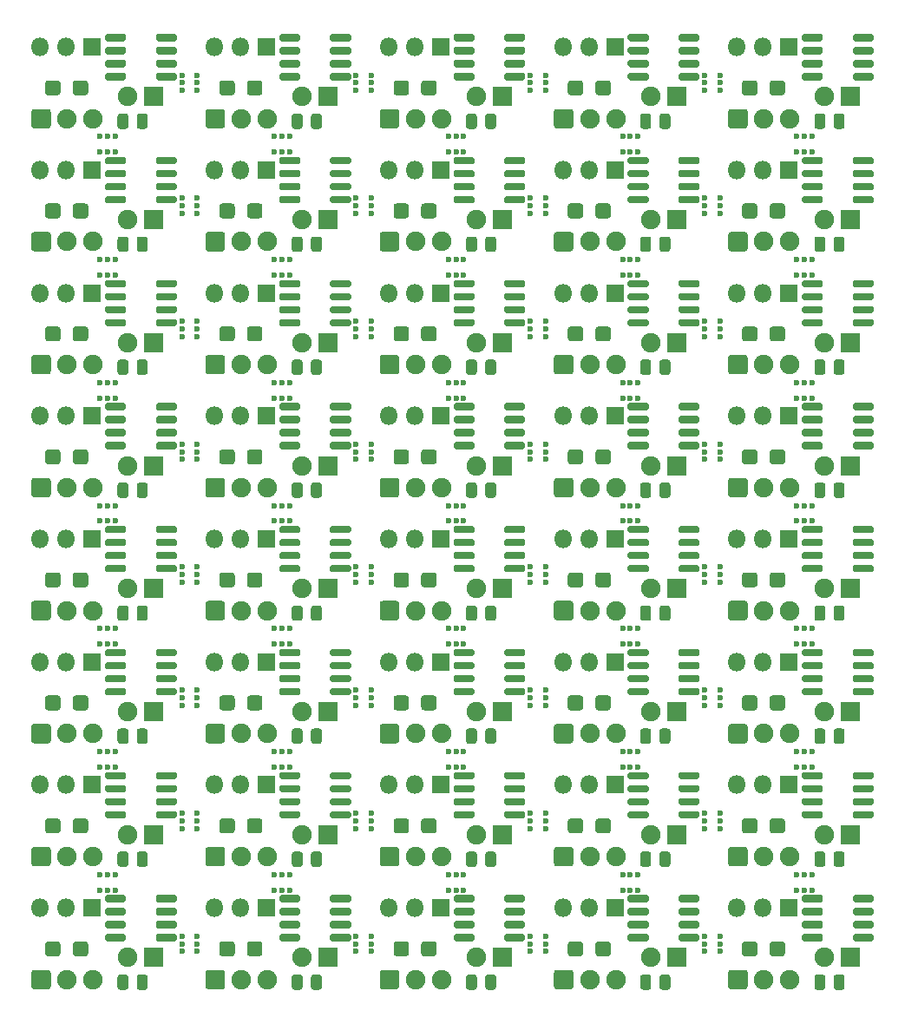
<source format=gbr>
%TF.GenerationSoftware,KiCad,Pcbnew,(5.1.6)-1*%
%TF.CreationDate,2021-08-14T15:10:31+02:00*%
%TF.ProjectId,proxima_panel,70726f78-696d-4615-9f70-616e656c2e6b,rev?*%
%TF.SameCoordinates,Original*%
%TF.FileFunction,Soldermask,Top*%
%TF.FilePolarity,Negative*%
%FSLAX46Y46*%
G04 Gerber Fmt 4.6, Leading zero omitted, Abs format (unit mm)*
G04 Created by KiCad (PCBNEW (5.1.6)-1) date 2021-08-14 15:10:31*
%MOMM*%
%LPD*%
G01*
G04 APERTURE LIST*
%ADD10C,0.600000*%
%ADD11C,1.900000*%
%ADD12R,1.800000X1.800000*%
%ADD13O,1.800000X1.800000*%
%ADD14R,1.900000X1.900000*%
G04 APERTURE END LIST*
D10*
%TO.C,mouse-bite-2mm-slot*%
X208000000Y-179250000D03*
X208000000Y-180750000D03*
X208750000Y-179250000D03*
X207250000Y-179250000D03*
X207250000Y-180750000D03*
X208750000Y-180750000D03*
%TD*%
%TO.C,mouse-bite-2mm-slot*%
X191000000Y-179250000D03*
X191000000Y-180750000D03*
X191750000Y-179250000D03*
X190250000Y-179250000D03*
X190250000Y-180750000D03*
X191750000Y-180750000D03*
%TD*%
%TO.C,mouse-bite-2mm-slot*%
X174000000Y-179250000D03*
X174000000Y-180750000D03*
X174750000Y-179250000D03*
X173250000Y-179250000D03*
X173250000Y-180750000D03*
X174750000Y-180750000D03*
%TD*%
%TO.C,mouse-bite-2mm-slot*%
X157000000Y-179250000D03*
X157000000Y-180750000D03*
X157750000Y-179250000D03*
X156250000Y-179250000D03*
X156250000Y-180750000D03*
X157750000Y-180750000D03*
%TD*%
%TO.C,mouse-bite-2mm-slot*%
X140000000Y-179250000D03*
X140000000Y-180750000D03*
X140750000Y-179250000D03*
X139250000Y-179250000D03*
X139250000Y-180750000D03*
X140750000Y-180750000D03*
%TD*%
%TO.C,mouse-bite-2mm-slot*%
X208000000Y-167250000D03*
X208000000Y-168750000D03*
X208750000Y-167250000D03*
X207250000Y-167250000D03*
X207250000Y-168750000D03*
X208750000Y-168750000D03*
%TD*%
%TO.C,mouse-bite-2mm-slot*%
X191000000Y-167250000D03*
X191000000Y-168750000D03*
X191750000Y-167250000D03*
X190250000Y-167250000D03*
X190250000Y-168750000D03*
X191750000Y-168750000D03*
%TD*%
%TO.C,mouse-bite-2mm-slot*%
X174000000Y-167250000D03*
X174000000Y-168750000D03*
X174750000Y-167250000D03*
X173250000Y-167250000D03*
X173250000Y-168750000D03*
X174750000Y-168750000D03*
%TD*%
%TO.C,mouse-bite-2mm-slot*%
X157000000Y-167250000D03*
X157000000Y-168750000D03*
X157750000Y-167250000D03*
X156250000Y-167250000D03*
X156250000Y-168750000D03*
X157750000Y-168750000D03*
%TD*%
%TO.C,mouse-bite-2mm-slot*%
X140000000Y-167250000D03*
X140000000Y-168750000D03*
X140750000Y-167250000D03*
X139250000Y-167250000D03*
X139250000Y-168750000D03*
X140750000Y-168750000D03*
%TD*%
%TO.C,mouse-bite-2mm-slot*%
X208000000Y-155250000D03*
X208000000Y-156750000D03*
X208750000Y-155250000D03*
X207250000Y-155250000D03*
X207250000Y-156750000D03*
X208750000Y-156750000D03*
%TD*%
%TO.C,mouse-bite-2mm-slot*%
X191000000Y-155250000D03*
X191000000Y-156750000D03*
X191750000Y-155250000D03*
X190250000Y-155250000D03*
X190250000Y-156750000D03*
X191750000Y-156750000D03*
%TD*%
%TO.C,mouse-bite-2mm-slot*%
X174000000Y-155250000D03*
X174000000Y-156750000D03*
X174750000Y-155250000D03*
X173250000Y-155250000D03*
X173250000Y-156750000D03*
X174750000Y-156750000D03*
%TD*%
%TO.C,mouse-bite-2mm-slot*%
X157000000Y-155250000D03*
X157000000Y-156750000D03*
X157750000Y-155250000D03*
X156250000Y-155250000D03*
X156250000Y-156750000D03*
X157750000Y-156750000D03*
%TD*%
%TO.C,mouse-bite-2mm-slot*%
X140000000Y-155250000D03*
X140000000Y-156750000D03*
X140750000Y-155250000D03*
X139250000Y-155250000D03*
X139250000Y-156750000D03*
X140750000Y-156750000D03*
%TD*%
%TO.C,mouse-bite-2mm-slot*%
X208000000Y-143250000D03*
X208000000Y-144750000D03*
X208750000Y-143250000D03*
X207250000Y-143250000D03*
X207250000Y-144750000D03*
X208750000Y-144750000D03*
%TD*%
%TO.C,mouse-bite-2mm-slot*%
X191000000Y-143250000D03*
X191000000Y-144750000D03*
X191750000Y-143250000D03*
X190250000Y-143250000D03*
X190250000Y-144750000D03*
X191750000Y-144750000D03*
%TD*%
%TO.C,mouse-bite-2mm-slot*%
X174000000Y-143250000D03*
X174000000Y-144750000D03*
X174750000Y-143250000D03*
X173250000Y-143250000D03*
X173250000Y-144750000D03*
X174750000Y-144750000D03*
%TD*%
%TO.C,mouse-bite-2mm-slot*%
X157000000Y-143250000D03*
X157000000Y-144750000D03*
X157750000Y-143250000D03*
X156250000Y-143250000D03*
X156250000Y-144750000D03*
X157750000Y-144750000D03*
%TD*%
%TO.C,mouse-bite-2mm-slot*%
X140000000Y-143250000D03*
X140000000Y-144750000D03*
X140750000Y-143250000D03*
X139250000Y-143250000D03*
X139250000Y-144750000D03*
X140750000Y-144750000D03*
%TD*%
%TO.C,mouse-bite-2mm-slot*%
X208000000Y-131250000D03*
X208000000Y-132750000D03*
X208750000Y-131250000D03*
X207250000Y-131250000D03*
X207250000Y-132750000D03*
X208750000Y-132750000D03*
%TD*%
%TO.C,mouse-bite-2mm-slot*%
X191000000Y-131250000D03*
X191000000Y-132750000D03*
X191750000Y-131250000D03*
X190250000Y-131250000D03*
X190250000Y-132750000D03*
X191750000Y-132750000D03*
%TD*%
%TO.C,mouse-bite-2mm-slot*%
X174000000Y-131250000D03*
X174000000Y-132750000D03*
X174750000Y-131250000D03*
X173250000Y-131250000D03*
X173250000Y-132750000D03*
X174750000Y-132750000D03*
%TD*%
%TO.C,mouse-bite-2mm-slot*%
X157000000Y-131250000D03*
X157000000Y-132750000D03*
X157750000Y-131250000D03*
X156250000Y-131250000D03*
X156250000Y-132750000D03*
X157750000Y-132750000D03*
%TD*%
%TO.C,mouse-bite-2mm-slot*%
X140000000Y-131250000D03*
X140000000Y-132750000D03*
X140750000Y-131250000D03*
X139250000Y-131250000D03*
X139250000Y-132750000D03*
X140750000Y-132750000D03*
%TD*%
%TO.C,mouse-bite-2mm-slot*%
X208000000Y-119250000D03*
X208000000Y-120750000D03*
X208750000Y-119250000D03*
X207250000Y-119250000D03*
X207250000Y-120750000D03*
X208750000Y-120750000D03*
%TD*%
%TO.C,mouse-bite-2mm-slot*%
X191000000Y-119250000D03*
X191000000Y-120750000D03*
X191750000Y-119250000D03*
X190250000Y-119250000D03*
X190250000Y-120750000D03*
X191750000Y-120750000D03*
%TD*%
%TO.C,mouse-bite-2mm-slot*%
X174000000Y-119250000D03*
X174000000Y-120750000D03*
X174750000Y-119250000D03*
X173250000Y-119250000D03*
X173250000Y-120750000D03*
X174750000Y-120750000D03*
%TD*%
%TO.C,mouse-bite-2mm-slot*%
X157000000Y-119250000D03*
X157000000Y-120750000D03*
X157750000Y-119250000D03*
X156250000Y-119250000D03*
X156250000Y-120750000D03*
X157750000Y-120750000D03*
%TD*%
%TO.C,mouse-bite-2mm-slot*%
X140000000Y-119250000D03*
X140000000Y-120750000D03*
X140750000Y-119250000D03*
X139250000Y-119250000D03*
X139250000Y-120750000D03*
X140750000Y-120750000D03*
%TD*%
%TO.C,mouse-bite-2mm-slot*%
X208000000Y-107250000D03*
X208000000Y-108750000D03*
X208750000Y-107250000D03*
X207250000Y-107250000D03*
X207250000Y-108750000D03*
X208750000Y-108750000D03*
%TD*%
%TO.C,mouse-bite-2mm-slot*%
X191000000Y-107250000D03*
X191000000Y-108750000D03*
X191750000Y-107250000D03*
X190250000Y-107250000D03*
X190250000Y-108750000D03*
X191750000Y-108750000D03*
%TD*%
%TO.C,mouse-bite-2mm-slot*%
X174000000Y-107250000D03*
X174000000Y-108750000D03*
X174750000Y-107250000D03*
X173250000Y-107250000D03*
X173250000Y-108750000D03*
X174750000Y-108750000D03*
%TD*%
%TO.C,mouse-bite-2mm-slot*%
X157000000Y-107250000D03*
X157000000Y-108750000D03*
X157750000Y-107250000D03*
X156250000Y-107250000D03*
X156250000Y-108750000D03*
X157750000Y-108750000D03*
%TD*%
%TO.C,mouse-bite-2mm-slot*%
X140000000Y-107250000D03*
X140000000Y-108750000D03*
X140750000Y-107250000D03*
X139250000Y-107250000D03*
X139250000Y-108750000D03*
X140750000Y-108750000D03*
%TD*%
%TO.C,mouse-bite-2mm-slot*%
X199750000Y-186000000D03*
X198250000Y-186000000D03*
X199750000Y-186750000D03*
X199750000Y-185250000D03*
X198250000Y-185250000D03*
X198250000Y-186750000D03*
%TD*%
%TO.C,mouse-bite-2mm-slot*%
X182750000Y-186000000D03*
X181250000Y-186000000D03*
X182750000Y-186750000D03*
X182750000Y-185250000D03*
X181250000Y-185250000D03*
X181250000Y-186750000D03*
%TD*%
%TO.C,mouse-bite-2mm-slot*%
X165750000Y-186000000D03*
X164250000Y-186000000D03*
X165750000Y-186750000D03*
X165750000Y-185250000D03*
X164250000Y-185250000D03*
X164250000Y-186750000D03*
%TD*%
%TO.C,mouse-bite-2mm-slot*%
X148750000Y-186000000D03*
X147250000Y-186000000D03*
X148750000Y-186750000D03*
X148750000Y-185250000D03*
X147250000Y-185250000D03*
X147250000Y-186750000D03*
%TD*%
%TO.C,mouse-bite-2mm-slot*%
X199750000Y-174000000D03*
X198250000Y-174000000D03*
X199750000Y-174750000D03*
X199750000Y-173250000D03*
X198250000Y-173250000D03*
X198250000Y-174750000D03*
%TD*%
%TO.C,mouse-bite-2mm-slot*%
X182750000Y-174000000D03*
X181250000Y-174000000D03*
X182750000Y-174750000D03*
X182750000Y-173250000D03*
X181250000Y-173250000D03*
X181250000Y-174750000D03*
%TD*%
%TO.C,mouse-bite-2mm-slot*%
X165750000Y-174000000D03*
X164250000Y-174000000D03*
X165750000Y-174750000D03*
X165750000Y-173250000D03*
X164250000Y-173250000D03*
X164250000Y-174750000D03*
%TD*%
%TO.C,mouse-bite-2mm-slot*%
X148750000Y-174000000D03*
X147250000Y-174000000D03*
X148750000Y-174750000D03*
X148750000Y-173250000D03*
X147250000Y-173250000D03*
X147250000Y-174750000D03*
%TD*%
%TO.C,mouse-bite-2mm-slot*%
X199750000Y-162000000D03*
X198250000Y-162000000D03*
X199750000Y-162750000D03*
X199750000Y-161250000D03*
X198250000Y-161250000D03*
X198250000Y-162750000D03*
%TD*%
%TO.C,mouse-bite-2mm-slot*%
X182750000Y-162000000D03*
X181250000Y-162000000D03*
X182750000Y-162750000D03*
X182750000Y-161250000D03*
X181250000Y-161250000D03*
X181250000Y-162750000D03*
%TD*%
%TO.C,mouse-bite-2mm-slot*%
X165750000Y-162000000D03*
X164250000Y-162000000D03*
X165750000Y-162750000D03*
X165750000Y-161250000D03*
X164250000Y-161250000D03*
X164250000Y-162750000D03*
%TD*%
%TO.C,mouse-bite-2mm-slot*%
X148750000Y-162000000D03*
X147250000Y-162000000D03*
X148750000Y-162750000D03*
X148750000Y-161250000D03*
X147250000Y-161250000D03*
X147250000Y-162750000D03*
%TD*%
%TO.C,mouse-bite-2mm-slot*%
X199750000Y-150000000D03*
X198250000Y-150000000D03*
X199750000Y-150750000D03*
X199750000Y-149250000D03*
X198250000Y-149250000D03*
X198250000Y-150750000D03*
%TD*%
%TO.C,mouse-bite-2mm-slot*%
X182750000Y-150000000D03*
X181250000Y-150000000D03*
X182750000Y-150750000D03*
X182750000Y-149250000D03*
X181250000Y-149250000D03*
X181250000Y-150750000D03*
%TD*%
%TO.C,mouse-bite-2mm-slot*%
X165750000Y-150000000D03*
X164250000Y-150000000D03*
X165750000Y-150750000D03*
X165750000Y-149250000D03*
X164250000Y-149250000D03*
X164250000Y-150750000D03*
%TD*%
%TO.C,mouse-bite-2mm-slot*%
X148750000Y-150000000D03*
X147250000Y-150000000D03*
X148750000Y-150750000D03*
X148750000Y-149250000D03*
X147250000Y-149250000D03*
X147250000Y-150750000D03*
%TD*%
%TO.C,mouse-bite-2mm-slot*%
X199750000Y-138000000D03*
X198250000Y-138000000D03*
X199750000Y-138750000D03*
X199750000Y-137250000D03*
X198250000Y-137250000D03*
X198250000Y-138750000D03*
%TD*%
%TO.C,mouse-bite-2mm-slot*%
X182750000Y-138000000D03*
X181250000Y-138000000D03*
X182750000Y-138750000D03*
X182750000Y-137250000D03*
X181250000Y-137250000D03*
X181250000Y-138750000D03*
%TD*%
%TO.C,mouse-bite-2mm-slot*%
X165750000Y-138000000D03*
X164250000Y-138000000D03*
X165750000Y-138750000D03*
X165750000Y-137250000D03*
X164250000Y-137250000D03*
X164250000Y-138750000D03*
%TD*%
%TO.C,mouse-bite-2mm-slot*%
X148750000Y-138000000D03*
X147250000Y-138000000D03*
X148750000Y-138750000D03*
X148750000Y-137250000D03*
X147250000Y-137250000D03*
X147250000Y-138750000D03*
%TD*%
%TO.C,mouse-bite-2mm-slot*%
X199750000Y-126000000D03*
X198250000Y-126000000D03*
X199750000Y-126750000D03*
X199750000Y-125250000D03*
X198250000Y-125250000D03*
X198250000Y-126750000D03*
%TD*%
%TO.C,mouse-bite-2mm-slot*%
X182750000Y-126000000D03*
X181250000Y-126000000D03*
X182750000Y-126750000D03*
X182750000Y-125250000D03*
X181250000Y-125250000D03*
X181250000Y-126750000D03*
%TD*%
%TO.C,mouse-bite-2mm-slot*%
X165750000Y-126000000D03*
X164250000Y-126000000D03*
X165750000Y-126750000D03*
X165750000Y-125250000D03*
X164250000Y-125250000D03*
X164250000Y-126750000D03*
%TD*%
%TO.C,mouse-bite-2mm-slot*%
X148750000Y-126000000D03*
X147250000Y-126000000D03*
X148750000Y-126750000D03*
X148750000Y-125250000D03*
X147250000Y-125250000D03*
X147250000Y-126750000D03*
%TD*%
%TO.C,mouse-bite-2mm-slot*%
X199750000Y-114000000D03*
X198250000Y-114000000D03*
X199750000Y-114750000D03*
X199750000Y-113250000D03*
X198250000Y-113250000D03*
X198250000Y-114750000D03*
%TD*%
%TO.C,mouse-bite-2mm-slot*%
X182750000Y-114000000D03*
X181250000Y-114000000D03*
X182750000Y-114750000D03*
X182750000Y-113250000D03*
X181250000Y-113250000D03*
X181250000Y-114750000D03*
%TD*%
%TO.C,mouse-bite-2mm-slot*%
X165750000Y-114000000D03*
X164250000Y-114000000D03*
X165750000Y-114750000D03*
X165750000Y-113250000D03*
X164250000Y-113250000D03*
X164250000Y-114750000D03*
%TD*%
%TO.C,mouse-bite-2mm-slot*%
X148750000Y-114000000D03*
X147250000Y-114000000D03*
X148750000Y-114750000D03*
X148750000Y-113250000D03*
X147250000Y-113250000D03*
X147250000Y-114750000D03*
%TD*%
%TO.C,mouse-bite-2mm-slot*%
X199750000Y-102000000D03*
X198250000Y-102000000D03*
X199750000Y-102750000D03*
X199750000Y-101250000D03*
X198250000Y-101250000D03*
X198250000Y-102750000D03*
%TD*%
%TO.C,mouse-bite-2mm-slot*%
X182750000Y-102000000D03*
X181250000Y-102000000D03*
X182750000Y-102750000D03*
X182750000Y-101250000D03*
X181250000Y-101250000D03*
X181250000Y-102750000D03*
%TD*%
%TO.C,mouse-bite-2mm-slot*%
X165750000Y-102000000D03*
X164250000Y-102000000D03*
X165750000Y-102750000D03*
X165750000Y-101250000D03*
X164250000Y-101250000D03*
X164250000Y-102750000D03*
%TD*%
%TO.C,mouse-bite-2mm-slot*%
X148750000Y-102000000D03*
X147250000Y-102000000D03*
X148750000Y-102750000D03*
X148750000Y-101250000D03*
X147250000Y-101250000D03*
X147250000Y-102750000D03*
%TD*%
%TO.C,U1*%
G36*
G01*
X200550000Y-190187800D02*
X200550000Y-188812200D01*
G75*
G02*
X200812200Y-188550000I262200J0D01*
G01*
X202187800Y-188550000D01*
G75*
G02*
X202450000Y-188812200I0J-262200D01*
G01*
X202450000Y-190187800D01*
G75*
G02*
X202187800Y-190450000I-262200J0D01*
G01*
X200812200Y-190450000D01*
G75*
G02*
X200550000Y-190187800I0J262200D01*
G01*
G37*
D11*
X204040000Y-189500000D03*
X206580000Y-189500000D03*
%TD*%
%TO.C,U1*%
G36*
G01*
X183550000Y-190187800D02*
X183550000Y-188812200D01*
G75*
G02*
X183812200Y-188550000I262200J0D01*
G01*
X185187800Y-188550000D01*
G75*
G02*
X185450000Y-188812200I0J-262200D01*
G01*
X185450000Y-190187800D01*
G75*
G02*
X185187800Y-190450000I-262200J0D01*
G01*
X183812200Y-190450000D01*
G75*
G02*
X183550000Y-190187800I0J262200D01*
G01*
G37*
X187040000Y-189500000D03*
X189580000Y-189500000D03*
%TD*%
%TO.C,U1*%
G36*
G01*
X166550000Y-190187800D02*
X166550000Y-188812200D01*
G75*
G02*
X166812200Y-188550000I262200J0D01*
G01*
X168187800Y-188550000D01*
G75*
G02*
X168450000Y-188812200I0J-262200D01*
G01*
X168450000Y-190187800D01*
G75*
G02*
X168187800Y-190450000I-262200J0D01*
G01*
X166812200Y-190450000D01*
G75*
G02*
X166550000Y-190187800I0J262200D01*
G01*
G37*
X170040000Y-189500000D03*
X172580000Y-189500000D03*
%TD*%
%TO.C,U1*%
G36*
G01*
X149550000Y-190187800D02*
X149550000Y-188812200D01*
G75*
G02*
X149812200Y-188550000I262200J0D01*
G01*
X151187800Y-188550000D01*
G75*
G02*
X151450000Y-188812200I0J-262200D01*
G01*
X151450000Y-190187800D01*
G75*
G02*
X151187800Y-190450000I-262200J0D01*
G01*
X149812200Y-190450000D01*
G75*
G02*
X149550000Y-190187800I0J262200D01*
G01*
G37*
X153040000Y-189500000D03*
X155580000Y-189500000D03*
%TD*%
%TO.C,U1*%
G36*
G01*
X132550000Y-190187800D02*
X132550000Y-188812200D01*
G75*
G02*
X132812200Y-188550000I262200J0D01*
G01*
X134187800Y-188550000D01*
G75*
G02*
X134450000Y-188812200I0J-262200D01*
G01*
X134450000Y-190187800D01*
G75*
G02*
X134187800Y-190450000I-262200J0D01*
G01*
X132812200Y-190450000D01*
G75*
G02*
X132550000Y-190187800I0J262200D01*
G01*
G37*
X136040000Y-189500000D03*
X138580000Y-189500000D03*
%TD*%
%TO.C,U1*%
G36*
G01*
X200550000Y-178187800D02*
X200550000Y-176812200D01*
G75*
G02*
X200812200Y-176550000I262200J0D01*
G01*
X202187800Y-176550000D01*
G75*
G02*
X202450000Y-176812200I0J-262200D01*
G01*
X202450000Y-178187800D01*
G75*
G02*
X202187800Y-178450000I-262200J0D01*
G01*
X200812200Y-178450000D01*
G75*
G02*
X200550000Y-178187800I0J262200D01*
G01*
G37*
X204040000Y-177500000D03*
X206580000Y-177500000D03*
%TD*%
%TO.C,U1*%
G36*
G01*
X183550000Y-178187800D02*
X183550000Y-176812200D01*
G75*
G02*
X183812200Y-176550000I262200J0D01*
G01*
X185187800Y-176550000D01*
G75*
G02*
X185450000Y-176812200I0J-262200D01*
G01*
X185450000Y-178187800D01*
G75*
G02*
X185187800Y-178450000I-262200J0D01*
G01*
X183812200Y-178450000D01*
G75*
G02*
X183550000Y-178187800I0J262200D01*
G01*
G37*
X187040000Y-177500000D03*
X189580000Y-177500000D03*
%TD*%
%TO.C,U1*%
G36*
G01*
X166550000Y-178187800D02*
X166550000Y-176812200D01*
G75*
G02*
X166812200Y-176550000I262200J0D01*
G01*
X168187800Y-176550000D01*
G75*
G02*
X168450000Y-176812200I0J-262200D01*
G01*
X168450000Y-178187800D01*
G75*
G02*
X168187800Y-178450000I-262200J0D01*
G01*
X166812200Y-178450000D01*
G75*
G02*
X166550000Y-178187800I0J262200D01*
G01*
G37*
X170040000Y-177500000D03*
X172580000Y-177500000D03*
%TD*%
%TO.C,U1*%
G36*
G01*
X149550000Y-178187800D02*
X149550000Y-176812200D01*
G75*
G02*
X149812200Y-176550000I262200J0D01*
G01*
X151187800Y-176550000D01*
G75*
G02*
X151450000Y-176812200I0J-262200D01*
G01*
X151450000Y-178187800D01*
G75*
G02*
X151187800Y-178450000I-262200J0D01*
G01*
X149812200Y-178450000D01*
G75*
G02*
X149550000Y-178187800I0J262200D01*
G01*
G37*
X153040000Y-177500000D03*
X155580000Y-177500000D03*
%TD*%
%TO.C,U1*%
G36*
G01*
X132550000Y-178187800D02*
X132550000Y-176812200D01*
G75*
G02*
X132812200Y-176550000I262200J0D01*
G01*
X134187800Y-176550000D01*
G75*
G02*
X134450000Y-176812200I0J-262200D01*
G01*
X134450000Y-178187800D01*
G75*
G02*
X134187800Y-178450000I-262200J0D01*
G01*
X132812200Y-178450000D01*
G75*
G02*
X132550000Y-178187800I0J262200D01*
G01*
G37*
X136040000Y-177500000D03*
X138580000Y-177500000D03*
%TD*%
%TO.C,U1*%
G36*
G01*
X200550000Y-166187800D02*
X200550000Y-164812200D01*
G75*
G02*
X200812200Y-164550000I262200J0D01*
G01*
X202187800Y-164550000D01*
G75*
G02*
X202450000Y-164812200I0J-262200D01*
G01*
X202450000Y-166187800D01*
G75*
G02*
X202187800Y-166450000I-262200J0D01*
G01*
X200812200Y-166450000D01*
G75*
G02*
X200550000Y-166187800I0J262200D01*
G01*
G37*
X204040000Y-165500000D03*
X206580000Y-165500000D03*
%TD*%
%TO.C,U1*%
G36*
G01*
X183550000Y-166187800D02*
X183550000Y-164812200D01*
G75*
G02*
X183812200Y-164550000I262200J0D01*
G01*
X185187800Y-164550000D01*
G75*
G02*
X185450000Y-164812200I0J-262200D01*
G01*
X185450000Y-166187800D01*
G75*
G02*
X185187800Y-166450000I-262200J0D01*
G01*
X183812200Y-166450000D01*
G75*
G02*
X183550000Y-166187800I0J262200D01*
G01*
G37*
X187040000Y-165500000D03*
X189580000Y-165500000D03*
%TD*%
%TO.C,U1*%
G36*
G01*
X166550000Y-166187800D02*
X166550000Y-164812200D01*
G75*
G02*
X166812200Y-164550000I262200J0D01*
G01*
X168187800Y-164550000D01*
G75*
G02*
X168450000Y-164812200I0J-262200D01*
G01*
X168450000Y-166187800D01*
G75*
G02*
X168187800Y-166450000I-262200J0D01*
G01*
X166812200Y-166450000D01*
G75*
G02*
X166550000Y-166187800I0J262200D01*
G01*
G37*
X170040000Y-165500000D03*
X172580000Y-165500000D03*
%TD*%
%TO.C,U1*%
G36*
G01*
X149550000Y-166187800D02*
X149550000Y-164812200D01*
G75*
G02*
X149812200Y-164550000I262200J0D01*
G01*
X151187800Y-164550000D01*
G75*
G02*
X151450000Y-164812200I0J-262200D01*
G01*
X151450000Y-166187800D01*
G75*
G02*
X151187800Y-166450000I-262200J0D01*
G01*
X149812200Y-166450000D01*
G75*
G02*
X149550000Y-166187800I0J262200D01*
G01*
G37*
X153040000Y-165500000D03*
X155580000Y-165500000D03*
%TD*%
%TO.C,U1*%
G36*
G01*
X132550000Y-166187800D02*
X132550000Y-164812200D01*
G75*
G02*
X132812200Y-164550000I262200J0D01*
G01*
X134187800Y-164550000D01*
G75*
G02*
X134450000Y-164812200I0J-262200D01*
G01*
X134450000Y-166187800D01*
G75*
G02*
X134187800Y-166450000I-262200J0D01*
G01*
X132812200Y-166450000D01*
G75*
G02*
X132550000Y-166187800I0J262200D01*
G01*
G37*
X136040000Y-165500000D03*
X138580000Y-165500000D03*
%TD*%
%TO.C,U1*%
G36*
G01*
X200550000Y-154187800D02*
X200550000Y-152812200D01*
G75*
G02*
X200812200Y-152550000I262200J0D01*
G01*
X202187800Y-152550000D01*
G75*
G02*
X202450000Y-152812200I0J-262200D01*
G01*
X202450000Y-154187800D01*
G75*
G02*
X202187800Y-154450000I-262200J0D01*
G01*
X200812200Y-154450000D01*
G75*
G02*
X200550000Y-154187800I0J262200D01*
G01*
G37*
X204040000Y-153500000D03*
X206580000Y-153500000D03*
%TD*%
%TO.C,U1*%
G36*
G01*
X183550000Y-154187800D02*
X183550000Y-152812200D01*
G75*
G02*
X183812200Y-152550000I262200J0D01*
G01*
X185187800Y-152550000D01*
G75*
G02*
X185450000Y-152812200I0J-262200D01*
G01*
X185450000Y-154187800D01*
G75*
G02*
X185187800Y-154450000I-262200J0D01*
G01*
X183812200Y-154450000D01*
G75*
G02*
X183550000Y-154187800I0J262200D01*
G01*
G37*
X187040000Y-153500000D03*
X189580000Y-153500000D03*
%TD*%
%TO.C,U1*%
G36*
G01*
X166550000Y-154187800D02*
X166550000Y-152812200D01*
G75*
G02*
X166812200Y-152550000I262200J0D01*
G01*
X168187800Y-152550000D01*
G75*
G02*
X168450000Y-152812200I0J-262200D01*
G01*
X168450000Y-154187800D01*
G75*
G02*
X168187800Y-154450000I-262200J0D01*
G01*
X166812200Y-154450000D01*
G75*
G02*
X166550000Y-154187800I0J262200D01*
G01*
G37*
X170040000Y-153500000D03*
X172580000Y-153500000D03*
%TD*%
%TO.C,U1*%
G36*
G01*
X149550000Y-154187800D02*
X149550000Y-152812200D01*
G75*
G02*
X149812200Y-152550000I262200J0D01*
G01*
X151187800Y-152550000D01*
G75*
G02*
X151450000Y-152812200I0J-262200D01*
G01*
X151450000Y-154187800D01*
G75*
G02*
X151187800Y-154450000I-262200J0D01*
G01*
X149812200Y-154450000D01*
G75*
G02*
X149550000Y-154187800I0J262200D01*
G01*
G37*
X153040000Y-153500000D03*
X155580000Y-153500000D03*
%TD*%
%TO.C,U1*%
G36*
G01*
X132550000Y-154187800D02*
X132550000Y-152812200D01*
G75*
G02*
X132812200Y-152550000I262200J0D01*
G01*
X134187800Y-152550000D01*
G75*
G02*
X134450000Y-152812200I0J-262200D01*
G01*
X134450000Y-154187800D01*
G75*
G02*
X134187800Y-154450000I-262200J0D01*
G01*
X132812200Y-154450000D01*
G75*
G02*
X132550000Y-154187800I0J262200D01*
G01*
G37*
X136040000Y-153500000D03*
X138580000Y-153500000D03*
%TD*%
%TO.C,U1*%
G36*
G01*
X200550000Y-142187800D02*
X200550000Y-140812200D01*
G75*
G02*
X200812200Y-140550000I262200J0D01*
G01*
X202187800Y-140550000D01*
G75*
G02*
X202450000Y-140812200I0J-262200D01*
G01*
X202450000Y-142187800D01*
G75*
G02*
X202187800Y-142450000I-262200J0D01*
G01*
X200812200Y-142450000D01*
G75*
G02*
X200550000Y-142187800I0J262200D01*
G01*
G37*
X204040000Y-141500000D03*
X206580000Y-141500000D03*
%TD*%
%TO.C,U1*%
G36*
G01*
X183550000Y-142187800D02*
X183550000Y-140812200D01*
G75*
G02*
X183812200Y-140550000I262200J0D01*
G01*
X185187800Y-140550000D01*
G75*
G02*
X185450000Y-140812200I0J-262200D01*
G01*
X185450000Y-142187800D01*
G75*
G02*
X185187800Y-142450000I-262200J0D01*
G01*
X183812200Y-142450000D01*
G75*
G02*
X183550000Y-142187800I0J262200D01*
G01*
G37*
X187040000Y-141500000D03*
X189580000Y-141500000D03*
%TD*%
%TO.C,U1*%
G36*
G01*
X166550000Y-142187800D02*
X166550000Y-140812200D01*
G75*
G02*
X166812200Y-140550000I262200J0D01*
G01*
X168187800Y-140550000D01*
G75*
G02*
X168450000Y-140812200I0J-262200D01*
G01*
X168450000Y-142187800D01*
G75*
G02*
X168187800Y-142450000I-262200J0D01*
G01*
X166812200Y-142450000D01*
G75*
G02*
X166550000Y-142187800I0J262200D01*
G01*
G37*
X170040000Y-141500000D03*
X172580000Y-141500000D03*
%TD*%
%TO.C,U1*%
G36*
G01*
X149550000Y-142187800D02*
X149550000Y-140812200D01*
G75*
G02*
X149812200Y-140550000I262200J0D01*
G01*
X151187800Y-140550000D01*
G75*
G02*
X151450000Y-140812200I0J-262200D01*
G01*
X151450000Y-142187800D01*
G75*
G02*
X151187800Y-142450000I-262200J0D01*
G01*
X149812200Y-142450000D01*
G75*
G02*
X149550000Y-142187800I0J262200D01*
G01*
G37*
X153040000Y-141500000D03*
X155580000Y-141500000D03*
%TD*%
%TO.C,U1*%
G36*
G01*
X132550000Y-142187800D02*
X132550000Y-140812200D01*
G75*
G02*
X132812200Y-140550000I262200J0D01*
G01*
X134187800Y-140550000D01*
G75*
G02*
X134450000Y-140812200I0J-262200D01*
G01*
X134450000Y-142187800D01*
G75*
G02*
X134187800Y-142450000I-262200J0D01*
G01*
X132812200Y-142450000D01*
G75*
G02*
X132550000Y-142187800I0J262200D01*
G01*
G37*
X136040000Y-141500000D03*
X138580000Y-141500000D03*
%TD*%
%TO.C,U1*%
G36*
G01*
X200550000Y-130187800D02*
X200550000Y-128812200D01*
G75*
G02*
X200812200Y-128550000I262200J0D01*
G01*
X202187800Y-128550000D01*
G75*
G02*
X202450000Y-128812200I0J-262200D01*
G01*
X202450000Y-130187800D01*
G75*
G02*
X202187800Y-130450000I-262200J0D01*
G01*
X200812200Y-130450000D01*
G75*
G02*
X200550000Y-130187800I0J262200D01*
G01*
G37*
X204040000Y-129500000D03*
X206580000Y-129500000D03*
%TD*%
%TO.C,U1*%
G36*
G01*
X183550000Y-130187800D02*
X183550000Y-128812200D01*
G75*
G02*
X183812200Y-128550000I262200J0D01*
G01*
X185187800Y-128550000D01*
G75*
G02*
X185450000Y-128812200I0J-262200D01*
G01*
X185450000Y-130187800D01*
G75*
G02*
X185187800Y-130450000I-262200J0D01*
G01*
X183812200Y-130450000D01*
G75*
G02*
X183550000Y-130187800I0J262200D01*
G01*
G37*
X187040000Y-129500000D03*
X189580000Y-129500000D03*
%TD*%
%TO.C,U1*%
G36*
G01*
X166550000Y-130187800D02*
X166550000Y-128812200D01*
G75*
G02*
X166812200Y-128550000I262200J0D01*
G01*
X168187800Y-128550000D01*
G75*
G02*
X168450000Y-128812200I0J-262200D01*
G01*
X168450000Y-130187800D01*
G75*
G02*
X168187800Y-130450000I-262200J0D01*
G01*
X166812200Y-130450000D01*
G75*
G02*
X166550000Y-130187800I0J262200D01*
G01*
G37*
X170040000Y-129500000D03*
X172580000Y-129500000D03*
%TD*%
%TO.C,U1*%
G36*
G01*
X149550000Y-130187800D02*
X149550000Y-128812200D01*
G75*
G02*
X149812200Y-128550000I262200J0D01*
G01*
X151187800Y-128550000D01*
G75*
G02*
X151450000Y-128812200I0J-262200D01*
G01*
X151450000Y-130187800D01*
G75*
G02*
X151187800Y-130450000I-262200J0D01*
G01*
X149812200Y-130450000D01*
G75*
G02*
X149550000Y-130187800I0J262200D01*
G01*
G37*
X153040000Y-129500000D03*
X155580000Y-129500000D03*
%TD*%
%TO.C,U1*%
G36*
G01*
X132550000Y-130187800D02*
X132550000Y-128812200D01*
G75*
G02*
X132812200Y-128550000I262200J0D01*
G01*
X134187800Y-128550000D01*
G75*
G02*
X134450000Y-128812200I0J-262200D01*
G01*
X134450000Y-130187800D01*
G75*
G02*
X134187800Y-130450000I-262200J0D01*
G01*
X132812200Y-130450000D01*
G75*
G02*
X132550000Y-130187800I0J262200D01*
G01*
G37*
X136040000Y-129500000D03*
X138580000Y-129500000D03*
%TD*%
%TO.C,U1*%
G36*
G01*
X200550000Y-118187800D02*
X200550000Y-116812200D01*
G75*
G02*
X200812200Y-116550000I262200J0D01*
G01*
X202187800Y-116550000D01*
G75*
G02*
X202450000Y-116812200I0J-262200D01*
G01*
X202450000Y-118187800D01*
G75*
G02*
X202187800Y-118450000I-262200J0D01*
G01*
X200812200Y-118450000D01*
G75*
G02*
X200550000Y-118187800I0J262200D01*
G01*
G37*
X204040000Y-117500000D03*
X206580000Y-117500000D03*
%TD*%
%TO.C,U1*%
G36*
G01*
X183550000Y-118187800D02*
X183550000Y-116812200D01*
G75*
G02*
X183812200Y-116550000I262200J0D01*
G01*
X185187800Y-116550000D01*
G75*
G02*
X185450000Y-116812200I0J-262200D01*
G01*
X185450000Y-118187800D01*
G75*
G02*
X185187800Y-118450000I-262200J0D01*
G01*
X183812200Y-118450000D01*
G75*
G02*
X183550000Y-118187800I0J262200D01*
G01*
G37*
X187040000Y-117500000D03*
X189580000Y-117500000D03*
%TD*%
%TO.C,U1*%
G36*
G01*
X166550000Y-118187800D02*
X166550000Y-116812200D01*
G75*
G02*
X166812200Y-116550000I262200J0D01*
G01*
X168187800Y-116550000D01*
G75*
G02*
X168450000Y-116812200I0J-262200D01*
G01*
X168450000Y-118187800D01*
G75*
G02*
X168187800Y-118450000I-262200J0D01*
G01*
X166812200Y-118450000D01*
G75*
G02*
X166550000Y-118187800I0J262200D01*
G01*
G37*
X170040000Y-117500000D03*
X172580000Y-117500000D03*
%TD*%
%TO.C,U1*%
G36*
G01*
X149550000Y-118187800D02*
X149550000Y-116812200D01*
G75*
G02*
X149812200Y-116550000I262200J0D01*
G01*
X151187800Y-116550000D01*
G75*
G02*
X151450000Y-116812200I0J-262200D01*
G01*
X151450000Y-118187800D01*
G75*
G02*
X151187800Y-118450000I-262200J0D01*
G01*
X149812200Y-118450000D01*
G75*
G02*
X149550000Y-118187800I0J262200D01*
G01*
G37*
X153040000Y-117500000D03*
X155580000Y-117500000D03*
%TD*%
%TO.C,U1*%
G36*
G01*
X132550000Y-118187800D02*
X132550000Y-116812200D01*
G75*
G02*
X132812200Y-116550000I262200J0D01*
G01*
X134187800Y-116550000D01*
G75*
G02*
X134450000Y-116812200I0J-262200D01*
G01*
X134450000Y-118187800D01*
G75*
G02*
X134187800Y-118450000I-262200J0D01*
G01*
X132812200Y-118450000D01*
G75*
G02*
X132550000Y-118187800I0J262200D01*
G01*
G37*
X136040000Y-117500000D03*
X138580000Y-117500000D03*
%TD*%
%TO.C,U1*%
G36*
G01*
X200550000Y-106187800D02*
X200550000Y-104812200D01*
G75*
G02*
X200812200Y-104550000I262200J0D01*
G01*
X202187800Y-104550000D01*
G75*
G02*
X202450000Y-104812200I0J-262200D01*
G01*
X202450000Y-106187800D01*
G75*
G02*
X202187800Y-106450000I-262200J0D01*
G01*
X200812200Y-106450000D01*
G75*
G02*
X200550000Y-106187800I0J262200D01*
G01*
G37*
X204040000Y-105500000D03*
X206580000Y-105500000D03*
%TD*%
%TO.C,U1*%
G36*
G01*
X183550000Y-106187800D02*
X183550000Y-104812200D01*
G75*
G02*
X183812200Y-104550000I262200J0D01*
G01*
X185187800Y-104550000D01*
G75*
G02*
X185450000Y-104812200I0J-262200D01*
G01*
X185450000Y-106187800D01*
G75*
G02*
X185187800Y-106450000I-262200J0D01*
G01*
X183812200Y-106450000D01*
G75*
G02*
X183550000Y-106187800I0J262200D01*
G01*
G37*
X187040000Y-105500000D03*
X189580000Y-105500000D03*
%TD*%
%TO.C,U1*%
G36*
G01*
X166550000Y-106187800D02*
X166550000Y-104812200D01*
G75*
G02*
X166812200Y-104550000I262200J0D01*
G01*
X168187800Y-104550000D01*
G75*
G02*
X168450000Y-104812200I0J-262200D01*
G01*
X168450000Y-106187800D01*
G75*
G02*
X168187800Y-106450000I-262200J0D01*
G01*
X166812200Y-106450000D01*
G75*
G02*
X166550000Y-106187800I0J262200D01*
G01*
G37*
X170040000Y-105500000D03*
X172580000Y-105500000D03*
%TD*%
%TO.C,U1*%
G36*
G01*
X149550000Y-106187800D02*
X149550000Y-104812200D01*
G75*
G02*
X149812200Y-104550000I262200J0D01*
G01*
X151187800Y-104550000D01*
G75*
G02*
X151450000Y-104812200I0J-262200D01*
G01*
X151450000Y-106187800D01*
G75*
G02*
X151187800Y-106450000I-262200J0D01*
G01*
X149812200Y-106450000D01*
G75*
G02*
X149550000Y-106187800I0J262200D01*
G01*
G37*
X153040000Y-105500000D03*
X155580000Y-105500000D03*
%TD*%
D12*
%TO.C,J1*%
X206500000Y-182500000D03*
D13*
X203960000Y-182500000D03*
X201420000Y-182500000D03*
%TD*%
D12*
%TO.C,J1*%
X189500000Y-182500000D03*
D13*
X186960000Y-182500000D03*
X184420000Y-182500000D03*
%TD*%
D12*
%TO.C,J1*%
X172500000Y-182500000D03*
D13*
X169960000Y-182500000D03*
X167420000Y-182500000D03*
%TD*%
D12*
%TO.C,J1*%
X155500000Y-182500000D03*
D13*
X152960000Y-182500000D03*
X150420000Y-182500000D03*
%TD*%
D12*
%TO.C,J1*%
X138500000Y-182500000D03*
D13*
X135960000Y-182500000D03*
X133420000Y-182500000D03*
%TD*%
D12*
%TO.C,J1*%
X206500000Y-170500000D03*
D13*
X203960000Y-170500000D03*
X201420000Y-170500000D03*
%TD*%
D12*
%TO.C,J1*%
X189500000Y-170500000D03*
D13*
X186960000Y-170500000D03*
X184420000Y-170500000D03*
%TD*%
D12*
%TO.C,J1*%
X172500000Y-170500000D03*
D13*
X169960000Y-170500000D03*
X167420000Y-170500000D03*
%TD*%
D12*
%TO.C,J1*%
X155500000Y-170500000D03*
D13*
X152960000Y-170500000D03*
X150420000Y-170500000D03*
%TD*%
D12*
%TO.C,J1*%
X138500000Y-170500000D03*
D13*
X135960000Y-170500000D03*
X133420000Y-170500000D03*
%TD*%
D12*
%TO.C,J1*%
X206500000Y-158500000D03*
D13*
X203960000Y-158500000D03*
X201420000Y-158500000D03*
%TD*%
D12*
%TO.C,J1*%
X189500000Y-158500000D03*
D13*
X186960000Y-158500000D03*
X184420000Y-158500000D03*
%TD*%
D12*
%TO.C,J1*%
X172500000Y-158500000D03*
D13*
X169960000Y-158500000D03*
X167420000Y-158500000D03*
%TD*%
D12*
%TO.C,J1*%
X155500000Y-158500000D03*
D13*
X152960000Y-158500000D03*
X150420000Y-158500000D03*
%TD*%
D12*
%TO.C,J1*%
X138500000Y-158500000D03*
D13*
X135960000Y-158500000D03*
X133420000Y-158500000D03*
%TD*%
D12*
%TO.C,J1*%
X206500000Y-146500000D03*
D13*
X203960000Y-146500000D03*
X201420000Y-146500000D03*
%TD*%
D12*
%TO.C,J1*%
X189500000Y-146500000D03*
D13*
X186960000Y-146500000D03*
X184420000Y-146500000D03*
%TD*%
D12*
%TO.C,J1*%
X172500000Y-146500000D03*
D13*
X169960000Y-146500000D03*
X167420000Y-146500000D03*
%TD*%
D12*
%TO.C,J1*%
X155500000Y-146500000D03*
D13*
X152960000Y-146500000D03*
X150420000Y-146500000D03*
%TD*%
D12*
%TO.C,J1*%
X138500000Y-146500000D03*
D13*
X135960000Y-146500000D03*
X133420000Y-146500000D03*
%TD*%
D12*
%TO.C,J1*%
X206500000Y-134500000D03*
D13*
X203960000Y-134500000D03*
X201420000Y-134500000D03*
%TD*%
D12*
%TO.C,J1*%
X189500000Y-134500000D03*
D13*
X186960000Y-134500000D03*
X184420000Y-134500000D03*
%TD*%
D12*
%TO.C,J1*%
X172500000Y-134500000D03*
D13*
X169960000Y-134500000D03*
X167420000Y-134500000D03*
%TD*%
D12*
%TO.C,J1*%
X155500000Y-134500000D03*
D13*
X152960000Y-134500000D03*
X150420000Y-134500000D03*
%TD*%
D12*
%TO.C,J1*%
X138500000Y-134500000D03*
D13*
X135960000Y-134500000D03*
X133420000Y-134500000D03*
%TD*%
D12*
%TO.C,J1*%
X206500000Y-122500000D03*
D13*
X203960000Y-122500000D03*
X201420000Y-122500000D03*
%TD*%
D12*
%TO.C,J1*%
X189500000Y-122500000D03*
D13*
X186960000Y-122500000D03*
X184420000Y-122500000D03*
%TD*%
D12*
%TO.C,J1*%
X172500000Y-122500000D03*
D13*
X169960000Y-122500000D03*
X167420000Y-122500000D03*
%TD*%
D12*
%TO.C,J1*%
X155500000Y-122500000D03*
D13*
X152960000Y-122500000D03*
X150420000Y-122500000D03*
%TD*%
D12*
%TO.C,J1*%
X138500000Y-122500000D03*
D13*
X135960000Y-122500000D03*
X133420000Y-122500000D03*
%TD*%
D12*
%TO.C,J1*%
X206500000Y-110500000D03*
D13*
X203960000Y-110500000D03*
X201420000Y-110500000D03*
%TD*%
D12*
%TO.C,J1*%
X189500000Y-110500000D03*
D13*
X186960000Y-110500000D03*
X184420000Y-110500000D03*
%TD*%
D12*
%TO.C,J1*%
X172500000Y-110500000D03*
D13*
X169960000Y-110500000D03*
X167420000Y-110500000D03*
%TD*%
D12*
%TO.C,J1*%
X155500000Y-110500000D03*
D13*
X152960000Y-110500000D03*
X150420000Y-110500000D03*
%TD*%
D12*
%TO.C,J1*%
X138500000Y-110500000D03*
D13*
X135960000Y-110500000D03*
X133420000Y-110500000D03*
%TD*%
D12*
%TO.C,J1*%
X206500000Y-98500000D03*
D13*
X203960000Y-98500000D03*
X201420000Y-98500000D03*
%TD*%
D12*
%TO.C,J1*%
X189500000Y-98500000D03*
D13*
X186960000Y-98500000D03*
X184420000Y-98500000D03*
%TD*%
D12*
%TO.C,J1*%
X172500000Y-98500000D03*
D13*
X169960000Y-98500000D03*
X167420000Y-98500000D03*
%TD*%
D12*
%TO.C,J1*%
X155500000Y-98500000D03*
D13*
X152960000Y-98500000D03*
X150420000Y-98500000D03*
%TD*%
%TO.C,C1*%
G36*
G01*
X201900000Y-186956482D02*
X201900000Y-186043518D01*
G75*
G02*
X202168518Y-185775000I268518J0D01*
G01*
X203131482Y-185775000D01*
G75*
G02*
X203400000Y-186043518I0J-268518D01*
G01*
X203400000Y-186956482D01*
G75*
G02*
X203131482Y-187225000I-268518J0D01*
G01*
X202168518Y-187225000D01*
G75*
G02*
X201900000Y-186956482I0J268518D01*
G01*
G37*
G36*
G01*
X204600000Y-186956482D02*
X204600000Y-186043518D01*
G75*
G02*
X204868518Y-185775000I268518J0D01*
G01*
X205831482Y-185775000D01*
G75*
G02*
X206100000Y-186043518I0J-268518D01*
G01*
X206100000Y-186956482D01*
G75*
G02*
X205831482Y-187225000I-268518J0D01*
G01*
X204868518Y-187225000D01*
G75*
G02*
X204600000Y-186956482I0J268518D01*
G01*
G37*
%TD*%
%TO.C,C1*%
G36*
G01*
X184900000Y-186956482D02*
X184900000Y-186043518D01*
G75*
G02*
X185168518Y-185775000I268518J0D01*
G01*
X186131482Y-185775000D01*
G75*
G02*
X186400000Y-186043518I0J-268518D01*
G01*
X186400000Y-186956482D01*
G75*
G02*
X186131482Y-187225000I-268518J0D01*
G01*
X185168518Y-187225000D01*
G75*
G02*
X184900000Y-186956482I0J268518D01*
G01*
G37*
G36*
G01*
X187600000Y-186956482D02*
X187600000Y-186043518D01*
G75*
G02*
X187868518Y-185775000I268518J0D01*
G01*
X188831482Y-185775000D01*
G75*
G02*
X189100000Y-186043518I0J-268518D01*
G01*
X189100000Y-186956482D01*
G75*
G02*
X188831482Y-187225000I-268518J0D01*
G01*
X187868518Y-187225000D01*
G75*
G02*
X187600000Y-186956482I0J268518D01*
G01*
G37*
%TD*%
%TO.C,C1*%
G36*
G01*
X167900000Y-186956482D02*
X167900000Y-186043518D01*
G75*
G02*
X168168518Y-185775000I268518J0D01*
G01*
X169131482Y-185775000D01*
G75*
G02*
X169400000Y-186043518I0J-268518D01*
G01*
X169400000Y-186956482D01*
G75*
G02*
X169131482Y-187225000I-268518J0D01*
G01*
X168168518Y-187225000D01*
G75*
G02*
X167900000Y-186956482I0J268518D01*
G01*
G37*
G36*
G01*
X170600000Y-186956482D02*
X170600000Y-186043518D01*
G75*
G02*
X170868518Y-185775000I268518J0D01*
G01*
X171831482Y-185775000D01*
G75*
G02*
X172100000Y-186043518I0J-268518D01*
G01*
X172100000Y-186956482D01*
G75*
G02*
X171831482Y-187225000I-268518J0D01*
G01*
X170868518Y-187225000D01*
G75*
G02*
X170600000Y-186956482I0J268518D01*
G01*
G37*
%TD*%
%TO.C,C1*%
G36*
G01*
X150900000Y-186956482D02*
X150900000Y-186043518D01*
G75*
G02*
X151168518Y-185775000I268518J0D01*
G01*
X152131482Y-185775000D01*
G75*
G02*
X152400000Y-186043518I0J-268518D01*
G01*
X152400000Y-186956482D01*
G75*
G02*
X152131482Y-187225000I-268518J0D01*
G01*
X151168518Y-187225000D01*
G75*
G02*
X150900000Y-186956482I0J268518D01*
G01*
G37*
G36*
G01*
X153600000Y-186956482D02*
X153600000Y-186043518D01*
G75*
G02*
X153868518Y-185775000I268518J0D01*
G01*
X154831482Y-185775000D01*
G75*
G02*
X155100000Y-186043518I0J-268518D01*
G01*
X155100000Y-186956482D01*
G75*
G02*
X154831482Y-187225000I-268518J0D01*
G01*
X153868518Y-187225000D01*
G75*
G02*
X153600000Y-186956482I0J268518D01*
G01*
G37*
%TD*%
%TO.C,C1*%
G36*
G01*
X133900000Y-186956482D02*
X133900000Y-186043518D01*
G75*
G02*
X134168518Y-185775000I268518J0D01*
G01*
X135131482Y-185775000D01*
G75*
G02*
X135400000Y-186043518I0J-268518D01*
G01*
X135400000Y-186956482D01*
G75*
G02*
X135131482Y-187225000I-268518J0D01*
G01*
X134168518Y-187225000D01*
G75*
G02*
X133900000Y-186956482I0J268518D01*
G01*
G37*
G36*
G01*
X136600000Y-186956482D02*
X136600000Y-186043518D01*
G75*
G02*
X136868518Y-185775000I268518J0D01*
G01*
X137831482Y-185775000D01*
G75*
G02*
X138100000Y-186043518I0J-268518D01*
G01*
X138100000Y-186956482D01*
G75*
G02*
X137831482Y-187225000I-268518J0D01*
G01*
X136868518Y-187225000D01*
G75*
G02*
X136600000Y-186956482I0J268518D01*
G01*
G37*
%TD*%
%TO.C,C1*%
G36*
G01*
X201900000Y-174956482D02*
X201900000Y-174043518D01*
G75*
G02*
X202168518Y-173775000I268518J0D01*
G01*
X203131482Y-173775000D01*
G75*
G02*
X203400000Y-174043518I0J-268518D01*
G01*
X203400000Y-174956482D01*
G75*
G02*
X203131482Y-175225000I-268518J0D01*
G01*
X202168518Y-175225000D01*
G75*
G02*
X201900000Y-174956482I0J268518D01*
G01*
G37*
G36*
G01*
X204600000Y-174956482D02*
X204600000Y-174043518D01*
G75*
G02*
X204868518Y-173775000I268518J0D01*
G01*
X205831482Y-173775000D01*
G75*
G02*
X206100000Y-174043518I0J-268518D01*
G01*
X206100000Y-174956482D01*
G75*
G02*
X205831482Y-175225000I-268518J0D01*
G01*
X204868518Y-175225000D01*
G75*
G02*
X204600000Y-174956482I0J268518D01*
G01*
G37*
%TD*%
%TO.C,C1*%
G36*
G01*
X184900000Y-174956482D02*
X184900000Y-174043518D01*
G75*
G02*
X185168518Y-173775000I268518J0D01*
G01*
X186131482Y-173775000D01*
G75*
G02*
X186400000Y-174043518I0J-268518D01*
G01*
X186400000Y-174956482D01*
G75*
G02*
X186131482Y-175225000I-268518J0D01*
G01*
X185168518Y-175225000D01*
G75*
G02*
X184900000Y-174956482I0J268518D01*
G01*
G37*
G36*
G01*
X187600000Y-174956482D02*
X187600000Y-174043518D01*
G75*
G02*
X187868518Y-173775000I268518J0D01*
G01*
X188831482Y-173775000D01*
G75*
G02*
X189100000Y-174043518I0J-268518D01*
G01*
X189100000Y-174956482D01*
G75*
G02*
X188831482Y-175225000I-268518J0D01*
G01*
X187868518Y-175225000D01*
G75*
G02*
X187600000Y-174956482I0J268518D01*
G01*
G37*
%TD*%
%TO.C,C1*%
G36*
G01*
X167900000Y-174956482D02*
X167900000Y-174043518D01*
G75*
G02*
X168168518Y-173775000I268518J0D01*
G01*
X169131482Y-173775000D01*
G75*
G02*
X169400000Y-174043518I0J-268518D01*
G01*
X169400000Y-174956482D01*
G75*
G02*
X169131482Y-175225000I-268518J0D01*
G01*
X168168518Y-175225000D01*
G75*
G02*
X167900000Y-174956482I0J268518D01*
G01*
G37*
G36*
G01*
X170600000Y-174956482D02*
X170600000Y-174043518D01*
G75*
G02*
X170868518Y-173775000I268518J0D01*
G01*
X171831482Y-173775000D01*
G75*
G02*
X172100000Y-174043518I0J-268518D01*
G01*
X172100000Y-174956482D01*
G75*
G02*
X171831482Y-175225000I-268518J0D01*
G01*
X170868518Y-175225000D01*
G75*
G02*
X170600000Y-174956482I0J268518D01*
G01*
G37*
%TD*%
%TO.C,C1*%
G36*
G01*
X150900000Y-174956482D02*
X150900000Y-174043518D01*
G75*
G02*
X151168518Y-173775000I268518J0D01*
G01*
X152131482Y-173775000D01*
G75*
G02*
X152400000Y-174043518I0J-268518D01*
G01*
X152400000Y-174956482D01*
G75*
G02*
X152131482Y-175225000I-268518J0D01*
G01*
X151168518Y-175225000D01*
G75*
G02*
X150900000Y-174956482I0J268518D01*
G01*
G37*
G36*
G01*
X153600000Y-174956482D02*
X153600000Y-174043518D01*
G75*
G02*
X153868518Y-173775000I268518J0D01*
G01*
X154831482Y-173775000D01*
G75*
G02*
X155100000Y-174043518I0J-268518D01*
G01*
X155100000Y-174956482D01*
G75*
G02*
X154831482Y-175225000I-268518J0D01*
G01*
X153868518Y-175225000D01*
G75*
G02*
X153600000Y-174956482I0J268518D01*
G01*
G37*
%TD*%
%TO.C,C1*%
G36*
G01*
X133900000Y-174956482D02*
X133900000Y-174043518D01*
G75*
G02*
X134168518Y-173775000I268518J0D01*
G01*
X135131482Y-173775000D01*
G75*
G02*
X135400000Y-174043518I0J-268518D01*
G01*
X135400000Y-174956482D01*
G75*
G02*
X135131482Y-175225000I-268518J0D01*
G01*
X134168518Y-175225000D01*
G75*
G02*
X133900000Y-174956482I0J268518D01*
G01*
G37*
G36*
G01*
X136600000Y-174956482D02*
X136600000Y-174043518D01*
G75*
G02*
X136868518Y-173775000I268518J0D01*
G01*
X137831482Y-173775000D01*
G75*
G02*
X138100000Y-174043518I0J-268518D01*
G01*
X138100000Y-174956482D01*
G75*
G02*
X137831482Y-175225000I-268518J0D01*
G01*
X136868518Y-175225000D01*
G75*
G02*
X136600000Y-174956482I0J268518D01*
G01*
G37*
%TD*%
%TO.C,C1*%
G36*
G01*
X201900000Y-162956482D02*
X201900000Y-162043518D01*
G75*
G02*
X202168518Y-161775000I268518J0D01*
G01*
X203131482Y-161775000D01*
G75*
G02*
X203400000Y-162043518I0J-268518D01*
G01*
X203400000Y-162956482D01*
G75*
G02*
X203131482Y-163225000I-268518J0D01*
G01*
X202168518Y-163225000D01*
G75*
G02*
X201900000Y-162956482I0J268518D01*
G01*
G37*
G36*
G01*
X204600000Y-162956482D02*
X204600000Y-162043518D01*
G75*
G02*
X204868518Y-161775000I268518J0D01*
G01*
X205831482Y-161775000D01*
G75*
G02*
X206100000Y-162043518I0J-268518D01*
G01*
X206100000Y-162956482D01*
G75*
G02*
X205831482Y-163225000I-268518J0D01*
G01*
X204868518Y-163225000D01*
G75*
G02*
X204600000Y-162956482I0J268518D01*
G01*
G37*
%TD*%
%TO.C,C1*%
G36*
G01*
X184900000Y-162956482D02*
X184900000Y-162043518D01*
G75*
G02*
X185168518Y-161775000I268518J0D01*
G01*
X186131482Y-161775000D01*
G75*
G02*
X186400000Y-162043518I0J-268518D01*
G01*
X186400000Y-162956482D01*
G75*
G02*
X186131482Y-163225000I-268518J0D01*
G01*
X185168518Y-163225000D01*
G75*
G02*
X184900000Y-162956482I0J268518D01*
G01*
G37*
G36*
G01*
X187600000Y-162956482D02*
X187600000Y-162043518D01*
G75*
G02*
X187868518Y-161775000I268518J0D01*
G01*
X188831482Y-161775000D01*
G75*
G02*
X189100000Y-162043518I0J-268518D01*
G01*
X189100000Y-162956482D01*
G75*
G02*
X188831482Y-163225000I-268518J0D01*
G01*
X187868518Y-163225000D01*
G75*
G02*
X187600000Y-162956482I0J268518D01*
G01*
G37*
%TD*%
%TO.C,C1*%
G36*
G01*
X167900000Y-162956482D02*
X167900000Y-162043518D01*
G75*
G02*
X168168518Y-161775000I268518J0D01*
G01*
X169131482Y-161775000D01*
G75*
G02*
X169400000Y-162043518I0J-268518D01*
G01*
X169400000Y-162956482D01*
G75*
G02*
X169131482Y-163225000I-268518J0D01*
G01*
X168168518Y-163225000D01*
G75*
G02*
X167900000Y-162956482I0J268518D01*
G01*
G37*
G36*
G01*
X170600000Y-162956482D02*
X170600000Y-162043518D01*
G75*
G02*
X170868518Y-161775000I268518J0D01*
G01*
X171831482Y-161775000D01*
G75*
G02*
X172100000Y-162043518I0J-268518D01*
G01*
X172100000Y-162956482D01*
G75*
G02*
X171831482Y-163225000I-268518J0D01*
G01*
X170868518Y-163225000D01*
G75*
G02*
X170600000Y-162956482I0J268518D01*
G01*
G37*
%TD*%
%TO.C,C1*%
G36*
G01*
X150900000Y-162956482D02*
X150900000Y-162043518D01*
G75*
G02*
X151168518Y-161775000I268518J0D01*
G01*
X152131482Y-161775000D01*
G75*
G02*
X152400000Y-162043518I0J-268518D01*
G01*
X152400000Y-162956482D01*
G75*
G02*
X152131482Y-163225000I-268518J0D01*
G01*
X151168518Y-163225000D01*
G75*
G02*
X150900000Y-162956482I0J268518D01*
G01*
G37*
G36*
G01*
X153600000Y-162956482D02*
X153600000Y-162043518D01*
G75*
G02*
X153868518Y-161775000I268518J0D01*
G01*
X154831482Y-161775000D01*
G75*
G02*
X155100000Y-162043518I0J-268518D01*
G01*
X155100000Y-162956482D01*
G75*
G02*
X154831482Y-163225000I-268518J0D01*
G01*
X153868518Y-163225000D01*
G75*
G02*
X153600000Y-162956482I0J268518D01*
G01*
G37*
%TD*%
%TO.C,C1*%
G36*
G01*
X133900000Y-162956482D02*
X133900000Y-162043518D01*
G75*
G02*
X134168518Y-161775000I268518J0D01*
G01*
X135131482Y-161775000D01*
G75*
G02*
X135400000Y-162043518I0J-268518D01*
G01*
X135400000Y-162956482D01*
G75*
G02*
X135131482Y-163225000I-268518J0D01*
G01*
X134168518Y-163225000D01*
G75*
G02*
X133900000Y-162956482I0J268518D01*
G01*
G37*
G36*
G01*
X136600000Y-162956482D02*
X136600000Y-162043518D01*
G75*
G02*
X136868518Y-161775000I268518J0D01*
G01*
X137831482Y-161775000D01*
G75*
G02*
X138100000Y-162043518I0J-268518D01*
G01*
X138100000Y-162956482D01*
G75*
G02*
X137831482Y-163225000I-268518J0D01*
G01*
X136868518Y-163225000D01*
G75*
G02*
X136600000Y-162956482I0J268518D01*
G01*
G37*
%TD*%
%TO.C,C1*%
G36*
G01*
X201900000Y-150956482D02*
X201900000Y-150043518D01*
G75*
G02*
X202168518Y-149775000I268518J0D01*
G01*
X203131482Y-149775000D01*
G75*
G02*
X203400000Y-150043518I0J-268518D01*
G01*
X203400000Y-150956482D01*
G75*
G02*
X203131482Y-151225000I-268518J0D01*
G01*
X202168518Y-151225000D01*
G75*
G02*
X201900000Y-150956482I0J268518D01*
G01*
G37*
G36*
G01*
X204600000Y-150956482D02*
X204600000Y-150043518D01*
G75*
G02*
X204868518Y-149775000I268518J0D01*
G01*
X205831482Y-149775000D01*
G75*
G02*
X206100000Y-150043518I0J-268518D01*
G01*
X206100000Y-150956482D01*
G75*
G02*
X205831482Y-151225000I-268518J0D01*
G01*
X204868518Y-151225000D01*
G75*
G02*
X204600000Y-150956482I0J268518D01*
G01*
G37*
%TD*%
%TO.C,C1*%
G36*
G01*
X184900000Y-150956482D02*
X184900000Y-150043518D01*
G75*
G02*
X185168518Y-149775000I268518J0D01*
G01*
X186131482Y-149775000D01*
G75*
G02*
X186400000Y-150043518I0J-268518D01*
G01*
X186400000Y-150956482D01*
G75*
G02*
X186131482Y-151225000I-268518J0D01*
G01*
X185168518Y-151225000D01*
G75*
G02*
X184900000Y-150956482I0J268518D01*
G01*
G37*
G36*
G01*
X187600000Y-150956482D02*
X187600000Y-150043518D01*
G75*
G02*
X187868518Y-149775000I268518J0D01*
G01*
X188831482Y-149775000D01*
G75*
G02*
X189100000Y-150043518I0J-268518D01*
G01*
X189100000Y-150956482D01*
G75*
G02*
X188831482Y-151225000I-268518J0D01*
G01*
X187868518Y-151225000D01*
G75*
G02*
X187600000Y-150956482I0J268518D01*
G01*
G37*
%TD*%
%TO.C,C1*%
G36*
G01*
X167900000Y-150956482D02*
X167900000Y-150043518D01*
G75*
G02*
X168168518Y-149775000I268518J0D01*
G01*
X169131482Y-149775000D01*
G75*
G02*
X169400000Y-150043518I0J-268518D01*
G01*
X169400000Y-150956482D01*
G75*
G02*
X169131482Y-151225000I-268518J0D01*
G01*
X168168518Y-151225000D01*
G75*
G02*
X167900000Y-150956482I0J268518D01*
G01*
G37*
G36*
G01*
X170600000Y-150956482D02*
X170600000Y-150043518D01*
G75*
G02*
X170868518Y-149775000I268518J0D01*
G01*
X171831482Y-149775000D01*
G75*
G02*
X172100000Y-150043518I0J-268518D01*
G01*
X172100000Y-150956482D01*
G75*
G02*
X171831482Y-151225000I-268518J0D01*
G01*
X170868518Y-151225000D01*
G75*
G02*
X170600000Y-150956482I0J268518D01*
G01*
G37*
%TD*%
%TO.C,C1*%
G36*
G01*
X150900000Y-150956482D02*
X150900000Y-150043518D01*
G75*
G02*
X151168518Y-149775000I268518J0D01*
G01*
X152131482Y-149775000D01*
G75*
G02*
X152400000Y-150043518I0J-268518D01*
G01*
X152400000Y-150956482D01*
G75*
G02*
X152131482Y-151225000I-268518J0D01*
G01*
X151168518Y-151225000D01*
G75*
G02*
X150900000Y-150956482I0J268518D01*
G01*
G37*
G36*
G01*
X153600000Y-150956482D02*
X153600000Y-150043518D01*
G75*
G02*
X153868518Y-149775000I268518J0D01*
G01*
X154831482Y-149775000D01*
G75*
G02*
X155100000Y-150043518I0J-268518D01*
G01*
X155100000Y-150956482D01*
G75*
G02*
X154831482Y-151225000I-268518J0D01*
G01*
X153868518Y-151225000D01*
G75*
G02*
X153600000Y-150956482I0J268518D01*
G01*
G37*
%TD*%
%TO.C,C1*%
G36*
G01*
X133900000Y-150956482D02*
X133900000Y-150043518D01*
G75*
G02*
X134168518Y-149775000I268518J0D01*
G01*
X135131482Y-149775000D01*
G75*
G02*
X135400000Y-150043518I0J-268518D01*
G01*
X135400000Y-150956482D01*
G75*
G02*
X135131482Y-151225000I-268518J0D01*
G01*
X134168518Y-151225000D01*
G75*
G02*
X133900000Y-150956482I0J268518D01*
G01*
G37*
G36*
G01*
X136600000Y-150956482D02*
X136600000Y-150043518D01*
G75*
G02*
X136868518Y-149775000I268518J0D01*
G01*
X137831482Y-149775000D01*
G75*
G02*
X138100000Y-150043518I0J-268518D01*
G01*
X138100000Y-150956482D01*
G75*
G02*
X137831482Y-151225000I-268518J0D01*
G01*
X136868518Y-151225000D01*
G75*
G02*
X136600000Y-150956482I0J268518D01*
G01*
G37*
%TD*%
%TO.C,C1*%
G36*
G01*
X201900000Y-138956482D02*
X201900000Y-138043518D01*
G75*
G02*
X202168518Y-137775000I268518J0D01*
G01*
X203131482Y-137775000D01*
G75*
G02*
X203400000Y-138043518I0J-268518D01*
G01*
X203400000Y-138956482D01*
G75*
G02*
X203131482Y-139225000I-268518J0D01*
G01*
X202168518Y-139225000D01*
G75*
G02*
X201900000Y-138956482I0J268518D01*
G01*
G37*
G36*
G01*
X204600000Y-138956482D02*
X204600000Y-138043518D01*
G75*
G02*
X204868518Y-137775000I268518J0D01*
G01*
X205831482Y-137775000D01*
G75*
G02*
X206100000Y-138043518I0J-268518D01*
G01*
X206100000Y-138956482D01*
G75*
G02*
X205831482Y-139225000I-268518J0D01*
G01*
X204868518Y-139225000D01*
G75*
G02*
X204600000Y-138956482I0J268518D01*
G01*
G37*
%TD*%
%TO.C,C1*%
G36*
G01*
X184900000Y-138956482D02*
X184900000Y-138043518D01*
G75*
G02*
X185168518Y-137775000I268518J0D01*
G01*
X186131482Y-137775000D01*
G75*
G02*
X186400000Y-138043518I0J-268518D01*
G01*
X186400000Y-138956482D01*
G75*
G02*
X186131482Y-139225000I-268518J0D01*
G01*
X185168518Y-139225000D01*
G75*
G02*
X184900000Y-138956482I0J268518D01*
G01*
G37*
G36*
G01*
X187600000Y-138956482D02*
X187600000Y-138043518D01*
G75*
G02*
X187868518Y-137775000I268518J0D01*
G01*
X188831482Y-137775000D01*
G75*
G02*
X189100000Y-138043518I0J-268518D01*
G01*
X189100000Y-138956482D01*
G75*
G02*
X188831482Y-139225000I-268518J0D01*
G01*
X187868518Y-139225000D01*
G75*
G02*
X187600000Y-138956482I0J268518D01*
G01*
G37*
%TD*%
%TO.C,C1*%
G36*
G01*
X167900000Y-138956482D02*
X167900000Y-138043518D01*
G75*
G02*
X168168518Y-137775000I268518J0D01*
G01*
X169131482Y-137775000D01*
G75*
G02*
X169400000Y-138043518I0J-268518D01*
G01*
X169400000Y-138956482D01*
G75*
G02*
X169131482Y-139225000I-268518J0D01*
G01*
X168168518Y-139225000D01*
G75*
G02*
X167900000Y-138956482I0J268518D01*
G01*
G37*
G36*
G01*
X170600000Y-138956482D02*
X170600000Y-138043518D01*
G75*
G02*
X170868518Y-137775000I268518J0D01*
G01*
X171831482Y-137775000D01*
G75*
G02*
X172100000Y-138043518I0J-268518D01*
G01*
X172100000Y-138956482D01*
G75*
G02*
X171831482Y-139225000I-268518J0D01*
G01*
X170868518Y-139225000D01*
G75*
G02*
X170600000Y-138956482I0J268518D01*
G01*
G37*
%TD*%
%TO.C,C1*%
G36*
G01*
X150900000Y-138956482D02*
X150900000Y-138043518D01*
G75*
G02*
X151168518Y-137775000I268518J0D01*
G01*
X152131482Y-137775000D01*
G75*
G02*
X152400000Y-138043518I0J-268518D01*
G01*
X152400000Y-138956482D01*
G75*
G02*
X152131482Y-139225000I-268518J0D01*
G01*
X151168518Y-139225000D01*
G75*
G02*
X150900000Y-138956482I0J268518D01*
G01*
G37*
G36*
G01*
X153600000Y-138956482D02*
X153600000Y-138043518D01*
G75*
G02*
X153868518Y-137775000I268518J0D01*
G01*
X154831482Y-137775000D01*
G75*
G02*
X155100000Y-138043518I0J-268518D01*
G01*
X155100000Y-138956482D01*
G75*
G02*
X154831482Y-139225000I-268518J0D01*
G01*
X153868518Y-139225000D01*
G75*
G02*
X153600000Y-138956482I0J268518D01*
G01*
G37*
%TD*%
%TO.C,C1*%
G36*
G01*
X133900000Y-138956482D02*
X133900000Y-138043518D01*
G75*
G02*
X134168518Y-137775000I268518J0D01*
G01*
X135131482Y-137775000D01*
G75*
G02*
X135400000Y-138043518I0J-268518D01*
G01*
X135400000Y-138956482D01*
G75*
G02*
X135131482Y-139225000I-268518J0D01*
G01*
X134168518Y-139225000D01*
G75*
G02*
X133900000Y-138956482I0J268518D01*
G01*
G37*
G36*
G01*
X136600000Y-138956482D02*
X136600000Y-138043518D01*
G75*
G02*
X136868518Y-137775000I268518J0D01*
G01*
X137831482Y-137775000D01*
G75*
G02*
X138100000Y-138043518I0J-268518D01*
G01*
X138100000Y-138956482D01*
G75*
G02*
X137831482Y-139225000I-268518J0D01*
G01*
X136868518Y-139225000D01*
G75*
G02*
X136600000Y-138956482I0J268518D01*
G01*
G37*
%TD*%
%TO.C,C1*%
G36*
G01*
X201900000Y-126956482D02*
X201900000Y-126043518D01*
G75*
G02*
X202168518Y-125775000I268518J0D01*
G01*
X203131482Y-125775000D01*
G75*
G02*
X203400000Y-126043518I0J-268518D01*
G01*
X203400000Y-126956482D01*
G75*
G02*
X203131482Y-127225000I-268518J0D01*
G01*
X202168518Y-127225000D01*
G75*
G02*
X201900000Y-126956482I0J268518D01*
G01*
G37*
G36*
G01*
X204600000Y-126956482D02*
X204600000Y-126043518D01*
G75*
G02*
X204868518Y-125775000I268518J0D01*
G01*
X205831482Y-125775000D01*
G75*
G02*
X206100000Y-126043518I0J-268518D01*
G01*
X206100000Y-126956482D01*
G75*
G02*
X205831482Y-127225000I-268518J0D01*
G01*
X204868518Y-127225000D01*
G75*
G02*
X204600000Y-126956482I0J268518D01*
G01*
G37*
%TD*%
%TO.C,C1*%
G36*
G01*
X184900000Y-126956482D02*
X184900000Y-126043518D01*
G75*
G02*
X185168518Y-125775000I268518J0D01*
G01*
X186131482Y-125775000D01*
G75*
G02*
X186400000Y-126043518I0J-268518D01*
G01*
X186400000Y-126956482D01*
G75*
G02*
X186131482Y-127225000I-268518J0D01*
G01*
X185168518Y-127225000D01*
G75*
G02*
X184900000Y-126956482I0J268518D01*
G01*
G37*
G36*
G01*
X187600000Y-126956482D02*
X187600000Y-126043518D01*
G75*
G02*
X187868518Y-125775000I268518J0D01*
G01*
X188831482Y-125775000D01*
G75*
G02*
X189100000Y-126043518I0J-268518D01*
G01*
X189100000Y-126956482D01*
G75*
G02*
X188831482Y-127225000I-268518J0D01*
G01*
X187868518Y-127225000D01*
G75*
G02*
X187600000Y-126956482I0J268518D01*
G01*
G37*
%TD*%
%TO.C,C1*%
G36*
G01*
X167900000Y-126956482D02*
X167900000Y-126043518D01*
G75*
G02*
X168168518Y-125775000I268518J0D01*
G01*
X169131482Y-125775000D01*
G75*
G02*
X169400000Y-126043518I0J-268518D01*
G01*
X169400000Y-126956482D01*
G75*
G02*
X169131482Y-127225000I-268518J0D01*
G01*
X168168518Y-127225000D01*
G75*
G02*
X167900000Y-126956482I0J268518D01*
G01*
G37*
G36*
G01*
X170600000Y-126956482D02*
X170600000Y-126043518D01*
G75*
G02*
X170868518Y-125775000I268518J0D01*
G01*
X171831482Y-125775000D01*
G75*
G02*
X172100000Y-126043518I0J-268518D01*
G01*
X172100000Y-126956482D01*
G75*
G02*
X171831482Y-127225000I-268518J0D01*
G01*
X170868518Y-127225000D01*
G75*
G02*
X170600000Y-126956482I0J268518D01*
G01*
G37*
%TD*%
%TO.C,C1*%
G36*
G01*
X150900000Y-126956482D02*
X150900000Y-126043518D01*
G75*
G02*
X151168518Y-125775000I268518J0D01*
G01*
X152131482Y-125775000D01*
G75*
G02*
X152400000Y-126043518I0J-268518D01*
G01*
X152400000Y-126956482D01*
G75*
G02*
X152131482Y-127225000I-268518J0D01*
G01*
X151168518Y-127225000D01*
G75*
G02*
X150900000Y-126956482I0J268518D01*
G01*
G37*
G36*
G01*
X153600000Y-126956482D02*
X153600000Y-126043518D01*
G75*
G02*
X153868518Y-125775000I268518J0D01*
G01*
X154831482Y-125775000D01*
G75*
G02*
X155100000Y-126043518I0J-268518D01*
G01*
X155100000Y-126956482D01*
G75*
G02*
X154831482Y-127225000I-268518J0D01*
G01*
X153868518Y-127225000D01*
G75*
G02*
X153600000Y-126956482I0J268518D01*
G01*
G37*
%TD*%
%TO.C,C1*%
G36*
G01*
X133900000Y-126956482D02*
X133900000Y-126043518D01*
G75*
G02*
X134168518Y-125775000I268518J0D01*
G01*
X135131482Y-125775000D01*
G75*
G02*
X135400000Y-126043518I0J-268518D01*
G01*
X135400000Y-126956482D01*
G75*
G02*
X135131482Y-127225000I-268518J0D01*
G01*
X134168518Y-127225000D01*
G75*
G02*
X133900000Y-126956482I0J268518D01*
G01*
G37*
G36*
G01*
X136600000Y-126956482D02*
X136600000Y-126043518D01*
G75*
G02*
X136868518Y-125775000I268518J0D01*
G01*
X137831482Y-125775000D01*
G75*
G02*
X138100000Y-126043518I0J-268518D01*
G01*
X138100000Y-126956482D01*
G75*
G02*
X137831482Y-127225000I-268518J0D01*
G01*
X136868518Y-127225000D01*
G75*
G02*
X136600000Y-126956482I0J268518D01*
G01*
G37*
%TD*%
%TO.C,C1*%
G36*
G01*
X201900000Y-114956482D02*
X201900000Y-114043518D01*
G75*
G02*
X202168518Y-113775000I268518J0D01*
G01*
X203131482Y-113775000D01*
G75*
G02*
X203400000Y-114043518I0J-268518D01*
G01*
X203400000Y-114956482D01*
G75*
G02*
X203131482Y-115225000I-268518J0D01*
G01*
X202168518Y-115225000D01*
G75*
G02*
X201900000Y-114956482I0J268518D01*
G01*
G37*
G36*
G01*
X204600000Y-114956482D02*
X204600000Y-114043518D01*
G75*
G02*
X204868518Y-113775000I268518J0D01*
G01*
X205831482Y-113775000D01*
G75*
G02*
X206100000Y-114043518I0J-268518D01*
G01*
X206100000Y-114956482D01*
G75*
G02*
X205831482Y-115225000I-268518J0D01*
G01*
X204868518Y-115225000D01*
G75*
G02*
X204600000Y-114956482I0J268518D01*
G01*
G37*
%TD*%
%TO.C,C1*%
G36*
G01*
X184900000Y-114956482D02*
X184900000Y-114043518D01*
G75*
G02*
X185168518Y-113775000I268518J0D01*
G01*
X186131482Y-113775000D01*
G75*
G02*
X186400000Y-114043518I0J-268518D01*
G01*
X186400000Y-114956482D01*
G75*
G02*
X186131482Y-115225000I-268518J0D01*
G01*
X185168518Y-115225000D01*
G75*
G02*
X184900000Y-114956482I0J268518D01*
G01*
G37*
G36*
G01*
X187600000Y-114956482D02*
X187600000Y-114043518D01*
G75*
G02*
X187868518Y-113775000I268518J0D01*
G01*
X188831482Y-113775000D01*
G75*
G02*
X189100000Y-114043518I0J-268518D01*
G01*
X189100000Y-114956482D01*
G75*
G02*
X188831482Y-115225000I-268518J0D01*
G01*
X187868518Y-115225000D01*
G75*
G02*
X187600000Y-114956482I0J268518D01*
G01*
G37*
%TD*%
%TO.C,C1*%
G36*
G01*
X167900000Y-114956482D02*
X167900000Y-114043518D01*
G75*
G02*
X168168518Y-113775000I268518J0D01*
G01*
X169131482Y-113775000D01*
G75*
G02*
X169400000Y-114043518I0J-268518D01*
G01*
X169400000Y-114956482D01*
G75*
G02*
X169131482Y-115225000I-268518J0D01*
G01*
X168168518Y-115225000D01*
G75*
G02*
X167900000Y-114956482I0J268518D01*
G01*
G37*
G36*
G01*
X170600000Y-114956482D02*
X170600000Y-114043518D01*
G75*
G02*
X170868518Y-113775000I268518J0D01*
G01*
X171831482Y-113775000D01*
G75*
G02*
X172100000Y-114043518I0J-268518D01*
G01*
X172100000Y-114956482D01*
G75*
G02*
X171831482Y-115225000I-268518J0D01*
G01*
X170868518Y-115225000D01*
G75*
G02*
X170600000Y-114956482I0J268518D01*
G01*
G37*
%TD*%
%TO.C,C1*%
G36*
G01*
X150900000Y-114956482D02*
X150900000Y-114043518D01*
G75*
G02*
X151168518Y-113775000I268518J0D01*
G01*
X152131482Y-113775000D01*
G75*
G02*
X152400000Y-114043518I0J-268518D01*
G01*
X152400000Y-114956482D01*
G75*
G02*
X152131482Y-115225000I-268518J0D01*
G01*
X151168518Y-115225000D01*
G75*
G02*
X150900000Y-114956482I0J268518D01*
G01*
G37*
G36*
G01*
X153600000Y-114956482D02*
X153600000Y-114043518D01*
G75*
G02*
X153868518Y-113775000I268518J0D01*
G01*
X154831482Y-113775000D01*
G75*
G02*
X155100000Y-114043518I0J-268518D01*
G01*
X155100000Y-114956482D01*
G75*
G02*
X154831482Y-115225000I-268518J0D01*
G01*
X153868518Y-115225000D01*
G75*
G02*
X153600000Y-114956482I0J268518D01*
G01*
G37*
%TD*%
%TO.C,C1*%
G36*
G01*
X133900000Y-114956482D02*
X133900000Y-114043518D01*
G75*
G02*
X134168518Y-113775000I268518J0D01*
G01*
X135131482Y-113775000D01*
G75*
G02*
X135400000Y-114043518I0J-268518D01*
G01*
X135400000Y-114956482D01*
G75*
G02*
X135131482Y-115225000I-268518J0D01*
G01*
X134168518Y-115225000D01*
G75*
G02*
X133900000Y-114956482I0J268518D01*
G01*
G37*
G36*
G01*
X136600000Y-114956482D02*
X136600000Y-114043518D01*
G75*
G02*
X136868518Y-113775000I268518J0D01*
G01*
X137831482Y-113775000D01*
G75*
G02*
X138100000Y-114043518I0J-268518D01*
G01*
X138100000Y-114956482D01*
G75*
G02*
X137831482Y-115225000I-268518J0D01*
G01*
X136868518Y-115225000D01*
G75*
G02*
X136600000Y-114956482I0J268518D01*
G01*
G37*
%TD*%
%TO.C,C1*%
G36*
G01*
X201900000Y-102956482D02*
X201900000Y-102043518D01*
G75*
G02*
X202168518Y-101775000I268518J0D01*
G01*
X203131482Y-101775000D01*
G75*
G02*
X203400000Y-102043518I0J-268518D01*
G01*
X203400000Y-102956482D01*
G75*
G02*
X203131482Y-103225000I-268518J0D01*
G01*
X202168518Y-103225000D01*
G75*
G02*
X201900000Y-102956482I0J268518D01*
G01*
G37*
G36*
G01*
X204600000Y-102956482D02*
X204600000Y-102043518D01*
G75*
G02*
X204868518Y-101775000I268518J0D01*
G01*
X205831482Y-101775000D01*
G75*
G02*
X206100000Y-102043518I0J-268518D01*
G01*
X206100000Y-102956482D01*
G75*
G02*
X205831482Y-103225000I-268518J0D01*
G01*
X204868518Y-103225000D01*
G75*
G02*
X204600000Y-102956482I0J268518D01*
G01*
G37*
%TD*%
%TO.C,C1*%
G36*
G01*
X184900000Y-102956482D02*
X184900000Y-102043518D01*
G75*
G02*
X185168518Y-101775000I268518J0D01*
G01*
X186131482Y-101775000D01*
G75*
G02*
X186400000Y-102043518I0J-268518D01*
G01*
X186400000Y-102956482D01*
G75*
G02*
X186131482Y-103225000I-268518J0D01*
G01*
X185168518Y-103225000D01*
G75*
G02*
X184900000Y-102956482I0J268518D01*
G01*
G37*
G36*
G01*
X187600000Y-102956482D02*
X187600000Y-102043518D01*
G75*
G02*
X187868518Y-101775000I268518J0D01*
G01*
X188831482Y-101775000D01*
G75*
G02*
X189100000Y-102043518I0J-268518D01*
G01*
X189100000Y-102956482D01*
G75*
G02*
X188831482Y-103225000I-268518J0D01*
G01*
X187868518Y-103225000D01*
G75*
G02*
X187600000Y-102956482I0J268518D01*
G01*
G37*
%TD*%
%TO.C,C1*%
G36*
G01*
X167900000Y-102956482D02*
X167900000Y-102043518D01*
G75*
G02*
X168168518Y-101775000I268518J0D01*
G01*
X169131482Y-101775000D01*
G75*
G02*
X169400000Y-102043518I0J-268518D01*
G01*
X169400000Y-102956482D01*
G75*
G02*
X169131482Y-103225000I-268518J0D01*
G01*
X168168518Y-103225000D01*
G75*
G02*
X167900000Y-102956482I0J268518D01*
G01*
G37*
G36*
G01*
X170600000Y-102956482D02*
X170600000Y-102043518D01*
G75*
G02*
X170868518Y-101775000I268518J0D01*
G01*
X171831482Y-101775000D01*
G75*
G02*
X172100000Y-102043518I0J-268518D01*
G01*
X172100000Y-102956482D01*
G75*
G02*
X171831482Y-103225000I-268518J0D01*
G01*
X170868518Y-103225000D01*
G75*
G02*
X170600000Y-102956482I0J268518D01*
G01*
G37*
%TD*%
%TO.C,C1*%
G36*
G01*
X150900000Y-102956482D02*
X150900000Y-102043518D01*
G75*
G02*
X151168518Y-101775000I268518J0D01*
G01*
X152131482Y-101775000D01*
G75*
G02*
X152400000Y-102043518I0J-268518D01*
G01*
X152400000Y-102956482D01*
G75*
G02*
X152131482Y-103225000I-268518J0D01*
G01*
X151168518Y-103225000D01*
G75*
G02*
X150900000Y-102956482I0J268518D01*
G01*
G37*
G36*
G01*
X153600000Y-102956482D02*
X153600000Y-102043518D01*
G75*
G02*
X153868518Y-101775000I268518J0D01*
G01*
X154831482Y-101775000D01*
G75*
G02*
X155100000Y-102043518I0J-268518D01*
G01*
X155100000Y-102956482D01*
G75*
G02*
X154831482Y-103225000I-268518J0D01*
G01*
X153868518Y-103225000D01*
G75*
G02*
X153600000Y-102956482I0J268518D01*
G01*
G37*
%TD*%
D14*
%TO.C,D1*%
X212500000Y-187350000D03*
D11*
X209960000Y-187350000D03*
%TD*%
D14*
%TO.C,D1*%
X195500000Y-187350000D03*
D11*
X192960000Y-187350000D03*
%TD*%
D14*
%TO.C,D1*%
X178500000Y-187350000D03*
D11*
X175960000Y-187350000D03*
%TD*%
D14*
%TO.C,D1*%
X161500000Y-187350000D03*
D11*
X158960000Y-187350000D03*
%TD*%
D14*
%TO.C,D1*%
X144500000Y-187350000D03*
D11*
X141960000Y-187350000D03*
%TD*%
D14*
%TO.C,D1*%
X212500000Y-175350000D03*
D11*
X209960000Y-175350000D03*
%TD*%
D14*
%TO.C,D1*%
X195500000Y-175350000D03*
D11*
X192960000Y-175350000D03*
%TD*%
D14*
%TO.C,D1*%
X178500000Y-175350000D03*
D11*
X175960000Y-175350000D03*
%TD*%
D14*
%TO.C,D1*%
X161500000Y-175350000D03*
D11*
X158960000Y-175350000D03*
%TD*%
D14*
%TO.C,D1*%
X144500000Y-175350000D03*
D11*
X141960000Y-175350000D03*
%TD*%
D14*
%TO.C,D1*%
X212500000Y-163350000D03*
D11*
X209960000Y-163350000D03*
%TD*%
D14*
%TO.C,D1*%
X195500000Y-163350000D03*
D11*
X192960000Y-163350000D03*
%TD*%
D14*
%TO.C,D1*%
X178500000Y-163350000D03*
D11*
X175960000Y-163350000D03*
%TD*%
D14*
%TO.C,D1*%
X161500000Y-163350000D03*
D11*
X158960000Y-163350000D03*
%TD*%
D14*
%TO.C,D1*%
X144500000Y-163350000D03*
D11*
X141960000Y-163350000D03*
%TD*%
D14*
%TO.C,D1*%
X212500000Y-151350000D03*
D11*
X209960000Y-151350000D03*
%TD*%
D14*
%TO.C,D1*%
X195500000Y-151350000D03*
D11*
X192960000Y-151350000D03*
%TD*%
D14*
%TO.C,D1*%
X178500000Y-151350000D03*
D11*
X175960000Y-151350000D03*
%TD*%
D14*
%TO.C,D1*%
X161500000Y-151350000D03*
D11*
X158960000Y-151350000D03*
%TD*%
D14*
%TO.C,D1*%
X144500000Y-151350000D03*
D11*
X141960000Y-151350000D03*
%TD*%
D14*
%TO.C,D1*%
X212500000Y-139350000D03*
D11*
X209960000Y-139350000D03*
%TD*%
D14*
%TO.C,D1*%
X195500000Y-139350000D03*
D11*
X192960000Y-139350000D03*
%TD*%
D14*
%TO.C,D1*%
X178500000Y-139350000D03*
D11*
X175960000Y-139350000D03*
%TD*%
D14*
%TO.C,D1*%
X161500000Y-139350000D03*
D11*
X158960000Y-139350000D03*
%TD*%
D14*
%TO.C,D1*%
X144500000Y-139350000D03*
D11*
X141960000Y-139350000D03*
%TD*%
D14*
%TO.C,D1*%
X212500000Y-127350000D03*
D11*
X209960000Y-127350000D03*
%TD*%
D14*
%TO.C,D1*%
X195500000Y-127350000D03*
D11*
X192960000Y-127350000D03*
%TD*%
D14*
%TO.C,D1*%
X178500000Y-127350000D03*
D11*
X175960000Y-127350000D03*
%TD*%
D14*
%TO.C,D1*%
X161500000Y-127350000D03*
D11*
X158960000Y-127350000D03*
%TD*%
D14*
%TO.C,D1*%
X144500000Y-127350000D03*
D11*
X141960000Y-127350000D03*
%TD*%
D14*
%TO.C,D1*%
X212500000Y-115350000D03*
D11*
X209960000Y-115350000D03*
%TD*%
D14*
%TO.C,D1*%
X195500000Y-115350000D03*
D11*
X192960000Y-115350000D03*
%TD*%
D14*
%TO.C,D1*%
X178500000Y-115350000D03*
D11*
X175960000Y-115350000D03*
%TD*%
D14*
%TO.C,D1*%
X161500000Y-115350000D03*
D11*
X158960000Y-115350000D03*
%TD*%
D14*
%TO.C,D1*%
X144500000Y-115350000D03*
D11*
X141960000Y-115350000D03*
%TD*%
D14*
%TO.C,D1*%
X212500000Y-103350000D03*
D11*
X209960000Y-103350000D03*
%TD*%
D14*
%TO.C,D1*%
X195500000Y-103350000D03*
D11*
X192960000Y-103350000D03*
%TD*%
D14*
%TO.C,D1*%
X178500000Y-103350000D03*
D11*
X175960000Y-103350000D03*
%TD*%
D14*
%TO.C,D1*%
X161500000Y-103350000D03*
D11*
X158960000Y-103350000D03*
%TD*%
%TO.C,R2*%
G36*
G01*
X211912500Y-189268750D02*
X211912500Y-190231250D01*
G75*
G02*
X211643750Y-190500000I-268750J0D01*
G01*
X211106250Y-190500000D01*
G75*
G02*
X210837500Y-190231250I0J268750D01*
G01*
X210837500Y-189268750D01*
G75*
G02*
X211106250Y-189000000I268750J0D01*
G01*
X211643750Y-189000000D01*
G75*
G02*
X211912500Y-189268750I0J-268750D01*
G01*
G37*
G36*
G01*
X210037500Y-189268750D02*
X210037500Y-190231250D01*
G75*
G02*
X209768750Y-190500000I-268750J0D01*
G01*
X209231250Y-190500000D01*
G75*
G02*
X208962500Y-190231250I0J268750D01*
G01*
X208962500Y-189268750D01*
G75*
G02*
X209231250Y-189000000I268750J0D01*
G01*
X209768750Y-189000000D01*
G75*
G02*
X210037500Y-189268750I0J-268750D01*
G01*
G37*
%TD*%
%TO.C,R2*%
G36*
G01*
X194912500Y-189268750D02*
X194912500Y-190231250D01*
G75*
G02*
X194643750Y-190500000I-268750J0D01*
G01*
X194106250Y-190500000D01*
G75*
G02*
X193837500Y-190231250I0J268750D01*
G01*
X193837500Y-189268750D01*
G75*
G02*
X194106250Y-189000000I268750J0D01*
G01*
X194643750Y-189000000D01*
G75*
G02*
X194912500Y-189268750I0J-268750D01*
G01*
G37*
G36*
G01*
X193037500Y-189268750D02*
X193037500Y-190231250D01*
G75*
G02*
X192768750Y-190500000I-268750J0D01*
G01*
X192231250Y-190500000D01*
G75*
G02*
X191962500Y-190231250I0J268750D01*
G01*
X191962500Y-189268750D01*
G75*
G02*
X192231250Y-189000000I268750J0D01*
G01*
X192768750Y-189000000D01*
G75*
G02*
X193037500Y-189268750I0J-268750D01*
G01*
G37*
%TD*%
%TO.C,R2*%
G36*
G01*
X177912500Y-189268750D02*
X177912500Y-190231250D01*
G75*
G02*
X177643750Y-190500000I-268750J0D01*
G01*
X177106250Y-190500000D01*
G75*
G02*
X176837500Y-190231250I0J268750D01*
G01*
X176837500Y-189268750D01*
G75*
G02*
X177106250Y-189000000I268750J0D01*
G01*
X177643750Y-189000000D01*
G75*
G02*
X177912500Y-189268750I0J-268750D01*
G01*
G37*
G36*
G01*
X176037500Y-189268750D02*
X176037500Y-190231250D01*
G75*
G02*
X175768750Y-190500000I-268750J0D01*
G01*
X175231250Y-190500000D01*
G75*
G02*
X174962500Y-190231250I0J268750D01*
G01*
X174962500Y-189268750D01*
G75*
G02*
X175231250Y-189000000I268750J0D01*
G01*
X175768750Y-189000000D01*
G75*
G02*
X176037500Y-189268750I0J-268750D01*
G01*
G37*
%TD*%
%TO.C,R2*%
G36*
G01*
X160912500Y-189268750D02*
X160912500Y-190231250D01*
G75*
G02*
X160643750Y-190500000I-268750J0D01*
G01*
X160106250Y-190500000D01*
G75*
G02*
X159837500Y-190231250I0J268750D01*
G01*
X159837500Y-189268750D01*
G75*
G02*
X160106250Y-189000000I268750J0D01*
G01*
X160643750Y-189000000D01*
G75*
G02*
X160912500Y-189268750I0J-268750D01*
G01*
G37*
G36*
G01*
X159037500Y-189268750D02*
X159037500Y-190231250D01*
G75*
G02*
X158768750Y-190500000I-268750J0D01*
G01*
X158231250Y-190500000D01*
G75*
G02*
X157962500Y-190231250I0J268750D01*
G01*
X157962500Y-189268750D01*
G75*
G02*
X158231250Y-189000000I268750J0D01*
G01*
X158768750Y-189000000D01*
G75*
G02*
X159037500Y-189268750I0J-268750D01*
G01*
G37*
%TD*%
%TO.C,R2*%
G36*
G01*
X143912500Y-189268750D02*
X143912500Y-190231250D01*
G75*
G02*
X143643750Y-190500000I-268750J0D01*
G01*
X143106250Y-190500000D01*
G75*
G02*
X142837500Y-190231250I0J268750D01*
G01*
X142837500Y-189268750D01*
G75*
G02*
X143106250Y-189000000I268750J0D01*
G01*
X143643750Y-189000000D01*
G75*
G02*
X143912500Y-189268750I0J-268750D01*
G01*
G37*
G36*
G01*
X142037500Y-189268750D02*
X142037500Y-190231250D01*
G75*
G02*
X141768750Y-190500000I-268750J0D01*
G01*
X141231250Y-190500000D01*
G75*
G02*
X140962500Y-190231250I0J268750D01*
G01*
X140962500Y-189268750D01*
G75*
G02*
X141231250Y-189000000I268750J0D01*
G01*
X141768750Y-189000000D01*
G75*
G02*
X142037500Y-189268750I0J-268750D01*
G01*
G37*
%TD*%
%TO.C,R2*%
G36*
G01*
X211912500Y-177268750D02*
X211912500Y-178231250D01*
G75*
G02*
X211643750Y-178500000I-268750J0D01*
G01*
X211106250Y-178500000D01*
G75*
G02*
X210837500Y-178231250I0J268750D01*
G01*
X210837500Y-177268750D01*
G75*
G02*
X211106250Y-177000000I268750J0D01*
G01*
X211643750Y-177000000D01*
G75*
G02*
X211912500Y-177268750I0J-268750D01*
G01*
G37*
G36*
G01*
X210037500Y-177268750D02*
X210037500Y-178231250D01*
G75*
G02*
X209768750Y-178500000I-268750J0D01*
G01*
X209231250Y-178500000D01*
G75*
G02*
X208962500Y-178231250I0J268750D01*
G01*
X208962500Y-177268750D01*
G75*
G02*
X209231250Y-177000000I268750J0D01*
G01*
X209768750Y-177000000D01*
G75*
G02*
X210037500Y-177268750I0J-268750D01*
G01*
G37*
%TD*%
%TO.C,R2*%
G36*
G01*
X194912500Y-177268750D02*
X194912500Y-178231250D01*
G75*
G02*
X194643750Y-178500000I-268750J0D01*
G01*
X194106250Y-178500000D01*
G75*
G02*
X193837500Y-178231250I0J268750D01*
G01*
X193837500Y-177268750D01*
G75*
G02*
X194106250Y-177000000I268750J0D01*
G01*
X194643750Y-177000000D01*
G75*
G02*
X194912500Y-177268750I0J-268750D01*
G01*
G37*
G36*
G01*
X193037500Y-177268750D02*
X193037500Y-178231250D01*
G75*
G02*
X192768750Y-178500000I-268750J0D01*
G01*
X192231250Y-178500000D01*
G75*
G02*
X191962500Y-178231250I0J268750D01*
G01*
X191962500Y-177268750D01*
G75*
G02*
X192231250Y-177000000I268750J0D01*
G01*
X192768750Y-177000000D01*
G75*
G02*
X193037500Y-177268750I0J-268750D01*
G01*
G37*
%TD*%
%TO.C,R2*%
G36*
G01*
X177912500Y-177268750D02*
X177912500Y-178231250D01*
G75*
G02*
X177643750Y-178500000I-268750J0D01*
G01*
X177106250Y-178500000D01*
G75*
G02*
X176837500Y-178231250I0J268750D01*
G01*
X176837500Y-177268750D01*
G75*
G02*
X177106250Y-177000000I268750J0D01*
G01*
X177643750Y-177000000D01*
G75*
G02*
X177912500Y-177268750I0J-268750D01*
G01*
G37*
G36*
G01*
X176037500Y-177268750D02*
X176037500Y-178231250D01*
G75*
G02*
X175768750Y-178500000I-268750J0D01*
G01*
X175231250Y-178500000D01*
G75*
G02*
X174962500Y-178231250I0J268750D01*
G01*
X174962500Y-177268750D01*
G75*
G02*
X175231250Y-177000000I268750J0D01*
G01*
X175768750Y-177000000D01*
G75*
G02*
X176037500Y-177268750I0J-268750D01*
G01*
G37*
%TD*%
%TO.C,R2*%
G36*
G01*
X160912500Y-177268750D02*
X160912500Y-178231250D01*
G75*
G02*
X160643750Y-178500000I-268750J0D01*
G01*
X160106250Y-178500000D01*
G75*
G02*
X159837500Y-178231250I0J268750D01*
G01*
X159837500Y-177268750D01*
G75*
G02*
X160106250Y-177000000I268750J0D01*
G01*
X160643750Y-177000000D01*
G75*
G02*
X160912500Y-177268750I0J-268750D01*
G01*
G37*
G36*
G01*
X159037500Y-177268750D02*
X159037500Y-178231250D01*
G75*
G02*
X158768750Y-178500000I-268750J0D01*
G01*
X158231250Y-178500000D01*
G75*
G02*
X157962500Y-178231250I0J268750D01*
G01*
X157962500Y-177268750D01*
G75*
G02*
X158231250Y-177000000I268750J0D01*
G01*
X158768750Y-177000000D01*
G75*
G02*
X159037500Y-177268750I0J-268750D01*
G01*
G37*
%TD*%
%TO.C,R2*%
G36*
G01*
X143912500Y-177268750D02*
X143912500Y-178231250D01*
G75*
G02*
X143643750Y-178500000I-268750J0D01*
G01*
X143106250Y-178500000D01*
G75*
G02*
X142837500Y-178231250I0J268750D01*
G01*
X142837500Y-177268750D01*
G75*
G02*
X143106250Y-177000000I268750J0D01*
G01*
X143643750Y-177000000D01*
G75*
G02*
X143912500Y-177268750I0J-268750D01*
G01*
G37*
G36*
G01*
X142037500Y-177268750D02*
X142037500Y-178231250D01*
G75*
G02*
X141768750Y-178500000I-268750J0D01*
G01*
X141231250Y-178500000D01*
G75*
G02*
X140962500Y-178231250I0J268750D01*
G01*
X140962500Y-177268750D01*
G75*
G02*
X141231250Y-177000000I268750J0D01*
G01*
X141768750Y-177000000D01*
G75*
G02*
X142037500Y-177268750I0J-268750D01*
G01*
G37*
%TD*%
%TO.C,R2*%
G36*
G01*
X211912500Y-165268750D02*
X211912500Y-166231250D01*
G75*
G02*
X211643750Y-166500000I-268750J0D01*
G01*
X211106250Y-166500000D01*
G75*
G02*
X210837500Y-166231250I0J268750D01*
G01*
X210837500Y-165268750D01*
G75*
G02*
X211106250Y-165000000I268750J0D01*
G01*
X211643750Y-165000000D01*
G75*
G02*
X211912500Y-165268750I0J-268750D01*
G01*
G37*
G36*
G01*
X210037500Y-165268750D02*
X210037500Y-166231250D01*
G75*
G02*
X209768750Y-166500000I-268750J0D01*
G01*
X209231250Y-166500000D01*
G75*
G02*
X208962500Y-166231250I0J268750D01*
G01*
X208962500Y-165268750D01*
G75*
G02*
X209231250Y-165000000I268750J0D01*
G01*
X209768750Y-165000000D01*
G75*
G02*
X210037500Y-165268750I0J-268750D01*
G01*
G37*
%TD*%
%TO.C,R2*%
G36*
G01*
X194912500Y-165268750D02*
X194912500Y-166231250D01*
G75*
G02*
X194643750Y-166500000I-268750J0D01*
G01*
X194106250Y-166500000D01*
G75*
G02*
X193837500Y-166231250I0J268750D01*
G01*
X193837500Y-165268750D01*
G75*
G02*
X194106250Y-165000000I268750J0D01*
G01*
X194643750Y-165000000D01*
G75*
G02*
X194912500Y-165268750I0J-268750D01*
G01*
G37*
G36*
G01*
X193037500Y-165268750D02*
X193037500Y-166231250D01*
G75*
G02*
X192768750Y-166500000I-268750J0D01*
G01*
X192231250Y-166500000D01*
G75*
G02*
X191962500Y-166231250I0J268750D01*
G01*
X191962500Y-165268750D01*
G75*
G02*
X192231250Y-165000000I268750J0D01*
G01*
X192768750Y-165000000D01*
G75*
G02*
X193037500Y-165268750I0J-268750D01*
G01*
G37*
%TD*%
%TO.C,R2*%
G36*
G01*
X177912500Y-165268750D02*
X177912500Y-166231250D01*
G75*
G02*
X177643750Y-166500000I-268750J0D01*
G01*
X177106250Y-166500000D01*
G75*
G02*
X176837500Y-166231250I0J268750D01*
G01*
X176837500Y-165268750D01*
G75*
G02*
X177106250Y-165000000I268750J0D01*
G01*
X177643750Y-165000000D01*
G75*
G02*
X177912500Y-165268750I0J-268750D01*
G01*
G37*
G36*
G01*
X176037500Y-165268750D02*
X176037500Y-166231250D01*
G75*
G02*
X175768750Y-166500000I-268750J0D01*
G01*
X175231250Y-166500000D01*
G75*
G02*
X174962500Y-166231250I0J268750D01*
G01*
X174962500Y-165268750D01*
G75*
G02*
X175231250Y-165000000I268750J0D01*
G01*
X175768750Y-165000000D01*
G75*
G02*
X176037500Y-165268750I0J-268750D01*
G01*
G37*
%TD*%
%TO.C,R2*%
G36*
G01*
X160912500Y-165268750D02*
X160912500Y-166231250D01*
G75*
G02*
X160643750Y-166500000I-268750J0D01*
G01*
X160106250Y-166500000D01*
G75*
G02*
X159837500Y-166231250I0J268750D01*
G01*
X159837500Y-165268750D01*
G75*
G02*
X160106250Y-165000000I268750J0D01*
G01*
X160643750Y-165000000D01*
G75*
G02*
X160912500Y-165268750I0J-268750D01*
G01*
G37*
G36*
G01*
X159037500Y-165268750D02*
X159037500Y-166231250D01*
G75*
G02*
X158768750Y-166500000I-268750J0D01*
G01*
X158231250Y-166500000D01*
G75*
G02*
X157962500Y-166231250I0J268750D01*
G01*
X157962500Y-165268750D01*
G75*
G02*
X158231250Y-165000000I268750J0D01*
G01*
X158768750Y-165000000D01*
G75*
G02*
X159037500Y-165268750I0J-268750D01*
G01*
G37*
%TD*%
%TO.C,R2*%
G36*
G01*
X143912500Y-165268750D02*
X143912500Y-166231250D01*
G75*
G02*
X143643750Y-166500000I-268750J0D01*
G01*
X143106250Y-166500000D01*
G75*
G02*
X142837500Y-166231250I0J268750D01*
G01*
X142837500Y-165268750D01*
G75*
G02*
X143106250Y-165000000I268750J0D01*
G01*
X143643750Y-165000000D01*
G75*
G02*
X143912500Y-165268750I0J-268750D01*
G01*
G37*
G36*
G01*
X142037500Y-165268750D02*
X142037500Y-166231250D01*
G75*
G02*
X141768750Y-166500000I-268750J0D01*
G01*
X141231250Y-166500000D01*
G75*
G02*
X140962500Y-166231250I0J268750D01*
G01*
X140962500Y-165268750D01*
G75*
G02*
X141231250Y-165000000I268750J0D01*
G01*
X141768750Y-165000000D01*
G75*
G02*
X142037500Y-165268750I0J-268750D01*
G01*
G37*
%TD*%
%TO.C,R2*%
G36*
G01*
X211912500Y-153268750D02*
X211912500Y-154231250D01*
G75*
G02*
X211643750Y-154500000I-268750J0D01*
G01*
X211106250Y-154500000D01*
G75*
G02*
X210837500Y-154231250I0J268750D01*
G01*
X210837500Y-153268750D01*
G75*
G02*
X211106250Y-153000000I268750J0D01*
G01*
X211643750Y-153000000D01*
G75*
G02*
X211912500Y-153268750I0J-268750D01*
G01*
G37*
G36*
G01*
X210037500Y-153268750D02*
X210037500Y-154231250D01*
G75*
G02*
X209768750Y-154500000I-268750J0D01*
G01*
X209231250Y-154500000D01*
G75*
G02*
X208962500Y-154231250I0J268750D01*
G01*
X208962500Y-153268750D01*
G75*
G02*
X209231250Y-153000000I268750J0D01*
G01*
X209768750Y-153000000D01*
G75*
G02*
X210037500Y-153268750I0J-268750D01*
G01*
G37*
%TD*%
%TO.C,R2*%
G36*
G01*
X194912500Y-153268750D02*
X194912500Y-154231250D01*
G75*
G02*
X194643750Y-154500000I-268750J0D01*
G01*
X194106250Y-154500000D01*
G75*
G02*
X193837500Y-154231250I0J268750D01*
G01*
X193837500Y-153268750D01*
G75*
G02*
X194106250Y-153000000I268750J0D01*
G01*
X194643750Y-153000000D01*
G75*
G02*
X194912500Y-153268750I0J-268750D01*
G01*
G37*
G36*
G01*
X193037500Y-153268750D02*
X193037500Y-154231250D01*
G75*
G02*
X192768750Y-154500000I-268750J0D01*
G01*
X192231250Y-154500000D01*
G75*
G02*
X191962500Y-154231250I0J268750D01*
G01*
X191962500Y-153268750D01*
G75*
G02*
X192231250Y-153000000I268750J0D01*
G01*
X192768750Y-153000000D01*
G75*
G02*
X193037500Y-153268750I0J-268750D01*
G01*
G37*
%TD*%
%TO.C,R2*%
G36*
G01*
X177912500Y-153268750D02*
X177912500Y-154231250D01*
G75*
G02*
X177643750Y-154500000I-268750J0D01*
G01*
X177106250Y-154500000D01*
G75*
G02*
X176837500Y-154231250I0J268750D01*
G01*
X176837500Y-153268750D01*
G75*
G02*
X177106250Y-153000000I268750J0D01*
G01*
X177643750Y-153000000D01*
G75*
G02*
X177912500Y-153268750I0J-268750D01*
G01*
G37*
G36*
G01*
X176037500Y-153268750D02*
X176037500Y-154231250D01*
G75*
G02*
X175768750Y-154500000I-268750J0D01*
G01*
X175231250Y-154500000D01*
G75*
G02*
X174962500Y-154231250I0J268750D01*
G01*
X174962500Y-153268750D01*
G75*
G02*
X175231250Y-153000000I268750J0D01*
G01*
X175768750Y-153000000D01*
G75*
G02*
X176037500Y-153268750I0J-268750D01*
G01*
G37*
%TD*%
%TO.C,R2*%
G36*
G01*
X160912500Y-153268750D02*
X160912500Y-154231250D01*
G75*
G02*
X160643750Y-154500000I-268750J0D01*
G01*
X160106250Y-154500000D01*
G75*
G02*
X159837500Y-154231250I0J268750D01*
G01*
X159837500Y-153268750D01*
G75*
G02*
X160106250Y-153000000I268750J0D01*
G01*
X160643750Y-153000000D01*
G75*
G02*
X160912500Y-153268750I0J-268750D01*
G01*
G37*
G36*
G01*
X159037500Y-153268750D02*
X159037500Y-154231250D01*
G75*
G02*
X158768750Y-154500000I-268750J0D01*
G01*
X158231250Y-154500000D01*
G75*
G02*
X157962500Y-154231250I0J268750D01*
G01*
X157962500Y-153268750D01*
G75*
G02*
X158231250Y-153000000I268750J0D01*
G01*
X158768750Y-153000000D01*
G75*
G02*
X159037500Y-153268750I0J-268750D01*
G01*
G37*
%TD*%
%TO.C,R2*%
G36*
G01*
X143912500Y-153268750D02*
X143912500Y-154231250D01*
G75*
G02*
X143643750Y-154500000I-268750J0D01*
G01*
X143106250Y-154500000D01*
G75*
G02*
X142837500Y-154231250I0J268750D01*
G01*
X142837500Y-153268750D01*
G75*
G02*
X143106250Y-153000000I268750J0D01*
G01*
X143643750Y-153000000D01*
G75*
G02*
X143912500Y-153268750I0J-268750D01*
G01*
G37*
G36*
G01*
X142037500Y-153268750D02*
X142037500Y-154231250D01*
G75*
G02*
X141768750Y-154500000I-268750J0D01*
G01*
X141231250Y-154500000D01*
G75*
G02*
X140962500Y-154231250I0J268750D01*
G01*
X140962500Y-153268750D01*
G75*
G02*
X141231250Y-153000000I268750J0D01*
G01*
X141768750Y-153000000D01*
G75*
G02*
X142037500Y-153268750I0J-268750D01*
G01*
G37*
%TD*%
%TO.C,R2*%
G36*
G01*
X211912500Y-141268750D02*
X211912500Y-142231250D01*
G75*
G02*
X211643750Y-142500000I-268750J0D01*
G01*
X211106250Y-142500000D01*
G75*
G02*
X210837500Y-142231250I0J268750D01*
G01*
X210837500Y-141268750D01*
G75*
G02*
X211106250Y-141000000I268750J0D01*
G01*
X211643750Y-141000000D01*
G75*
G02*
X211912500Y-141268750I0J-268750D01*
G01*
G37*
G36*
G01*
X210037500Y-141268750D02*
X210037500Y-142231250D01*
G75*
G02*
X209768750Y-142500000I-268750J0D01*
G01*
X209231250Y-142500000D01*
G75*
G02*
X208962500Y-142231250I0J268750D01*
G01*
X208962500Y-141268750D01*
G75*
G02*
X209231250Y-141000000I268750J0D01*
G01*
X209768750Y-141000000D01*
G75*
G02*
X210037500Y-141268750I0J-268750D01*
G01*
G37*
%TD*%
%TO.C,R2*%
G36*
G01*
X194912500Y-141268750D02*
X194912500Y-142231250D01*
G75*
G02*
X194643750Y-142500000I-268750J0D01*
G01*
X194106250Y-142500000D01*
G75*
G02*
X193837500Y-142231250I0J268750D01*
G01*
X193837500Y-141268750D01*
G75*
G02*
X194106250Y-141000000I268750J0D01*
G01*
X194643750Y-141000000D01*
G75*
G02*
X194912500Y-141268750I0J-268750D01*
G01*
G37*
G36*
G01*
X193037500Y-141268750D02*
X193037500Y-142231250D01*
G75*
G02*
X192768750Y-142500000I-268750J0D01*
G01*
X192231250Y-142500000D01*
G75*
G02*
X191962500Y-142231250I0J268750D01*
G01*
X191962500Y-141268750D01*
G75*
G02*
X192231250Y-141000000I268750J0D01*
G01*
X192768750Y-141000000D01*
G75*
G02*
X193037500Y-141268750I0J-268750D01*
G01*
G37*
%TD*%
%TO.C,R2*%
G36*
G01*
X177912500Y-141268750D02*
X177912500Y-142231250D01*
G75*
G02*
X177643750Y-142500000I-268750J0D01*
G01*
X177106250Y-142500000D01*
G75*
G02*
X176837500Y-142231250I0J268750D01*
G01*
X176837500Y-141268750D01*
G75*
G02*
X177106250Y-141000000I268750J0D01*
G01*
X177643750Y-141000000D01*
G75*
G02*
X177912500Y-141268750I0J-268750D01*
G01*
G37*
G36*
G01*
X176037500Y-141268750D02*
X176037500Y-142231250D01*
G75*
G02*
X175768750Y-142500000I-268750J0D01*
G01*
X175231250Y-142500000D01*
G75*
G02*
X174962500Y-142231250I0J268750D01*
G01*
X174962500Y-141268750D01*
G75*
G02*
X175231250Y-141000000I268750J0D01*
G01*
X175768750Y-141000000D01*
G75*
G02*
X176037500Y-141268750I0J-268750D01*
G01*
G37*
%TD*%
%TO.C,R2*%
G36*
G01*
X160912500Y-141268750D02*
X160912500Y-142231250D01*
G75*
G02*
X160643750Y-142500000I-268750J0D01*
G01*
X160106250Y-142500000D01*
G75*
G02*
X159837500Y-142231250I0J268750D01*
G01*
X159837500Y-141268750D01*
G75*
G02*
X160106250Y-141000000I268750J0D01*
G01*
X160643750Y-141000000D01*
G75*
G02*
X160912500Y-141268750I0J-268750D01*
G01*
G37*
G36*
G01*
X159037500Y-141268750D02*
X159037500Y-142231250D01*
G75*
G02*
X158768750Y-142500000I-268750J0D01*
G01*
X158231250Y-142500000D01*
G75*
G02*
X157962500Y-142231250I0J268750D01*
G01*
X157962500Y-141268750D01*
G75*
G02*
X158231250Y-141000000I268750J0D01*
G01*
X158768750Y-141000000D01*
G75*
G02*
X159037500Y-141268750I0J-268750D01*
G01*
G37*
%TD*%
%TO.C,R2*%
G36*
G01*
X143912500Y-141268750D02*
X143912500Y-142231250D01*
G75*
G02*
X143643750Y-142500000I-268750J0D01*
G01*
X143106250Y-142500000D01*
G75*
G02*
X142837500Y-142231250I0J268750D01*
G01*
X142837500Y-141268750D01*
G75*
G02*
X143106250Y-141000000I268750J0D01*
G01*
X143643750Y-141000000D01*
G75*
G02*
X143912500Y-141268750I0J-268750D01*
G01*
G37*
G36*
G01*
X142037500Y-141268750D02*
X142037500Y-142231250D01*
G75*
G02*
X141768750Y-142500000I-268750J0D01*
G01*
X141231250Y-142500000D01*
G75*
G02*
X140962500Y-142231250I0J268750D01*
G01*
X140962500Y-141268750D01*
G75*
G02*
X141231250Y-141000000I268750J0D01*
G01*
X141768750Y-141000000D01*
G75*
G02*
X142037500Y-141268750I0J-268750D01*
G01*
G37*
%TD*%
%TO.C,R2*%
G36*
G01*
X211912500Y-129268750D02*
X211912500Y-130231250D01*
G75*
G02*
X211643750Y-130500000I-268750J0D01*
G01*
X211106250Y-130500000D01*
G75*
G02*
X210837500Y-130231250I0J268750D01*
G01*
X210837500Y-129268750D01*
G75*
G02*
X211106250Y-129000000I268750J0D01*
G01*
X211643750Y-129000000D01*
G75*
G02*
X211912500Y-129268750I0J-268750D01*
G01*
G37*
G36*
G01*
X210037500Y-129268750D02*
X210037500Y-130231250D01*
G75*
G02*
X209768750Y-130500000I-268750J0D01*
G01*
X209231250Y-130500000D01*
G75*
G02*
X208962500Y-130231250I0J268750D01*
G01*
X208962500Y-129268750D01*
G75*
G02*
X209231250Y-129000000I268750J0D01*
G01*
X209768750Y-129000000D01*
G75*
G02*
X210037500Y-129268750I0J-268750D01*
G01*
G37*
%TD*%
%TO.C,R2*%
G36*
G01*
X194912500Y-129268750D02*
X194912500Y-130231250D01*
G75*
G02*
X194643750Y-130500000I-268750J0D01*
G01*
X194106250Y-130500000D01*
G75*
G02*
X193837500Y-130231250I0J268750D01*
G01*
X193837500Y-129268750D01*
G75*
G02*
X194106250Y-129000000I268750J0D01*
G01*
X194643750Y-129000000D01*
G75*
G02*
X194912500Y-129268750I0J-268750D01*
G01*
G37*
G36*
G01*
X193037500Y-129268750D02*
X193037500Y-130231250D01*
G75*
G02*
X192768750Y-130500000I-268750J0D01*
G01*
X192231250Y-130500000D01*
G75*
G02*
X191962500Y-130231250I0J268750D01*
G01*
X191962500Y-129268750D01*
G75*
G02*
X192231250Y-129000000I268750J0D01*
G01*
X192768750Y-129000000D01*
G75*
G02*
X193037500Y-129268750I0J-268750D01*
G01*
G37*
%TD*%
%TO.C,R2*%
G36*
G01*
X177912500Y-129268750D02*
X177912500Y-130231250D01*
G75*
G02*
X177643750Y-130500000I-268750J0D01*
G01*
X177106250Y-130500000D01*
G75*
G02*
X176837500Y-130231250I0J268750D01*
G01*
X176837500Y-129268750D01*
G75*
G02*
X177106250Y-129000000I268750J0D01*
G01*
X177643750Y-129000000D01*
G75*
G02*
X177912500Y-129268750I0J-268750D01*
G01*
G37*
G36*
G01*
X176037500Y-129268750D02*
X176037500Y-130231250D01*
G75*
G02*
X175768750Y-130500000I-268750J0D01*
G01*
X175231250Y-130500000D01*
G75*
G02*
X174962500Y-130231250I0J268750D01*
G01*
X174962500Y-129268750D01*
G75*
G02*
X175231250Y-129000000I268750J0D01*
G01*
X175768750Y-129000000D01*
G75*
G02*
X176037500Y-129268750I0J-268750D01*
G01*
G37*
%TD*%
%TO.C,R2*%
G36*
G01*
X160912500Y-129268750D02*
X160912500Y-130231250D01*
G75*
G02*
X160643750Y-130500000I-268750J0D01*
G01*
X160106250Y-130500000D01*
G75*
G02*
X159837500Y-130231250I0J268750D01*
G01*
X159837500Y-129268750D01*
G75*
G02*
X160106250Y-129000000I268750J0D01*
G01*
X160643750Y-129000000D01*
G75*
G02*
X160912500Y-129268750I0J-268750D01*
G01*
G37*
G36*
G01*
X159037500Y-129268750D02*
X159037500Y-130231250D01*
G75*
G02*
X158768750Y-130500000I-268750J0D01*
G01*
X158231250Y-130500000D01*
G75*
G02*
X157962500Y-130231250I0J268750D01*
G01*
X157962500Y-129268750D01*
G75*
G02*
X158231250Y-129000000I268750J0D01*
G01*
X158768750Y-129000000D01*
G75*
G02*
X159037500Y-129268750I0J-268750D01*
G01*
G37*
%TD*%
%TO.C,R2*%
G36*
G01*
X143912500Y-129268750D02*
X143912500Y-130231250D01*
G75*
G02*
X143643750Y-130500000I-268750J0D01*
G01*
X143106250Y-130500000D01*
G75*
G02*
X142837500Y-130231250I0J268750D01*
G01*
X142837500Y-129268750D01*
G75*
G02*
X143106250Y-129000000I268750J0D01*
G01*
X143643750Y-129000000D01*
G75*
G02*
X143912500Y-129268750I0J-268750D01*
G01*
G37*
G36*
G01*
X142037500Y-129268750D02*
X142037500Y-130231250D01*
G75*
G02*
X141768750Y-130500000I-268750J0D01*
G01*
X141231250Y-130500000D01*
G75*
G02*
X140962500Y-130231250I0J268750D01*
G01*
X140962500Y-129268750D01*
G75*
G02*
X141231250Y-129000000I268750J0D01*
G01*
X141768750Y-129000000D01*
G75*
G02*
X142037500Y-129268750I0J-268750D01*
G01*
G37*
%TD*%
%TO.C,R2*%
G36*
G01*
X211912500Y-117268750D02*
X211912500Y-118231250D01*
G75*
G02*
X211643750Y-118500000I-268750J0D01*
G01*
X211106250Y-118500000D01*
G75*
G02*
X210837500Y-118231250I0J268750D01*
G01*
X210837500Y-117268750D01*
G75*
G02*
X211106250Y-117000000I268750J0D01*
G01*
X211643750Y-117000000D01*
G75*
G02*
X211912500Y-117268750I0J-268750D01*
G01*
G37*
G36*
G01*
X210037500Y-117268750D02*
X210037500Y-118231250D01*
G75*
G02*
X209768750Y-118500000I-268750J0D01*
G01*
X209231250Y-118500000D01*
G75*
G02*
X208962500Y-118231250I0J268750D01*
G01*
X208962500Y-117268750D01*
G75*
G02*
X209231250Y-117000000I268750J0D01*
G01*
X209768750Y-117000000D01*
G75*
G02*
X210037500Y-117268750I0J-268750D01*
G01*
G37*
%TD*%
%TO.C,R2*%
G36*
G01*
X194912500Y-117268750D02*
X194912500Y-118231250D01*
G75*
G02*
X194643750Y-118500000I-268750J0D01*
G01*
X194106250Y-118500000D01*
G75*
G02*
X193837500Y-118231250I0J268750D01*
G01*
X193837500Y-117268750D01*
G75*
G02*
X194106250Y-117000000I268750J0D01*
G01*
X194643750Y-117000000D01*
G75*
G02*
X194912500Y-117268750I0J-268750D01*
G01*
G37*
G36*
G01*
X193037500Y-117268750D02*
X193037500Y-118231250D01*
G75*
G02*
X192768750Y-118500000I-268750J0D01*
G01*
X192231250Y-118500000D01*
G75*
G02*
X191962500Y-118231250I0J268750D01*
G01*
X191962500Y-117268750D01*
G75*
G02*
X192231250Y-117000000I268750J0D01*
G01*
X192768750Y-117000000D01*
G75*
G02*
X193037500Y-117268750I0J-268750D01*
G01*
G37*
%TD*%
%TO.C,R2*%
G36*
G01*
X177912500Y-117268750D02*
X177912500Y-118231250D01*
G75*
G02*
X177643750Y-118500000I-268750J0D01*
G01*
X177106250Y-118500000D01*
G75*
G02*
X176837500Y-118231250I0J268750D01*
G01*
X176837500Y-117268750D01*
G75*
G02*
X177106250Y-117000000I268750J0D01*
G01*
X177643750Y-117000000D01*
G75*
G02*
X177912500Y-117268750I0J-268750D01*
G01*
G37*
G36*
G01*
X176037500Y-117268750D02*
X176037500Y-118231250D01*
G75*
G02*
X175768750Y-118500000I-268750J0D01*
G01*
X175231250Y-118500000D01*
G75*
G02*
X174962500Y-118231250I0J268750D01*
G01*
X174962500Y-117268750D01*
G75*
G02*
X175231250Y-117000000I268750J0D01*
G01*
X175768750Y-117000000D01*
G75*
G02*
X176037500Y-117268750I0J-268750D01*
G01*
G37*
%TD*%
%TO.C,R2*%
G36*
G01*
X160912500Y-117268750D02*
X160912500Y-118231250D01*
G75*
G02*
X160643750Y-118500000I-268750J0D01*
G01*
X160106250Y-118500000D01*
G75*
G02*
X159837500Y-118231250I0J268750D01*
G01*
X159837500Y-117268750D01*
G75*
G02*
X160106250Y-117000000I268750J0D01*
G01*
X160643750Y-117000000D01*
G75*
G02*
X160912500Y-117268750I0J-268750D01*
G01*
G37*
G36*
G01*
X159037500Y-117268750D02*
X159037500Y-118231250D01*
G75*
G02*
X158768750Y-118500000I-268750J0D01*
G01*
X158231250Y-118500000D01*
G75*
G02*
X157962500Y-118231250I0J268750D01*
G01*
X157962500Y-117268750D01*
G75*
G02*
X158231250Y-117000000I268750J0D01*
G01*
X158768750Y-117000000D01*
G75*
G02*
X159037500Y-117268750I0J-268750D01*
G01*
G37*
%TD*%
%TO.C,R2*%
G36*
G01*
X143912500Y-117268750D02*
X143912500Y-118231250D01*
G75*
G02*
X143643750Y-118500000I-268750J0D01*
G01*
X143106250Y-118500000D01*
G75*
G02*
X142837500Y-118231250I0J268750D01*
G01*
X142837500Y-117268750D01*
G75*
G02*
X143106250Y-117000000I268750J0D01*
G01*
X143643750Y-117000000D01*
G75*
G02*
X143912500Y-117268750I0J-268750D01*
G01*
G37*
G36*
G01*
X142037500Y-117268750D02*
X142037500Y-118231250D01*
G75*
G02*
X141768750Y-118500000I-268750J0D01*
G01*
X141231250Y-118500000D01*
G75*
G02*
X140962500Y-118231250I0J268750D01*
G01*
X140962500Y-117268750D01*
G75*
G02*
X141231250Y-117000000I268750J0D01*
G01*
X141768750Y-117000000D01*
G75*
G02*
X142037500Y-117268750I0J-268750D01*
G01*
G37*
%TD*%
%TO.C,R2*%
G36*
G01*
X211912500Y-105268750D02*
X211912500Y-106231250D01*
G75*
G02*
X211643750Y-106500000I-268750J0D01*
G01*
X211106250Y-106500000D01*
G75*
G02*
X210837500Y-106231250I0J268750D01*
G01*
X210837500Y-105268750D01*
G75*
G02*
X211106250Y-105000000I268750J0D01*
G01*
X211643750Y-105000000D01*
G75*
G02*
X211912500Y-105268750I0J-268750D01*
G01*
G37*
G36*
G01*
X210037500Y-105268750D02*
X210037500Y-106231250D01*
G75*
G02*
X209768750Y-106500000I-268750J0D01*
G01*
X209231250Y-106500000D01*
G75*
G02*
X208962500Y-106231250I0J268750D01*
G01*
X208962500Y-105268750D01*
G75*
G02*
X209231250Y-105000000I268750J0D01*
G01*
X209768750Y-105000000D01*
G75*
G02*
X210037500Y-105268750I0J-268750D01*
G01*
G37*
%TD*%
%TO.C,R2*%
G36*
G01*
X194912500Y-105268750D02*
X194912500Y-106231250D01*
G75*
G02*
X194643750Y-106500000I-268750J0D01*
G01*
X194106250Y-106500000D01*
G75*
G02*
X193837500Y-106231250I0J268750D01*
G01*
X193837500Y-105268750D01*
G75*
G02*
X194106250Y-105000000I268750J0D01*
G01*
X194643750Y-105000000D01*
G75*
G02*
X194912500Y-105268750I0J-268750D01*
G01*
G37*
G36*
G01*
X193037500Y-105268750D02*
X193037500Y-106231250D01*
G75*
G02*
X192768750Y-106500000I-268750J0D01*
G01*
X192231250Y-106500000D01*
G75*
G02*
X191962500Y-106231250I0J268750D01*
G01*
X191962500Y-105268750D01*
G75*
G02*
X192231250Y-105000000I268750J0D01*
G01*
X192768750Y-105000000D01*
G75*
G02*
X193037500Y-105268750I0J-268750D01*
G01*
G37*
%TD*%
%TO.C,R2*%
G36*
G01*
X177912500Y-105268750D02*
X177912500Y-106231250D01*
G75*
G02*
X177643750Y-106500000I-268750J0D01*
G01*
X177106250Y-106500000D01*
G75*
G02*
X176837500Y-106231250I0J268750D01*
G01*
X176837500Y-105268750D01*
G75*
G02*
X177106250Y-105000000I268750J0D01*
G01*
X177643750Y-105000000D01*
G75*
G02*
X177912500Y-105268750I0J-268750D01*
G01*
G37*
G36*
G01*
X176037500Y-105268750D02*
X176037500Y-106231250D01*
G75*
G02*
X175768750Y-106500000I-268750J0D01*
G01*
X175231250Y-106500000D01*
G75*
G02*
X174962500Y-106231250I0J268750D01*
G01*
X174962500Y-105268750D01*
G75*
G02*
X175231250Y-105000000I268750J0D01*
G01*
X175768750Y-105000000D01*
G75*
G02*
X176037500Y-105268750I0J-268750D01*
G01*
G37*
%TD*%
%TO.C,R2*%
G36*
G01*
X160912500Y-105268750D02*
X160912500Y-106231250D01*
G75*
G02*
X160643750Y-106500000I-268750J0D01*
G01*
X160106250Y-106500000D01*
G75*
G02*
X159837500Y-106231250I0J268750D01*
G01*
X159837500Y-105268750D01*
G75*
G02*
X160106250Y-105000000I268750J0D01*
G01*
X160643750Y-105000000D01*
G75*
G02*
X160912500Y-105268750I0J-268750D01*
G01*
G37*
G36*
G01*
X159037500Y-105268750D02*
X159037500Y-106231250D01*
G75*
G02*
X158768750Y-106500000I-268750J0D01*
G01*
X158231250Y-106500000D01*
G75*
G02*
X157962500Y-106231250I0J268750D01*
G01*
X157962500Y-105268750D01*
G75*
G02*
X158231250Y-105000000I268750J0D01*
G01*
X158768750Y-105000000D01*
G75*
G02*
X159037500Y-105268750I0J-268750D01*
G01*
G37*
%TD*%
%TO.C,U2*%
G36*
G01*
X207750000Y-181770000D02*
X207750000Y-181420000D01*
G75*
G02*
X207925000Y-181245000I175000J0D01*
G01*
X209625000Y-181245000D01*
G75*
G02*
X209800000Y-181420000I0J-175000D01*
G01*
X209800000Y-181770000D01*
G75*
G02*
X209625000Y-181945000I-175000J0D01*
G01*
X207925000Y-181945000D01*
G75*
G02*
X207750000Y-181770000I0J175000D01*
G01*
G37*
G36*
G01*
X207750000Y-183040000D02*
X207750000Y-182690000D01*
G75*
G02*
X207925000Y-182515000I175000J0D01*
G01*
X209625000Y-182515000D01*
G75*
G02*
X209800000Y-182690000I0J-175000D01*
G01*
X209800000Y-183040000D01*
G75*
G02*
X209625000Y-183215000I-175000J0D01*
G01*
X207925000Y-183215000D01*
G75*
G02*
X207750000Y-183040000I0J175000D01*
G01*
G37*
G36*
G01*
X207750000Y-184310000D02*
X207750000Y-183960000D01*
G75*
G02*
X207925000Y-183785000I175000J0D01*
G01*
X209625000Y-183785000D01*
G75*
G02*
X209800000Y-183960000I0J-175000D01*
G01*
X209800000Y-184310000D01*
G75*
G02*
X209625000Y-184485000I-175000J0D01*
G01*
X207925000Y-184485000D01*
G75*
G02*
X207750000Y-184310000I0J175000D01*
G01*
G37*
G36*
G01*
X207750000Y-185580000D02*
X207750000Y-185230000D01*
G75*
G02*
X207925000Y-185055000I175000J0D01*
G01*
X209625000Y-185055000D01*
G75*
G02*
X209800000Y-185230000I0J-175000D01*
G01*
X209800000Y-185580000D01*
G75*
G02*
X209625000Y-185755000I-175000J0D01*
G01*
X207925000Y-185755000D01*
G75*
G02*
X207750000Y-185580000I0J175000D01*
G01*
G37*
G36*
G01*
X212700000Y-185580000D02*
X212700000Y-185230000D01*
G75*
G02*
X212875000Y-185055000I175000J0D01*
G01*
X214575000Y-185055000D01*
G75*
G02*
X214750000Y-185230000I0J-175000D01*
G01*
X214750000Y-185580000D01*
G75*
G02*
X214575000Y-185755000I-175000J0D01*
G01*
X212875000Y-185755000D01*
G75*
G02*
X212700000Y-185580000I0J175000D01*
G01*
G37*
G36*
G01*
X212700000Y-184310000D02*
X212700000Y-183960000D01*
G75*
G02*
X212875000Y-183785000I175000J0D01*
G01*
X214575000Y-183785000D01*
G75*
G02*
X214750000Y-183960000I0J-175000D01*
G01*
X214750000Y-184310000D01*
G75*
G02*
X214575000Y-184485000I-175000J0D01*
G01*
X212875000Y-184485000D01*
G75*
G02*
X212700000Y-184310000I0J175000D01*
G01*
G37*
G36*
G01*
X212700000Y-183040000D02*
X212700000Y-182690000D01*
G75*
G02*
X212875000Y-182515000I175000J0D01*
G01*
X214575000Y-182515000D01*
G75*
G02*
X214750000Y-182690000I0J-175000D01*
G01*
X214750000Y-183040000D01*
G75*
G02*
X214575000Y-183215000I-175000J0D01*
G01*
X212875000Y-183215000D01*
G75*
G02*
X212700000Y-183040000I0J175000D01*
G01*
G37*
G36*
G01*
X212700000Y-181770000D02*
X212700000Y-181420000D01*
G75*
G02*
X212875000Y-181245000I175000J0D01*
G01*
X214575000Y-181245000D01*
G75*
G02*
X214750000Y-181420000I0J-175000D01*
G01*
X214750000Y-181770000D01*
G75*
G02*
X214575000Y-181945000I-175000J0D01*
G01*
X212875000Y-181945000D01*
G75*
G02*
X212700000Y-181770000I0J175000D01*
G01*
G37*
%TD*%
%TO.C,U2*%
G36*
G01*
X190750000Y-181770000D02*
X190750000Y-181420000D01*
G75*
G02*
X190925000Y-181245000I175000J0D01*
G01*
X192625000Y-181245000D01*
G75*
G02*
X192800000Y-181420000I0J-175000D01*
G01*
X192800000Y-181770000D01*
G75*
G02*
X192625000Y-181945000I-175000J0D01*
G01*
X190925000Y-181945000D01*
G75*
G02*
X190750000Y-181770000I0J175000D01*
G01*
G37*
G36*
G01*
X190750000Y-183040000D02*
X190750000Y-182690000D01*
G75*
G02*
X190925000Y-182515000I175000J0D01*
G01*
X192625000Y-182515000D01*
G75*
G02*
X192800000Y-182690000I0J-175000D01*
G01*
X192800000Y-183040000D01*
G75*
G02*
X192625000Y-183215000I-175000J0D01*
G01*
X190925000Y-183215000D01*
G75*
G02*
X190750000Y-183040000I0J175000D01*
G01*
G37*
G36*
G01*
X190750000Y-184310000D02*
X190750000Y-183960000D01*
G75*
G02*
X190925000Y-183785000I175000J0D01*
G01*
X192625000Y-183785000D01*
G75*
G02*
X192800000Y-183960000I0J-175000D01*
G01*
X192800000Y-184310000D01*
G75*
G02*
X192625000Y-184485000I-175000J0D01*
G01*
X190925000Y-184485000D01*
G75*
G02*
X190750000Y-184310000I0J175000D01*
G01*
G37*
G36*
G01*
X190750000Y-185580000D02*
X190750000Y-185230000D01*
G75*
G02*
X190925000Y-185055000I175000J0D01*
G01*
X192625000Y-185055000D01*
G75*
G02*
X192800000Y-185230000I0J-175000D01*
G01*
X192800000Y-185580000D01*
G75*
G02*
X192625000Y-185755000I-175000J0D01*
G01*
X190925000Y-185755000D01*
G75*
G02*
X190750000Y-185580000I0J175000D01*
G01*
G37*
G36*
G01*
X195700000Y-185580000D02*
X195700000Y-185230000D01*
G75*
G02*
X195875000Y-185055000I175000J0D01*
G01*
X197575000Y-185055000D01*
G75*
G02*
X197750000Y-185230000I0J-175000D01*
G01*
X197750000Y-185580000D01*
G75*
G02*
X197575000Y-185755000I-175000J0D01*
G01*
X195875000Y-185755000D01*
G75*
G02*
X195700000Y-185580000I0J175000D01*
G01*
G37*
G36*
G01*
X195700000Y-184310000D02*
X195700000Y-183960000D01*
G75*
G02*
X195875000Y-183785000I175000J0D01*
G01*
X197575000Y-183785000D01*
G75*
G02*
X197750000Y-183960000I0J-175000D01*
G01*
X197750000Y-184310000D01*
G75*
G02*
X197575000Y-184485000I-175000J0D01*
G01*
X195875000Y-184485000D01*
G75*
G02*
X195700000Y-184310000I0J175000D01*
G01*
G37*
G36*
G01*
X195700000Y-183040000D02*
X195700000Y-182690000D01*
G75*
G02*
X195875000Y-182515000I175000J0D01*
G01*
X197575000Y-182515000D01*
G75*
G02*
X197750000Y-182690000I0J-175000D01*
G01*
X197750000Y-183040000D01*
G75*
G02*
X197575000Y-183215000I-175000J0D01*
G01*
X195875000Y-183215000D01*
G75*
G02*
X195700000Y-183040000I0J175000D01*
G01*
G37*
G36*
G01*
X195700000Y-181770000D02*
X195700000Y-181420000D01*
G75*
G02*
X195875000Y-181245000I175000J0D01*
G01*
X197575000Y-181245000D01*
G75*
G02*
X197750000Y-181420000I0J-175000D01*
G01*
X197750000Y-181770000D01*
G75*
G02*
X197575000Y-181945000I-175000J0D01*
G01*
X195875000Y-181945000D01*
G75*
G02*
X195700000Y-181770000I0J175000D01*
G01*
G37*
%TD*%
%TO.C,U2*%
G36*
G01*
X173750000Y-181770000D02*
X173750000Y-181420000D01*
G75*
G02*
X173925000Y-181245000I175000J0D01*
G01*
X175625000Y-181245000D01*
G75*
G02*
X175800000Y-181420000I0J-175000D01*
G01*
X175800000Y-181770000D01*
G75*
G02*
X175625000Y-181945000I-175000J0D01*
G01*
X173925000Y-181945000D01*
G75*
G02*
X173750000Y-181770000I0J175000D01*
G01*
G37*
G36*
G01*
X173750000Y-183040000D02*
X173750000Y-182690000D01*
G75*
G02*
X173925000Y-182515000I175000J0D01*
G01*
X175625000Y-182515000D01*
G75*
G02*
X175800000Y-182690000I0J-175000D01*
G01*
X175800000Y-183040000D01*
G75*
G02*
X175625000Y-183215000I-175000J0D01*
G01*
X173925000Y-183215000D01*
G75*
G02*
X173750000Y-183040000I0J175000D01*
G01*
G37*
G36*
G01*
X173750000Y-184310000D02*
X173750000Y-183960000D01*
G75*
G02*
X173925000Y-183785000I175000J0D01*
G01*
X175625000Y-183785000D01*
G75*
G02*
X175800000Y-183960000I0J-175000D01*
G01*
X175800000Y-184310000D01*
G75*
G02*
X175625000Y-184485000I-175000J0D01*
G01*
X173925000Y-184485000D01*
G75*
G02*
X173750000Y-184310000I0J175000D01*
G01*
G37*
G36*
G01*
X173750000Y-185580000D02*
X173750000Y-185230000D01*
G75*
G02*
X173925000Y-185055000I175000J0D01*
G01*
X175625000Y-185055000D01*
G75*
G02*
X175800000Y-185230000I0J-175000D01*
G01*
X175800000Y-185580000D01*
G75*
G02*
X175625000Y-185755000I-175000J0D01*
G01*
X173925000Y-185755000D01*
G75*
G02*
X173750000Y-185580000I0J175000D01*
G01*
G37*
G36*
G01*
X178700000Y-185580000D02*
X178700000Y-185230000D01*
G75*
G02*
X178875000Y-185055000I175000J0D01*
G01*
X180575000Y-185055000D01*
G75*
G02*
X180750000Y-185230000I0J-175000D01*
G01*
X180750000Y-185580000D01*
G75*
G02*
X180575000Y-185755000I-175000J0D01*
G01*
X178875000Y-185755000D01*
G75*
G02*
X178700000Y-185580000I0J175000D01*
G01*
G37*
G36*
G01*
X178700000Y-184310000D02*
X178700000Y-183960000D01*
G75*
G02*
X178875000Y-183785000I175000J0D01*
G01*
X180575000Y-183785000D01*
G75*
G02*
X180750000Y-183960000I0J-175000D01*
G01*
X180750000Y-184310000D01*
G75*
G02*
X180575000Y-184485000I-175000J0D01*
G01*
X178875000Y-184485000D01*
G75*
G02*
X178700000Y-184310000I0J175000D01*
G01*
G37*
G36*
G01*
X178700000Y-183040000D02*
X178700000Y-182690000D01*
G75*
G02*
X178875000Y-182515000I175000J0D01*
G01*
X180575000Y-182515000D01*
G75*
G02*
X180750000Y-182690000I0J-175000D01*
G01*
X180750000Y-183040000D01*
G75*
G02*
X180575000Y-183215000I-175000J0D01*
G01*
X178875000Y-183215000D01*
G75*
G02*
X178700000Y-183040000I0J175000D01*
G01*
G37*
G36*
G01*
X178700000Y-181770000D02*
X178700000Y-181420000D01*
G75*
G02*
X178875000Y-181245000I175000J0D01*
G01*
X180575000Y-181245000D01*
G75*
G02*
X180750000Y-181420000I0J-175000D01*
G01*
X180750000Y-181770000D01*
G75*
G02*
X180575000Y-181945000I-175000J0D01*
G01*
X178875000Y-181945000D01*
G75*
G02*
X178700000Y-181770000I0J175000D01*
G01*
G37*
%TD*%
%TO.C,U2*%
G36*
G01*
X156750000Y-181770000D02*
X156750000Y-181420000D01*
G75*
G02*
X156925000Y-181245000I175000J0D01*
G01*
X158625000Y-181245000D01*
G75*
G02*
X158800000Y-181420000I0J-175000D01*
G01*
X158800000Y-181770000D01*
G75*
G02*
X158625000Y-181945000I-175000J0D01*
G01*
X156925000Y-181945000D01*
G75*
G02*
X156750000Y-181770000I0J175000D01*
G01*
G37*
G36*
G01*
X156750000Y-183040000D02*
X156750000Y-182690000D01*
G75*
G02*
X156925000Y-182515000I175000J0D01*
G01*
X158625000Y-182515000D01*
G75*
G02*
X158800000Y-182690000I0J-175000D01*
G01*
X158800000Y-183040000D01*
G75*
G02*
X158625000Y-183215000I-175000J0D01*
G01*
X156925000Y-183215000D01*
G75*
G02*
X156750000Y-183040000I0J175000D01*
G01*
G37*
G36*
G01*
X156750000Y-184310000D02*
X156750000Y-183960000D01*
G75*
G02*
X156925000Y-183785000I175000J0D01*
G01*
X158625000Y-183785000D01*
G75*
G02*
X158800000Y-183960000I0J-175000D01*
G01*
X158800000Y-184310000D01*
G75*
G02*
X158625000Y-184485000I-175000J0D01*
G01*
X156925000Y-184485000D01*
G75*
G02*
X156750000Y-184310000I0J175000D01*
G01*
G37*
G36*
G01*
X156750000Y-185580000D02*
X156750000Y-185230000D01*
G75*
G02*
X156925000Y-185055000I175000J0D01*
G01*
X158625000Y-185055000D01*
G75*
G02*
X158800000Y-185230000I0J-175000D01*
G01*
X158800000Y-185580000D01*
G75*
G02*
X158625000Y-185755000I-175000J0D01*
G01*
X156925000Y-185755000D01*
G75*
G02*
X156750000Y-185580000I0J175000D01*
G01*
G37*
G36*
G01*
X161700000Y-185580000D02*
X161700000Y-185230000D01*
G75*
G02*
X161875000Y-185055000I175000J0D01*
G01*
X163575000Y-185055000D01*
G75*
G02*
X163750000Y-185230000I0J-175000D01*
G01*
X163750000Y-185580000D01*
G75*
G02*
X163575000Y-185755000I-175000J0D01*
G01*
X161875000Y-185755000D01*
G75*
G02*
X161700000Y-185580000I0J175000D01*
G01*
G37*
G36*
G01*
X161700000Y-184310000D02*
X161700000Y-183960000D01*
G75*
G02*
X161875000Y-183785000I175000J0D01*
G01*
X163575000Y-183785000D01*
G75*
G02*
X163750000Y-183960000I0J-175000D01*
G01*
X163750000Y-184310000D01*
G75*
G02*
X163575000Y-184485000I-175000J0D01*
G01*
X161875000Y-184485000D01*
G75*
G02*
X161700000Y-184310000I0J175000D01*
G01*
G37*
G36*
G01*
X161700000Y-183040000D02*
X161700000Y-182690000D01*
G75*
G02*
X161875000Y-182515000I175000J0D01*
G01*
X163575000Y-182515000D01*
G75*
G02*
X163750000Y-182690000I0J-175000D01*
G01*
X163750000Y-183040000D01*
G75*
G02*
X163575000Y-183215000I-175000J0D01*
G01*
X161875000Y-183215000D01*
G75*
G02*
X161700000Y-183040000I0J175000D01*
G01*
G37*
G36*
G01*
X161700000Y-181770000D02*
X161700000Y-181420000D01*
G75*
G02*
X161875000Y-181245000I175000J0D01*
G01*
X163575000Y-181245000D01*
G75*
G02*
X163750000Y-181420000I0J-175000D01*
G01*
X163750000Y-181770000D01*
G75*
G02*
X163575000Y-181945000I-175000J0D01*
G01*
X161875000Y-181945000D01*
G75*
G02*
X161700000Y-181770000I0J175000D01*
G01*
G37*
%TD*%
%TO.C,U2*%
G36*
G01*
X139750000Y-181770000D02*
X139750000Y-181420000D01*
G75*
G02*
X139925000Y-181245000I175000J0D01*
G01*
X141625000Y-181245000D01*
G75*
G02*
X141800000Y-181420000I0J-175000D01*
G01*
X141800000Y-181770000D01*
G75*
G02*
X141625000Y-181945000I-175000J0D01*
G01*
X139925000Y-181945000D01*
G75*
G02*
X139750000Y-181770000I0J175000D01*
G01*
G37*
G36*
G01*
X139750000Y-183040000D02*
X139750000Y-182690000D01*
G75*
G02*
X139925000Y-182515000I175000J0D01*
G01*
X141625000Y-182515000D01*
G75*
G02*
X141800000Y-182690000I0J-175000D01*
G01*
X141800000Y-183040000D01*
G75*
G02*
X141625000Y-183215000I-175000J0D01*
G01*
X139925000Y-183215000D01*
G75*
G02*
X139750000Y-183040000I0J175000D01*
G01*
G37*
G36*
G01*
X139750000Y-184310000D02*
X139750000Y-183960000D01*
G75*
G02*
X139925000Y-183785000I175000J0D01*
G01*
X141625000Y-183785000D01*
G75*
G02*
X141800000Y-183960000I0J-175000D01*
G01*
X141800000Y-184310000D01*
G75*
G02*
X141625000Y-184485000I-175000J0D01*
G01*
X139925000Y-184485000D01*
G75*
G02*
X139750000Y-184310000I0J175000D01*
G01*
G37*
G36*
G01*
X139750000Y-185580000D02*
X139750000Y-185230000D01*
G75*
G02*
X139925000Y-185055000I175000J0D01*
G01*
X141625000Y-185055000D01*
G75*
G02*
X141800000Y-185230000I0J-175000D01*
G01*
X141800000Y-185580000D01*
G75*
G02*
X141625000Y-185755000I-175000J0D01*
G01*
X139925000Y-185755000D01*
G75*
G02*
X139750000Y-185580000I0J175000D01*
G01*
G37*
G36*
G01*
X144700000Y-185580000D02*
X144700000Y-185230000D01*
G75*
G02*
X144875000Y-185055000I175000J0D01*
G01*
X146575000Y-185055000D01*
G75*
G02*
X146750000Y-185230000I0J-175000D01*
G01*
X146750000Y-185580000D01*
G75*
G02*
X146575000Y-185755000I-175000J0D01*
G01*
X144875000Y-185755000D01*
G75*
G02*
X144700000Y-185580000I0J175000D01*
G01*
G37*
G36*
G01*
X144700000Y-184310000D02*
X144700000Y-183960000D01*
G75*
G02*
X144875000Y-183785000I175000J0D01*
G01*
X146575000Y-183785000D01*
G75*
G02*
X146750000Y-183960000I0J-175000D01*
G01*
X146750000Y-184310000D01*
G75*
G02*
X146575000Y-184485000I-175000J0D01*
G01*
X144875000Y-184485000D01*
G75*
G02*
X144700000Y-184310000I0J175000D01*
G01*
G37*
G36*
G01*
X144700000Y-183040000D02*
X144700000Y-182690000D01*
G75*
G02*
X144875000Y-182515000I175000J0D01*
G01*
X146575000Y-182515000D01*
G75*
G02*
X146750000Y-182690000I0J-175000D01*
G01*
X146750000Y-183040000D01*
G75*
G02*
X146575000Y-183215000I-175000J0D01*
G01*
X144875000Y-183215000D01*
G75*
G02*
X144700000Y-183040000I0J175000D01*
G01*
G37*
G36*
G01*
X144700000Y-181770000D02*
X144700000Y-181420000D01*
G75*
G02*
X144875000Y-181245000I175000J0D01*
G01*
X146575000Y-181245000D01*
G75*
G02*
X146750000Y-181420000I0J-175000D01*
G01*
X146750000Y-181770000D01*
G75*
G02*
X146575000Y-181945000I-175000J0D01*
G01*
X144875000Y-181945000D01*
G75*
G02*
X144700000Y-181770000I0J175000D01*
G01*
G37*
%TD*%
%TO.C,U2*%
G36*
G01*
X207750000Y-169770000D02*
X207750000Y-169420000D01*
G75*
G02*
X207925000Y-169245000I175000J0D01*
G01*
X209625000Y-169245000D01*
G75*
G02*
X209800000Y-169420000I0J-175000D01*
G01*
X209800000Y-169770000D01*
G75*
G02*
X209625000Y-169945000I-175000J0D01*
G01*
X207925000Y-169945000D01*
G75*
G02*
X207750000Y-169770000I0J175000D01*
G01*
G37*
G36*
G01*
X207750000Y-171040000D02*
X207750000Y-170690000D01*
G75*
G02*
X207925000Y-170515000I175000J0D01*
G01*
X209625000Y-170515000D01*
G75*
G02*
X209800000Y-170690000I0J-175000D01*
G01*
X209800000Y-171040000D01*
G75*
G02*
X209625000Y-171215000I-175000J0D01*
G01*
X207925000Y-171215000D01*
G75*
G02*
X207750000Y-171040000I0J175000D01*
G01*
G37*
G36*
G01*
X207750000Y-172310000D02*
X207750000Y-171960000D01*
G75*
G02*
X207925000Y-171785000I175000J0D01*
G01*
X209625000Y-171785000D01*
G75*
G02*
X209800000Y-171960000I0J-175000D01*
G01*
X209800000Y-172310000D01*
G75*
G02*
X209625000Y-172485000I-175000J0D01*
G01*
X207925000Y-172485000D01*
G75*
G02*
X207750000Y-172310000I0J175000D01*
G01*
G37*
G36*
G01*
X207750000Y-173580000D02*
X207750000Y-173230000D01*
G75*
G02*
X207925000Y-173055000I175000J0D01*
G01*
X209625000Y-173055000D01*
G75*
G02*
X209800000Y-173230000I0J-175000D01*
G01*
X209800000Y-173580000D01*
G75*
G02*
X209625000Y-173755000I-175000J0D01*
G01*
X207925000Y-173755000D01*
G75*
G02*
X207750000Y-173580000I0J175000D01*
G01*
G37*
G36*
G01*
X212700000Y-173580000D02*
X212700000Y-173230000D01*
G75*
G02*
X212875000Y-173055000I175000J0D01*
G01*
X214575000Y-173055000D01*
G75*
G02*
X214750000Y-173230000I0J-175000D01*
G01*
X214750000Y-173580000D01*
G75*
G02*
X214575000Y-173755000I-175000J0D01*
G01*
X212875000Y-173755000D01*
G75*
G02*
X212700000Y-173580000I0J175000D01*
G01*
G37*
G36*
G01*
X212700000Y-172310000D02*
X212700000Y-171960000D01*
G75*
G02*
X212875000Y-171785000I175000J0D01*
G01*
X214575000Y-171785000D01*
G75*
G02*
X214750000Y-171960000I0J-175000D01*
G01*
X214750000Y-172310000D01*
G75*
G02*
X214575000Y-172485000I-175000J0D01*
G01*
X212875000Y-172485000D01*
G75*
G02*
X212700000Y-172310000I0J175000D01*
G01*
G37*
G36*
G01*
X212700000Y-171040000D02*
X212700000Y-170690000D01*
G75*
G02*
X212875000Y-170515000I175000J0D01*
G01*
X214575000Y-170515000D01*
G75*
G02*
X214750000Y-170690000I0J-175000D01*
G01*
X214750000Y-171040000D01*
G75*
G02*
X214575000Y-171215000I-175000J0D01*
G01*
X212875000Y-171215000D01*
G75*
G02*
X212700000Y-171040000I0J175000D01*
G01*
G37*
G36*
G01*
X212700000Y-169770000D02*
X212700000Y-169420000D01*
G75*
G02*
X212875000Y-169245000I175000J0D01*
G01*
X214575000Y-169245000D01*
G75*
G02*
X214750000Y-169420000I0J-175000D01*
G01*
X214750000Y-169770000D01*
G75*
G02*
X214575000Y-169945000I-175000J0D01*
G01*
X212875000Y-169945000D01*
G75*
G02*
X212700000Y-169770000I0J175000D01*
G01*
G37*
%TD*%
%TO.C,U2*%
G36*
G01*
X190750000Y-169770000D02*
X190750000Y-169420000D01*
G75*
G02*
X190925000Y-169245000I175000J0D01*
G01*
X192625000Y-169245000D01*
G75*
G02*
X192800000Y-169420000I0J-175000D01*
G01*
X192800000Y-169770000D01*
G75*
G02*
X192625000Y-169945000I-175000J0D01*
G01*
X190925000Y-169945000D01*
G75*
G02*
X190750000Y-169770000I0J175000D01*
G01*
G37*
G36*
G01*
X190750000Y-171040000D02*
X190750000Y-170690000D01*
G75*
G02*
X190925000Y-170515000I175000J0D01*
G01*
X192625000Y-170515000D01*
G75*
G02*
X192800000Y-170690000I0J-175000D01*
G01*
X192800000Y-171040000D01*
G75*
G02*
X192625000Y-171215000I-175000J0D01*
G01*
X190925000Y-171215000D01*
G75*
G02*
X190750000Y-171040000I0J175000D01*
G01*
G37*
G36*
G01*
X190750000Y-172310000D02*
X190750000Y-171960000D01*
G75*
G02*
X190925000Y-171785000I175000J0D01*
G01*
X192625000Y-171785000D01*
G75*
G02*
X192800000Y-171960000I0J-175000D01*
G01*
X192800000Y-172310000D01*
G75*
G02*
X192625000Y-172485000I-175000J0D01*
G01*
X190925000Y-172485000D01*
G75*
G02*
X190750000Y-172310000I0J175000D01*
G01*
G37*
G36*
G01*
X190750000Y-173580000D02*
X190750000Y-173230000D01*
G75*
G02*
X190925000Y-173055000I175000J0D01*
G01*
X192625000Y-173055000D01*
G75*
G02*
X192800000Y-173230000I0J-175000D01*
G01*
X192800000Y-173580000D01*
G75*
G02*
X192625000Y-173755000I-175000J0D01*
G01*
X190925000Y-173755000D01*
G75*
G02*
X190750000Y-173580000I0J175000D01*
G01*
G37*
G36*
G01*
X195700000Y-173580000D02*
X195700000Y-173230000D01*
G75*
G02*
X195875000Y-173055000I175000J0D01*
G01*
X197575000Y-173055000D01*
G75*
G02*
X197750000Y-173230000I0J-175000D01*
G01*
X197750000Y-173580000D01*
G75*
G02*
X197575000Y-173755000I-175000J0D01*
G01*
X195875000Y-173755000D01*
G75*
G02*
X195700000Y-173580000I0J175000D01*
G01*
G37*
G36*
G01*
X195700000Y-172310000D02*
X195700000Y-171960000D01*
G75*
G02*
X195875000Y-171785000I175000J0D01*
G01*
X197575000Y-171785000D01*
G75*
G02*
X197750000Y-171960000I0J-175000D01*
G01*
X197750000Y-172310000D01*
G75*
G02*
X197575000Y-172485000I-175000J0D01*
G01*
X195875000Y-172485000D01*
G75*
G02*
X195700000Y-172310000I0J175000D01*
G01*
G37*
G36*
G01*
X195700000Y-171040000D02*
X195700000Y-170690000D01*
G75*
G02*
X195875000Y-170515000I175000J0D01*
G01*
X197575000Y-170515000D01*
G75*
G02*
X197750000Y-170690000I0J-175000D01*
G01*
X197750000Y-171040000D01*
G75*
G02*
X197575000Y-171215000I-175000J0D01*
G01*
X195875000Y-171215000D01*
G75*
G02*
X195700000Y-171040000I0J175000D01*
G01*
G37*
G36*
G01*
X195700000Y-169770000D02*
X195700000Y-169420000D01*
G75*
G02*
X195875000Y-169245000I175000J0D01*
G01*
X197575000Y-169245000D01*
G75*
G02*
X197750000Y-169420000I0J-175000D01*
G01*
X197750000Y-169770000D01*
G75*
G02*
X197575000Y-169945000I-175000J0D01*
G01*
X195875000Y-169945000D01*
G75*
G02*
X195700000Y-169770000I0J175000D01*
G01*
G37*
%TD*%
%TO.C,U2*%
G36*
G01*
X173750000Y-169770000D02*
X173750000Y-169420000D01*
G75*
G02*
X173925000Y-169245000I175000J0D01*
G01*
X175625000Y-169245000D01*
G75*
G02*
X175800000Y-169420000I0J-175000D01*
G01*
X175800000Y-169770000D01*
G75*
G02*
X175625000Y-169945000I-175000J0D01*
G01*
X173925000Y-169945000D01*
G75*
G02*
X173750000Y-169770000I0J175000D01*
G01*
G37*
G36*
G01*
X173750000Y-171040000D02*
X173750000Y-170690000D01*
G75*
G02*
X173925000Y-170515000I175000J0D01*
G01*
X175625000Y-170515000D01*
G75*
G02*
X175800000Y-170690000I0J-175000D01*
G01*
X175800000Y-171040000D01*
G75*
G02*
X175625000Y-171215000I-175000J0D01*
G01*
X173925000Y-171215000D01*
G75*
G02*
X173750000Y-171040000I0J175000D01*
G01*
G37*
G36*
G01*
X173750000Y-172310000D02*
X173750000Y-171960000D01*
G75*
G02*
X173925000Y-171785000I175000J0D01*
G01*
X175625000Y-171785000D01*
G75*
G02*
X175800000Y-171960000I0J-175000D01*
G01*
X175800000Y-172310000D01*
G75*
G02*
X175625000Y-172485000I-175000J0D01*
G01*
X173925000Y-172485000D01*
G75*
G02*
X173750000Y-172310000I0J175000D01*
G01*
G37*
G36*
G01*
X173750000Y-173580000D02*
X173750000Y-173230000D01*
G75*
G02*
X173925000Y-173055000I175000J0D01*
G01*
X175625000Y-173055000D01*
G75*
G02*
X175800000Y-173230000I0J-175000D01*
G01*
X175800000Y-173580000D01*
G75*
G02*
X175625000Y-173755000I-175000J0D01*
G01*
X173925000Y-173755000D01*
G75*
G02*
X173750000Y-173580000I0J175000D01*
G01*
G37*
G36*
G01*
X178700000Y-173580000D02*
X178700000Y-173230000D01*
G75*
G02*
X178875000Y-173055000I175000J0D01*
G01*
X180575000Y-173055000D01*
G75*
G02*
X180750000Y-173230000I0J-175000D01*
G01*
X180750000Y-173580000D01*
G75*
G02*
X180575000Y-173755000I-175000J0D01*
G01*
X178875000Y-173755000D01*
G75*
G02*
X178700000Y-173580000I0J175000D01*
G01*
G37*
G36*
G01*
X178700000Y-172310000D02*
X178700000Y-171960000D01*
G75*
G02*
X178875000Y-171785000I175000J0D01*
G01*
X180575000Y-171785000D01*
G75*
G02*
X180750000Y-171960000I0J-175000D01*
G01*
X180750000Y-172310000D01*
G75*
G02*
X180575000Y-172485000I-175000J0D01*
G01*
X178875000Y-172485000D01*
G75*
G02*
X178700000Y-172310000I0J175000D01*
G01*
G37*
G36*
G01*
X178700000Y-171040000D02*
X178700000Y-170690000D01*
G75*
G02*
X178875000Y-170515000I175000J0D01*
G01*
X180575000Y-170515000D01*
G75*
G02*
X180750000Y-170690000I0J-175000D01*
G01*
X180750000Y-171040000D01*
G75*
G02*
X180575000Y-171215000I-175000J0D01*
G01*
X178875000Y-171215000D01*
G75*
G02*
X178700000Y-171040000I0J175000D01*
G01*
G37*
G36*
G01*
X178700000Y-169770000D02*
X178700000Y-169420000D01*
G75*
G02*
X178875000Y-169245000I175000J0D01*
G01*
X180575000Y-169245000D01*
G75*
G02*
X180750000Y-169420000I0J-175000D01*
G01*
X180750000Y-169770000D01*
G75*
G02*
X180575000Y-169945000I-175000J0D01*
G01*
X178875000Y-169945000D01*
G75*
G02*
X178700000Y-169770000I0J175000D01*
G01*
G37*
%TD*%
%TO.C,U2*%
G36*
G01*
X156750000Y-169770000D02*
X156750000Y-169420000D01*
G75*
G02*
X156925000Y-169245000I175000J0D01*
G01*
X158625000Y-169245000D01*
G75*
G02*
X158800000Y-169420000I0J-175000D01*
G01*
X158800000Y-169770000D01*
G75*
G02*
X158625000Y-169945000I-175000J0D01*
G01*
X156925000Y-169945000D01*
G75*
G02*
X156750000Y-169770000I0J175000D01*
G01*
G37*
G36*
G01*
X156750000Y-171040000D02*
X156750000Y-170690000D01*
G75*
G02*
X156925000Y-170515000I175000J0D01*
G01*
X158625000Y-170515000D01*
G75*
G02*
X158800000Y-170690000I0J-175000D01*
G01*
X158800000Y-171040000D01*
G75*
G02*
X158625000Y-171215000I-175000J0D01*
G01*
X156925000Y-171215000D01*
G75*
G02*
X156750000Y-171040000I0J175000D01*
G01*
G37*
G36*
G01*
X156750000Y-172310000D02*
X156750000Y-171960000D01*
G75*
G02*
X156925000Y-171785000I175000J0D01*
G01*
X158625000Y-171785000D01*
G75*
G02*
X158800000Y-171960000I0J-175000D01*
G01*
X158800000Y-172310000D01*
G75*
G02*
X158625000Y-172485000I-175000J0D01*
G01*
X156925000Y-172485000D01*
G75*
G02*
X156750000Y-172310000I0J175000D01*
G01*
G37*
G36*
G01*
X156750000Y-173580000D02*
X156750000Y-173230000D01*
G75*
G02*
X156925000Y-173055000I175000J0D01*
G01*
X158625000Y-173055000D01*
G75*
G02*
X158800000Y-173230000I0J-175000D01*
G01*
X158800000Y-173580000D01*
G75*
G02*
X158625000Y-173755000I-175000J0D01*
G01*
X156925000Y-173755000D01*
G75*
G02*
X156750000Y-173580000I0J175000D01*
G01*
G37*
G36*
G01*
X161700000Y-173580000D02*
X161700000Y-173230000D01*
G75*
G02*
X161875000Y-173055000I175000J0D01*
G01*
X163575000Y-173055000D01*
G75*
G02*
X163750000Y-173230000I0J-175000D01*
G01*
X163750000Y-173580000D01*
G75*
G02*
X163575000Y-173755000I-175000J0D01*
G01*
X161875000Y-173755000D01*
G75*
G02*
X161700000Y-173580000I0J175000D01*
G01*
G37*
G36*
G01*
X161700000Y-172310000D02*
X161700000Y-171960000D01*
G75*
G02*
X161875000Y-171785000I175000J0D01*
G01*
X163575000Y-171785000D01*
G75*
G02*
X163750000Y-171960000I0J-175000D01*
G01*
X163750000Y-172310000D01*
G75*
G02*
X163575000Y-172485000I-175000J0D01*
G01*
X161875000Y-172485000D01*
G75*
G02*
X161700000Y-172310000I0J175000D01*
G01*
G37*
G36*
G01*
X161700000Y-171040000D02*
X161700000Y-170690000D01*
G75*
G02*
X161875000Y-170515000I175000J0D01*
G01*
X163575000Y-170515000D01*
G75*
G02*
X163750000Y-170690000I0J-175000D01*
G01*
X163750000Y-171040000D01*
G75*
G02*
X163575000Y-171215000I-175000J0D01*
G01*
X161875000Y-171215000D01*
G75*
G02*
X161700000Y-171040000I0J175000D01*
G01*
G37*
G36*
G01*
X161700000Y-169770000D02*
X161700000Y-169420000D01*
G75*
G02*
X161875000Y-169245000I175000J0D01*
G01*
X163575000Y-169245000D01*
G75*
G02*
X163750000Y-169420000I0J-175000D01*
G01*
X163750000Y-169770000D01*
G75*
G02*
X163575000Y-169945000I-175000J0D01*
G01*
X161875000Y-169945000D01*
G75*
G02*
X161700000Y-169770000I0J175000D01*
G01*
G37*
%TD*%
%TO.C,U2*%
G36*
G01*
X139750000Y-169770000D02*
X139750000Y-169420000D01*
G75*
G02*
X139925000Y-169245000I175000J0D01*
G01*
X141625000Y-169245000D01*
G75*
G02*
X141800000Y-169420000I0J-175000D01*
G01*
X141800000Y-169770000D01*
G75*
G02*
X141625000Y-169945000I-175000J0D01*
G01*
X139925000Y-169945000D01*
G75*
G02*
X139750000Y-169770000I0J175000D01*
G01*
G37*
G36*
G01*
X139750000Y-171040000D02*
X139750000Y-170690000D01*
G75*
G02*
X139925000Y-170515000I175000J0D01*
G01*
X141625000Y-170515000D01*
G75*
G02*
X141800000Y-170690000I0J-175000D01*
G01*
X141800000Y-171040000D01*
G75*
G02*
X141625000Y-171215000I-175000J0D01*
G01*
X139925000Y-171215000D01*
G75*
G02*
X139750000Y-171040000I0J175000D01*
G01*
G37*
G36*
G01*
X139750000Y-172310000D02*
X139750000Y-171960000D01*
G75*
G02*
X139925000Y-171785000I175000J0D01*
G01*
X141625000Y-171785000D01*
G75*
G02*
X141800000Y-171960000I0J-175000D01*
G01*
X141800000Y-172310000D01*
G75*
G02*
X141625000Y-172485000I-175000J0D01*
G01*
X139925000Y-172485000D01*
G75*
G02*
X139750000Y-172310000I0J175000D01*
G01*
G37*
G36*
G01*
X139750000Y-173580000D02*
X139750000Y-173230000D01*
G75*
G02*
X139925000Y-173055000I175000J0D01*
G01*
X141625000Y-173055000D01*
G75*
G02*
X141800000Y-173230000I0J-175000D01*
G01*
X141800000Y-173580000D01*
G75*
G02*
X141625000Y-173755000I-175000J0D01*
G01*
X139925000Y-173755000D01*
G75*
G02*
X139750000Y-173580000I0J175000D01*
G01*
G37*
G36*
G01*
X144700000Y-173580000D02*
X144700000Y-173230000D01*
G75*
G02*
X144875000Y-173055000I175000J0D01*
G01*
X146575000Y-173055000D01*
G75*
G02*
X146750000Y-173230000I0J-175000D01*
G01*
X146750000Y-173580000D01*
G75*
G02*
X146575000Y-173755000I-175000J0D01*
G01*
X144875000Y-173755000D01*
G75*
G02*
X144700000Y-173580000I0J175000D01*
G01*
G37*
G36*
G01*
X144700000Y-172310000D02*
X144700000Y-171960000D01*
G75*
G02*
X144875000Y-171785000I175000J0D01*
G01*
X146575000Y-171785000D01*
G75*
G02*
X146750000Y-171960000I0J-175000D01*
G01*
X146750000Y-172310000D01*
G75*
G02*
X146575000Y-172485000I-175000J0D01*
G01*
X144875000Y-172485000D01*
G75*
G02*
X144700000Y-172310000I0J175000D01*
G01*
G37*
G36*
G01*
X144700000Y-171040000D02*
X144700000Y-170690000D01*
G75*
G02*
X144875000Y-170515000I175000J0D01*
G01*
X146575000Y-170515000D01*
G75*
G02*
X146750000Y-170690000I0J-175000D01*
G01*
X146750000Y-171040000D01*
G75*
G02*
X146575000Y-171215000I-175000J0D01*
G01*
X144875000Y-171215000D01*
G75*
G02*
X144700000Y-171040000I0J175000D01*
G01*
G37*
G36*
G01*
X144700000Y-169770000D02*
X144700000Y-169420000D01*
G75*
G02*
X144875000Y-169245000I175000J0D01*
G01*
X146575000Y-169245000D01*
G75*
G02*
X146750000Y-169420000I0J-175000D01*
G01*
X146750000Y-169770000D01*
G75*
G02*
X146575000Y-169945000I-175000J0D01*
G01*
X144875000Y-169945000D01*
G75*
G02*
X144700000Y-169770000I0J175000D01*
G01*
G37*
%TD*%
%TO.C,U2*%
G36*
G01*
X207750000Y-157770000D02*
X207750000Y-157420000D01*
G75*
G02*
X207925000Y-157245000I175000J0D01*
G01*
X209625000Y-157245000D01*
G75*
G02*
X209800000Y-157420000I0J-175000D01*
G01*
X209800000Y-157770000D01*
G75*
G02*
X209625000Y-157945000I-175000J0D01*
G01*
X207925000Y-157945000D01*
G75*
G02*
X207750000Y-157770000I0J175000D01*
G01*
G37*
G36*
G01*
X207750000Y-159040000D02*
X207750000Y-158690000D01*
G75*
G02*
X207925000Y-158515000I175000J0D01*
G01*
X209625000Y-158515000D01*
G75*
G02*
X209800000Y-158690000I0J-175000D01*
G01*
X209800000Y-159040000D01*
G75*
G02*
X209625000Y-159215000I-175000J0D01*
G01*
X207925000Y-159215000D01*
G75*
G02*
X207750000Y-159040000I0J175000D01*
G01*
G37*
G36*
G01*
X207750000Y-160310000D02*
X207750000Y-159960000D01*
G75*
G02*
X207925000Y-159785000I175000J0D01*
G01*
X209625000Y-159785000D01*
G75*
G02*
X209800000Y-159960000I0J-175000D01*
G01*
X209800000Y-160310000D01*
G75*
G02*
X209625000Y-160485000I-175000J0D01*
G01*
X207925000Y-160485000D01*
G75*
G02*
X207750000Y-160310000I0J175000D01*
G01*
G37*
G36*
G01*
X207750000Y-161580000D02*
X207750000Y-161230000D01*
G75*
G02*
X207925000Y-161055000I175000J0D01*
G01*
X209625000Y-161055000D01*
G75*
G02*
X209800000Y-161230000I0J-175000D01*
G01*
X209800000Y-161580000D01*
G75*
G02*
X209625000Y-161755000I-175000J0D01*
G01*
X207925000Y-161755000D01*
G75*
G02*
X207750000Y-161580000I0J175000D01*
G01*
G37*
G36*
G01*
X212700000Y-161580000D02*
X212700000Y-161230000D01*
G75*
G02*
X212875000Y-161055000I175000J0D01*
G01*
X214575000Y-161055000D01*
G75*
G02*
X214750000Y-161230000I0J-175000D01*
G01*
X214750000Y-161580000D01*
G75*
G02*
X214575000Y-161755000I-175000J0D01*
G01*
X212875000Y-161755000D01*
G75*
G02*
X212700000Y-161580000I0J175000D01*
G01*
G37*
G36*
G01*
X212700000Y-160310000D02*
X212700000Y-159960000D01*
G75*
G02*
X212875000Y-159785000I175000J0D01*
G01*
X214575000Y-159785000D01*
G75*
G02*
X214750000Y-159960000I0J-175000D01*
G01*
X214750000Y-160310000D01*
G75*
G02*
X214575000Y-160485000I-175000J0D01*
G01*
X212875000Y-160485000D01*
G75*
G02*
X212700000Y-160310000I0J175000D01*
G01*
G37*
G36*
G01*
X212700000Y-159040000D02*
X212700000Y-158690000D01*
G75*
G02*
X212875000Y-158515000I175000J0D01*
G01*
X214575000Y-158515000D01*
G75*
G02*
X214750000Y-158690000I0J-175000D01*
G01*
X214750000Y-159040000D01*
G75*
G02*
X214575000Y-159215000I-175000J0D01*
G01*
X212875000Y-159215000D01*
G75*
G02*
X212700000Y-159040000I0J175000D01*
G01*
G37*
G36*
G01*
X212700000Y-157770000D02*
X212700000Y-157420000D01*
G75*
G02*
X212875000Y-157245000I175000J0D01*
G01*
X214575000Y-157245000D01*
G75*
G02*
X214750000Y-157420000I0J-175000D01*
G01*
X214750000Y-157770000D01*
G75*
G02*
X214575000Y-157945000I-175000J0D01*
G01*
X212875000Y-157945000D01*
G75*
G02*
X212700000Y-157770000I0J175000D01*
G01*
G37*
%TD*%
%TO.C,U2*%
G36*
G01*
X190750000Y-157770000D02*
X190750000Y-157420000D01*
G75*
G02*
X190925000Y-157245000I175000J0D01*
G01*
X192625000Y-157245000D01*
G75*
G02*
X192800000Y-157420000I0J-175000D01*
G01*
X192800000Y-157770000D01*
G75*
G02*
X192625000Y-157945000I-175000J0D01*
G01*
X190925000Y-157945000D01*
G75*
G02*
X190750000Y-157770000I0J175000D01*
G01*
G37*
G36*
G01*
X190750000Y-159040000D02*
X190750000Y-158690000D01*
G75*
G02*
X190925000Y-158515000I175000J0D01*
G01*
X192625000Y-158515000D01*
G75*
G02*
X192800000Y-158690000I0J-175000D01*
G01*
X192800000Y-159040000D01*
G75*
G02*
X192625000Y-159215000I-175000J0D01*
G01*
X190925000Y-159215000D01*
G75*
G02*
X190750000Y-159040000I0J175000D01*
G01*
G37*
G36*
G01*
X190750000Y-160310000D02*
X190750000Y-159960000D01*
G75*
G02*
X190925000Y-159785000I175000J0D01*
G01*
X192625000Y-159785000D01*
G75*
G02*
X192800000Y-159960000I0J-175000D01*
G01*
X192800000Y-160310000D01*
G75*
G02*
X192625000Y-160485000I-175000J0D01*
G01*
X190925000Y-160485000D01*
G75*
G02*
X190750000Y-160310000I0J175000D01*
G01*
G37*
G36*
G01*
X190750000Y-161580000D02*
X190750000Y-161230000D01*
G75*
G02*
X190925000Y-161055000I175000J0D01*
G01*
X192625000Y-161055000D01*
G75*
G02*
X192800000Y-161230000I0J-175000D01*
G01*
X192800000Y-161580000D01*
G75*
G02*
X192625000Y-161755000I-175000J0D01*
G01*
X190925000Y-161755000D01*
G75*
G02*
X190750000Y-161580000I0J175000D01*
G01*
G37*
G36*
G01*
X195700000Y-161580000D02*
X195700000Y-161230000D01*
G75*
G02*
X195875000Y-161055000I175000J0D01*
G01*
X197575000Y-161055000D01*
G75*
G02*
X197750000Y-161230000I0J-175000D01*
G01*
X197750000Y-161580000D01*
G75*
G02*
X197575000Y-161755000I-175000J0D01*
G01*
X195875000Y-161755000D01*
G75*
G02*
X195700000Y-161580000I0J175000D01*
G01*
G37*
G36*
G01*
X195700000Y-160310000D02*
X195700000Y-159960000D01*
G75*
G02*
X195875000Y-159785000I175000J0D01*
G01*
X197575000Y-159785000D01*
G75*
G02*
X197750000Y-159960000I0J-175000D01*
G01*
X197750000Y-160310000D01*
G75*
G02*
X197575000Y-160485000I-175000J0D01*
G01*
X195875000Y-160485000D01*
G75*
G02*
X195700000Y-160310000I0J175000D01*
G01*
G37*
G36*
G01*
X195700000Y-159040000D02*
X195700000Y-158690000D01*
G75*
G02*
X195875000Y-158515000I175000J0D01*
G01*
X197575000Y-158515000D01*
G75*
G02*
X197750000Y-158690000I0J-175000D01*
G01*
X197750000Y-159040000D01*
G75*
G02*
X197575000Y-159215000I-175000J0D01*
G01*
X195875000Y-159215000D01*
G75*
G02*
X195700000Y-159040000I0J175000D01*
G01*
G37*
G36*
G01*
X195700000Y-157770000D02*
X195700000Y-157420000D01*
G75*
G02*
X195875000Y-157245000I175000J0D01*
G01*
X197575000Y-157245000D01*
G75*
G02*
X197750000Y-157420000I0J-175000D01*
G01*
X197750000Y-157770000D01*
G75*
G02*
X197575000Y-157945000I-175000J0D01*
G01*
X195875000Y-157945000D01*
G75*
G02*
X195700000Y-157770000I0J175000D01*
G01*
G37*
%TD*%
%TO.C,U2*%
G36*
G01*
X173750000Y-157770000D02*
X173750000Y-157420000D01*
G75*
G02*
X173925000Y-157245000I175000J0D01*
G01*
X175625000Y-157245000D01*
G75*
G02*
X175800000Y-157420000I0J-175000D01*
G01*
X175800000Y-157770000D01*
G75*
G02*
X175625000Y-157945000I-175000J0D01*
G01*
X173925000Y-157945000D01*
G75*
G02*
X173750000Y-157770000I0J175000D01*
G01*
G37*
G36*
G01*
X173750000Y-159040000D02*
X173750000Y-158690000D01*
G75*
G02*
X173925000Y-158515000I175000J0D01*
G01*
X175625000Y-158515000D01*
G75*
G02*
X175800000Y-158690000I0J-175000D01*
G01*
X175800000Y-159040000D01*
G75*
G02*
X175625000Y-159215000I-175000J0D01*
G01*
X173925000Y-159215000D01*
G75*
G02*
X173750000Y-159040000I0J175000D01*
G01*
G37*
G36*
G01*
X173750000Y-160310000D02*
X173750000Y-159960000D01*
G75*
G02*
X173925000Y-159785000I175000J0D01*
G01*
X175625000Y-159785000D01*
G75*
G02*
X175800000Y-159960000I0J-175000D01*
G01*
X175800000Y-160310000D01*
G75*
G02*
X175625000Y-160485000I-175000J0D01*
G01*
X173925000Y-160485000D01*
G75*
G02*
X173750000Y-160310000I0J175000D01*
G01*
G37*
G36*
G01*
X173750000Y-161580000D02*
X173750000Y-161230000D01*
G75*
G02*
X173925000Y-161055000I175000J0D01*
G01*
X175625000Y-161055000D01*
G75*
G02*
X175800000Y-161230000I0J-175000D01*
G01*
X175800000Y-161580000D01*
G75*
G02*
X175625000Y-161755000I-175000J0D01*
G01*
X173925000Y-161755000D01*
G75*
G02*
X173750000Y-161580000I0J175000D01*
G01*
G37*
G36*
G01*
X178700000Y-161580000D02*
X178700000Y-161230000D01*
G75*
G02*
X178875000Y-161055000I175000J0D01*
G01*
X180575000Y-161055000D01*
G75*
G02*
X180750000Y-161230000I0J-175000D01*
G01*
X180750000Y-161580000D01*
G75*
G02*
X180575000Y-161755000I-175000J0D01*
G01*
X178875000Y-161755000D01*
G75*
G02*
X178700000Y-161580000I0J175000D01*
G01*
G37*
G36*
G01*
X178700000Y-160310000D02*
X178700000Y-159960000D01*
G75*
G02*
X178875000Y-159785000I175000J0D01*
G01*
X180575000Y-159785000D01*
G75*
G02*
X180750000Y-159960000I0J-175000D01*
G01*
X180750000Y-160310000D01*
G75*
G02*
X180575000Y-160485000I-175000J0D01*
G01*
X178875000Y-160485000D01*
G75*
G02*
X178700000Y-160310000I0J175000D01*
G01*
G37*
G36*
G01*
X178700000Y-159040000D02*
X178700000Y-158690000D01*
G75*
G02*
X178875000Y-158515000I175000J0D01*
G01*
X180575000Y-158515000D01*
G75*
G02*
X180750000Y-158690000I0J-175000D01*
G01*
X180750000Y-159040000D01*
G75*
G02*
X180575000Y-159215000I-175000J0D01*
G01*
X178875000Y-159215000D01*
G75*
G02*
X178700000Y-159040000I0J175000D01*
G01*
G37*
G36*
G01*
X178700000Y-157770000D02*
X178700000Y-157420000D01*
G75*
G02*
X178875000Y-157245000I175000J0D01*
G01*
X180575000Y-157245000D01*
G75*
G02*
X180750000Y-157420000I0J-175000D01*
G01*
X180750000Y-157770000D01*
G75*
G02*
X180575000Y-157945000I-175000J0D01*
G01*
X178875000Y-157945000D01*
G75*
G02*
X178700000Y-157770000I0J175000D01*
G01*
G37*
%TD*%
%TO.C,U2*%
G36*
G01*
X156750000Y-157770000D02*
X156750000Y-157420000D01*
G75*
G02*
X156925000Y-157245000I175000J0D01*
G01*
X158625000Y-157245000D01*
G75*
G02*
X158800000Y-157420000I0J-175000D01*
G01*
X158800000Y-157770000D01*
G75*
G02*
X158625000Y-157945000I-175000J0D01*
G01*
X156925000Y-157945000D01*
G75*
G02*
X156750000Y-157770000I0J175000D01*
G01*
G37*
G36*
G01*
X156750000Y-159040000D02*
X156750000Y-158690000D01*
G75*
G02*
X156925000Y-158515000I175000J0D01*
G01*
X158625000Y-158515000D01*
G75*
G02*
X158800000Y-158690000I0J-175000D01*
G01*
X158800000Y-159040000D01*
G75*
G02*
X158625000Y-159215000I-175000J0D01*
G01*
X156925000Y-159215000D01*
G75*
G02*
X156750000Y-159040000I0J175000D01*
G01*
G37*
G36*
G01*
X156750000Y-160310000D02*
X156750000Y-159960000D01*
G75*
G02*
X156925000Y-159785000I175000J0D01*
G01*
X158625000Y-159785000D01*
G75*
G02*
X158800000Y-159960000I0J-175000D01*
G01*
X158800000Y-160310000D01*
G75*
G02*
X158625000Y-160485000I-175000J0D01*
G01*
X156925000Y-160485000D01*
G75*
G02*
X156750000Y-160310000I0J175000D01*
G01*
G37*
G36*
G01*
X156750000Y-161580000D02*
X156750000Y-161230000D01*
G75*
G02*
X156925000Y-161055000I175000J0D01*
G01*
X158625000Y-161055000D01*
G75*
G02*
X158800000Y-161230000I0J-175000D01*
G01*
X158800000Y-161580000D01*
G75*
G02*
X158625000Y-161755000I-175000J0D01*
G01*
X156925000Y-161755000D01*
G75*
G02*
X156750000Y-161580000I0J175000D01*
G01*
G37*
G36*
G01*
X161700000Y-161580000D02*
X161700000Y-161230000D01*
G75*
G02*
X161875000Y-161055000I175000J0D01*
G01*
X163575000Y-161055000D01*
G75*
G02*
X163750000Y-161230000I0J-175000D01*
G01*
X163750000Y-161580000D01*
G75*
G02*
X163575000Y-161755000I-175000J0D01*
G01*
X161875000Y-161755000D01*
G75*
G02*
X161700000Y-161580000I0J175000D01*
G01*
G37*
G36*
G01*
X161700000Y-160310000D02*
X161700000Y-159960000D01*
G75*
G02*
X161875000Y-159785000I175000J0D01*
G01*
X163575000Y-159785000D01*
G75*
G02*
X163750000Y-159960000I0J-175000D01*
G01*
X163750000Y-160310000D01*
G75*
G02*
X163575000Y-160485000I-175000J0D01*
G01*
X161875000Y-160485000D01*
G75*
G02*
X161700000Y-160310000I0J175000D01*
G01*
G37*
G36*
G01*
X161700000Y-159040000D02*
X161700000Y-158690000D01*
G75*
G02*
X161875000Y-158515000I175000J0D01*
G01*
X163575000Y-158515000D01*
G75*
G02*
X163750000Y-158690000I0J-175000D01*
G01*
X163750000Y-159040000D01*
G75*
G02*
X163575000Y-159215000I-175000J0D01*
G01*
X161875000Y-159215000D01*
G75*
G02*
X161700000Y-159040000I0J175000D01*
G01*
G37*
G36*
G01*
X161700000Y-157770000D02*
X161700000Y-157420000D01*
G75*
G02*
X161875000Y-157245000I175000J0D01*
G01*
X163575000Y-157245000D01*
G75*
G02*
X163750000Y-157420000I0J-175000D01*
G01*
X163750000Y-157770000D01*
G75*
G02*
X163575000Y-157945000I-175000J0D01*
G01*
X161875000Y-157945000D01*
G75*
G02*
X161700000Y-157770000I0J175000D01*
G01*
G37*
%TD*%
%TO.C,U2*%
G36*
G01*
X139750000Y-157770000D02*
X139750000Y-157420000D01*
G75*
G02*
X139925000Y-157245000I175000J0D01*
G01*
X141625000Y-157245000D01*
G75*
G02*
X141800000Y-157420000I0J-175000D01*
G01*
X141800000Y-157770000D01*
G75*
G02*
X141625000Y-157945000I-175000J0D01*
G01*
X139925000Y-157945000D01*
G75*
G02*
X139750000Y-157770000I0J175000D01*
G01*
G37*
G36*
G01*
X139750000Y-159040000D02*
X139750000Y-158690000D01*
G75*
G02*
X139925000Y-158515000I175000J0D01*
G01*
X141625000Y-158515000D01*
G75*
G02*
X141800000Y-158690000I0J-175000D01*
G01*
X141800000Y-159040000D01*
G75*
G02*
X141625000Y-159215000I-175000J0D01*
G01*
X139925000Y-159215000D01*
G75*
G02*
X139750000Y-159040000I0J175000D01*
G01*
G37*
G36*
G01*
X139750000Y-160310000D02*
X139750000Y-159960000D01*
G75*
G02*
X139925000Y-159785000I175000J0D01*
G01*
X141625000Y-159785000D01*
G75*
G02*
X141800000Y-159960000I0J-175000D01*
G01*
X141800000Y-160310000D01*
G75*
G02*
X141625000Y-160485000I-175000J0D01*
G01*
X139925000Y-160485000D01*
G75*
G02*
X139750000Y-160310000I0J175000D01*
G01*
G37*
G36*
G01*
X139750000Y-161580000D02*
X139750000Y-161230000D01*
G75*
G02*
X139925000Y-161055000I175000J0D01*
G01*
X141625000Y-161055000D01*
G75*
G02*
X141800000Y-161230000I0J-175000D01*
G01*
X141800000Y-161580000D01*
G75*
G02*
X141625000Y-161755000I-175000J0D01*
G01*
X139925000Y-161755000D01*
G75*
G02*
X139750000Y-161580000I0J175000D01*
G01*
G37*
G36*
G01*
X144700000Y-161580000D02*
X144700000Y-161230000D01*
G75*
G02*
X144875000Y-161055000I175000J0D01*
G01*
X146575000Y-161055000D01*
G75*
G02*
X146750000Y-161230000I0J-175000D01*
G01*
X146750000Y-161580000D01*
G75*
G02*
X146575000Y-161755000I-175000J0D01*
G01*
X144875000Y-161755000D01*
G75*
G02*
X144700000Y-161580000I0J175000D01*
G01*
G37*
G36*
G01*
X144700000Y-160310000D02*
X144700000Y-159960000D01*
G75*
G02*
X144875000Y-159785000I175000J0D01*
G01*
X146575000Y-159785000D01*
G75*
G02*
X146750000Y-159960000I0J-175000D01*
G01*
X146750000Y-160310000D01*
G75*
G02*
X146575000Y-160485000I-175000J0D01*
G01*
X144875000Y-160485000D01*
G75*
G02*
X144700000Y-160310000I0J175000D01*
G01*
G37*
G36*
G01*
X144700000Y-159040000D02*
X144700000Y-158690000D01*
G75*
G02*
X144875000Y-158515000I175000J0D01*
G01*
X146575000Y-158515000D01*
G75*
G02*
X146750000Y-158690000I0J-175000D01*
G01*
X146750000Y-159040000D01*
G75*
G02*
X146575000Y-159215000I-175000J0D01*
G01*
X144875000Y-159215000D01*
G75*
G02*
X144700000Y-159040000I0J175000D01*
G01*
G37*
G36*
G01*
X144700000Y-157770000D02*
X144700000Y-157420000D01*
G75*
G02*
X144875000Y-157245000I175000J0D01*
G01*
X146575000Y-157245000D01*
G75*
G02*
X146750000Y-157420000I0J-175000D01*
G01*
X146750000Y-157770000D01*
G75*
G02*
X146575000Y-157945000I-175000J0D01*
G01*
X144875000Y-157945000D01*
G75*
G02*
X144700000Y-157770000I0J175000D01*
G01*
G37*
%TD*%
%TO.C,U2*%
G36*
G01*
X207750000Y-145770000D02*
X207750000Y-145420000D01*
G75*
G02*
X207925000Y-145245000I175000J0D01*
G01*
X209625000Y-145245000D01*
G75*
G02*
X209800000Y-145420000I0J-175000D01*
G01*
X209800000Y-145770000D01*
G75*
G02*
X209625000Y-145945000I-175000J0D01*
G01*
X207925000Y-145945000D01*
G75*
G02*
X207750000Y-145770000I0J175000D01*
G01*
G37*
G36*
G01*
X207750000Y-147040000D02*
X207750000Y-146690000D01*
G75*
G02*
X207925000Y-146515000I175000J0D01*
G01*
X209625000Y-146515000D01*
G75*
G02*
X209800000Y-146690000I0J-175000D01*
G01*
X209800000Y-147040000D01*
G75*
G02*
X209625000Y-147215000I-175000J0D01*
G01*
X207925000Y-147215000D01*
G75*
G02*
X207750000Y-147040000I0J175000D01*
G01*
G37*
G36*
G01*
X207750000Y-148310000D02*
X207750000Y-147960000D01*
G75*
G02*
X207925000Y-147785000I175000J0D01*
G01*
X209625000Y-147785000D01*
G75*
G02*
X209800000Y-147960000I0J-175000D01*
G01*
X209800000Y-148310000D01*
G75*
G02*
X209625000Y-148485000I-175000J0D01*
G01*
X207925000Y-148485000D01*
G75*
G02*
X207750000Y-148310000I0J175000D01*
G01*
G37*
G36*
G01*
X207750000Y-149580000D02*
X207750000Y-149230000D01*
G75*
G02*
X207925000Y-149055000I175000J0D01*
G01*
X209625000Y-149055000D01*
G75*
G02*
X209800000Y-149230000I0J-175000D01*
G01*
X209800000Y-149580000D01*
G75*
G02*
X209625000Y-149755000I-175000J0D01*
G01*
X207925000Y-149755000D01*
G75*
G02*
X207750000Y-149580000I0J175000D01*
G01*
G37*
G36*
G01*
X212700000Y-149580000D02*
X212700000Y-149230000D01*
G75*
G02*
X212875000Y-149055000I175000J0D01*
G01*
X214575000Y-149055000D01*
G75*
G02*
X214750000Y-149230000I0J-175000D01*
G01*
X214750000Y-149580000D01*
G75*
G02*
X214575000Y-149755000I-175000J0D01*
G01*
X212875000Y-149755000D01*
G75*
G02*
X212700000Y-149580000I0J175000D01*
G01*
G37*
G36*
G01*
X212700000Y-148310000D02*
X212700000Y-147960000D01*
G75*
G02*
X212875000Y-147785000I175000J0D01*
G01*
X214575000Y-147785000D01*
G75*
G02*
X214750000Y-147960000I0J-175000D01*
G01*
X214750000Y-148310000D01*
G75*
G02*
X214575000Y-148485000I-175000J0D01*
G01*
X212875000Y-148485000D01*
G75*
G02*
X212700000Y-148310000I0J175000D01*
G01*
G37*
G36*
G01*
X212700000Y-147040000D02*
X212700000Y-146690000D01*
G75*
G02*
X212875000Y-146515000I175000J0D01*
G01*
X214575000Y-146515000D01*
G75*
G02*
X214750000Y-146690000I0J-175000D01*
G01*
X214750000Y-147040000D01*
G75*
G02*
X214575000Y-147215000I-175000J0D01*
G01*
X212875000Y-147215000D01*
G75*
G02*
X212700000Y-147040000I0J175000D01*
G01*
G37*
G36*
G01*
X212700000Y-145770000D02*
X212700000Y-145420000D01*
G75*
G02*
X212875000Y-145245000I175000J0D01*
G01*
X214575000Y-145245000D01*
G75*
G02*
X214750000Y-145420000I0J-175000D01*
G01*
X214750000Y-145770000D01*
G75*
G02*
X214575000Y-145945000I-175000J0D01*
G01*
X212875000Y-145945000D01*
G75*
G02*
X212700000Y-145770000I0J175000D01*
G01*
G37*
%TD*%
%TO.C,U2*%
G36*
G01*
X190750000Y-145770000D02*
X190750000Y-145420000D01*
G75*
G02*
X190925000Y-145245000I175000J0D01*
G01*
X192625000Y-145245000D01*
G75*
G02*
X192800000Y-145420000I0J-175000D01*
G01*
X192800000Y-145770000D01*
G75*
G02*
X192625000Y-145945000I-175000J0D01*
G01*
X190925000Y-145945000D01*
G75*
G02*
X190750000Y-145770000I0J175000D01*
G01*
G37*
G36*
G01*
X190750000Y-147040000D02*
X190750000Y-146690000D01*
G75*
G02*
X190925000Y-146515000I175000J0D01*
G01*
X192625000Y-146515000D01*
G75*
G02*
X192800000Y-146690000I0J-175000D01*
G01*
X192800000Y-147040000D01*
G75*
G02*
X192625000Y-147215000I-175000J0D01*
G01*
X190925000Y-147215000D01*
G75*
G02*
X190750000Y-147040000I0J175000D01*
G01*
G37*
G36*
G01*
X190750000Y-148310000D02*
X190750000Y-147960000D01*
G75*
G02*
X190925000Y-147785000I175000J0D01*
G01*
X192625000Y-147785000D01*
G75*
G02*
X192800000Y-147960000I0J-175000D01*
G01*
X192800000Y-148310000D01*
G75*
G02*
X192625000Y-148485000I-175000J0D01*
G01*
X190925000Y-148485000D01*
G75*
G02*
X190750000Y-148310000I0J175000D01*
G01*
G37*
G36*
G01*
X190750000Y-149580000D02*
X190750000Y-149230000D01*
G75*
G02*
X190925000Y-149055000I175000J0D01*
G01*
X192625000Y-149055000D01*
G75*
G02*
X192800000Y-149230000I0J-175000D01*
G01*
X192800000Y-149580000D01*
G75*
G02*
X192625000Y-149755000I-175000J0D01*
G01*
X190925000Y-149755000D01*
G75*
G02*
X190750000Y-149580000I0J175000D01*
G01*
G37*
G36*
G01*
X195700000Y-149580000D02*
X195700000Y-149230000D01*
G75*
G02*
X195875000Y-149055000I175000J0D01*
G01*
X197575000Y-149055000D01*
G75*
G02*
X197750000Y-149230000I0J-175000D01*
G01*
X197750000Y-149580000D01*
G75*
G02*
X197575000Y-149755000I-175000J0D01*
G01*
X195875000Y-149755000D01*
G75*
G02*
X195700000Y-149580000I0J175000D01*
G01*
G37*
G36*
G01*
X195700000Y-148310000D02*
X195700000Y-147960000D01*
G75*
G02*
X195875000Y-147785000I175000J0D01*
G01*
X197575000Y-147785000D01*
G75*
G02*
X197750000Y-147960000I0J-175000D01*
G01*
X197750000Y-148310000D01*
G75*
G02*
X197575000Y-148485000I-175000J0D01*
G01*
X195875000Y-148485000D01*
G75*
G02*
X195700000Y-148310000I0J175000D01*
G01*
G37*
G36*
G01*
X195700000Y-147040000D02*
X195700000Y-146690000D01*
G75*
G02*
X195875000Y-146515000I175000J0D01*
G01*
X197575000Y-146515000D01*
G75*
G02*
X197750000Y-146690000I0J-175000D01*
G01*
X197750000Y-147040000D01*
G75*
G02*
X197575000Y-147215000I-175000J0D01*
G01*
X195875000Y-147215000D01*
G75*
G02*
X195700000Y-147040000I0J175000D01*
G01*
G37*
G36*
G01*
X195700000Y-145770000D02*
X195700000Y-145420000D01*
G75*
G02*
X195875000Y-145245000I175000J0D01*
G01*
X197575000Y-145245000D01*
G75*
G02*
X197750000Y-145420000I0J-175000D01*
G01*
X197750000Y-145770000D01*
G75*
G02*
X197575000Y-145945000I-175000J0D01*
G01*
X195875000Y-145945000D01*
G75*
G02*
X195700000Y-145770000I0J175000D01*
G01*
G37*
%TD*%
%TO.C,U2*%
G36*
G01*
X173750000Y-145770000D02*
X173750000Y-145420000D01*
G75*
G02*
X173925000Y-145245000I175000J0D01*
G01*
X175625000Y-145245000D01*
G75*
G02*
X175800000Y-145420000I0J-175000D01*
G01*
X175800000Y-145770000D01*
G75*
G02*
X175625000Y-145945000I-175000J0D01*
G01*
X173925000Y-145945000D01*
G75*
G02*
X173750000Y-145770000I0J175000D01*
G01*
G37*
G36*
G01*
X173750000Y-147040000D02*
X173750000Y-146690000D01*
G75*
G02*
X173925000Y-146515000I175000J0D01*
G01*
X175625000Y-146515000D01*
G75*
G02*
X175800000Y-146690000I0J-175000D01*
G01*
X175800000Y-147040000D01*
G75*
G02*
X175625000Y-147215000I-175000J0D01*
G01*
X173925000Y-147215000D01*
G75*
G02*
X173750000Y-147040000I0J175000D01*
G01*
G37*
G36*
G01*
X173750000Y-148310000D02*
X173750000Y-147960000D01*
G75*
G02*
X173925000Y-147785000I175000J0D01*
G01*
X175625000Y-147785000D01*
G75*
G02*
X175800000Y-147960000I0J-175000D01*
G01*
X175800000Y-148310000D01*
G75*
G02*
X175625000Y-148485000I-175000J0D01*
G01*
X173925000Y-148485000D01*
G75*
G02*
X173750000Y-148310000I0J175000D01*
G01*
G37*
G36*
G01*
X173750000Y-149580000D02*
X173750000Y-149230000D01*
G75*
G02*
X173925000Y-149055000I175000J0D01*
G01*
X175625000Y-149055000D01*
G75*
G02*
X175800000Y-149230000I0J-175000D01*
G01*
X175800000Y-149580000D01*
G75*
G02*
X175625000Y-149755000I-175000J0D01*
G01*
X173925000Y-149755000D01*
G75*
G02*
X173750000Y-149580000I0J175000D01*
G01*
G37*
G36*
G01*
X178700000Y-149580000D02*
X178700000Y-149230000D01*
G75*
G02*
X178875000Y-149055000I175000J0D01*
G01*
X180575000Y-149055000D01*
G75*
G02*
X180750000Y-149230000I0J-175000D01*
G01*
X180750000Y-149580000D01*
G75*
G02*
X180575000Y-149755000I-175000J0D01*
G01*
X178875000Y-149755000D01*
G75*
G02*
X178700000Y-149580000I0J175000D01*
G01*
G37*
G36*
G01*
X178700000Y-148310000D02*
X178700000Y-147960000D01*
G75*
G02*
X178875000Y-147785000I175000J0D01*
G01*
X180575000Y-147785000D01*
G75*
G02*
X180750000Y-147960000I0J-175000D01*
G01*
X180750000Y-148310000D01*
G75*
G02*
X180575000Y-148485000I-175000J0D01*
G01*
X178875000Y-148485000D01*
G75*
G02*
X178700000Y-148310000I0J175000D01*
G01*
G37*
G36*
G01*
X178700000Y-147040000D02*
X178700000Y-146690000D01*
G75*
G02*
X178875000Y-146515000I175000J0D01*
G01*
X180575000Y-146515000D01*
G75*
G02*
X180750000Y-146690000I0J-175000D01*
G01*
X180750000Y-147040000D01*
G75*
G02*
X180575000Y-147215000I-175000J0D01*
G01*
X178875000Y-147215000D01*
G75*
G02*
X178700000Y-147040000I0J175000D01*
G01*
G37*
G36*
G01*
X178700000Y-145770000D02*
X178700000Y-145420000D01*
G75*
G02*
X178875000Y-145245000I175000J0D01*
G01*
X180575000Y-145245000D01*
G75*
G02*
X180750000Y-145420000I0J-175000D01*
G01*
X180750000Y-145770000D01*
G75*
G02*
X180575000Y-145945000I-175000J0D01*
G01*
X178875000Y-145945000D01*
G75*
G02*
X178700000Y-145770000I0J175000D01*
G01*
G37*
%TD*%
%TO.C,U2*%
G36*
G01*
X156750000Y-145770000D02*
X156750000Y-145420000D01*
G75*
G02*
X156925000Y-145245000I175000J0D01*
G01*
X158625000Y-145245000D01*
G75*
G02*
X158800000Y-145420000I0J-175000D01*
G01*
X158800000Y-145770000D01*
G75*
G02*
X158625000Y-145945000I-175000J0D01*
G01*
X156925000Y-145945000D01*
G75*
G02*
X156750000Y-145770000I0J175000D01*
G01*
G37*
G36*
G01*
X156750000Y-147040000D02*
X156750000Y-146690000D01*
G75*
G02*
X156925000Y-146515000I175000J0D01*
G01*
X158625000Y-146515000D01*
G75*
G02*
X158800000Y-146690000I0J-175000D01*
G01*
X158800000Y-147040000D01*
G75*
G02*
X158625000Y-147215000I-175000J0D01*
G01*
X156925000Y-147215000D01*
G75*
G02*
X156750000Y-147040000I0J175000D01*
G01*
G37*
G36*
G01*
X156750000Y-148310000D02*
X156750000Y-147960000D01*
G75*
G02*
X156925000Y-147785000I175000J0D01*
G01*
X158625000Y-147785000D01*
G75*
G02*
X158800000Y-147960000I0J-175000D01*
G01*
X158800000Y-148310000D01*
G75*
G02*
X158625000Y-148485000I-175000J0D01*
G01*
X156925000Y-148485000D01*
G75*
G02*
X156750000Y-148310000I0J175000D01*
G01*
G37*
G36*
G01*
X156750000Y-149580000D02*
X156750000Y-149230000D01*
G75*
G02*
X156925000Y-149055000I175000J0D01*
G01*
X158625000Y-149055000D01*
G75*
G02*
X158800000Y-149230000I0J-175000D01*
G01*
X158800000Y-149580000D01*
G75*
G02*
X158625000Y-149755000I-175000J0D01*
G01*
X156925000Y-149755000D01*
G75*
G02*
X156750000Y-149580000I0J175000D01*
G01*
G37*
G36*
G01*
X161700000Y-149580000D02*
X161700000Y-149230000D01*
G75*
G02*
X161875000Y-149055000I175000J0D01*
G01*
X163575000Y-149055000D01*
G75*
G02*
X163750000Y-149230000I0J-175000D01*
G01*
X163750000Y-149580000D01*
G75*
G02*
X163575000Y-149755000I-175000J0D01*
G01*
X161875000Y-149755000D01*
G75*
G02*
X161700000Y-149580000I0J175000D01*
G01*
G37*
G36*
G01*
X161700000Y-148310000D02*
X161700000Y-147960000D01*
G75*
G02*
X161875000Y-147785000I175000J0D01*
G01*
X163575000Y-147785000D01*
G75*
G02*
X163750000Y-147960000I0J-175000D01*
G01*
X163750000Y-148310000D01*
G75*
G02*
X163575000Y-148485000I-175000J0D01*
G01*
X161875000Y-148485000D01*
G75*
G02*
X161700000Y-148310000I0J175000D01*
G01*
G37*
G36*
G01*
X161700000Y-147040000D02*
X161700000Y-146690000D01*
G75*
G02*
X161875000Y-146515000I175000J0D01*
G01*
X163575000Y-146515000D01*
G75*
G02*
X163750000Y-146690000I0J-175000D01*
G01*
X163750000Y-147040000D01*
G75*
G02*
X163575000Y-147215000I-175000J0D01*
G01*
X161875000Y-147215000D01*
G75*
G02*
X161700000Y-147040000I0J175000D01*
G01*
G37*
G36*
G01*
X161700000Y-145770000D02*
X161700000Y-145420000D01*
G75*
G02*
X161875000Y-145245000I175000J0D01*
G01*
X163575000Y-145245000D01*
G75*
G02*
X163750000Y-145420000I0J-175000D01*
G01*
X163750000Y-145770000D01*
G75*
G02*
X163575000Y-145945000I-175000J0D01*
G01*
X161875000Y-145945000D01*
G75*
G02*
X161700000Y-145770000I0J175000D01*
G01*
G37*
%TD*%
%TO.C,U2*%
G36*
G01*
X139750000Y-145770000D02*
X139750000Y-145420000D01*
G75*
G02*
X139925000Y-145245000I175000J0D01*
G01*
X141625000Y-145245000D01*
G75*
G02*
X141800000Y-145420000I0J-175000D01*
G01*
X141800000Y-145770000D01*
G75*
G02*
X141625000Y-145945000I-175000J0D01*
G01*
X139925000Y-145945000D01*
G75*
G02*
X139750000Y-145770000I0J175000D01*
G01*
G37*
G36*
G01*
X139750000Y-147040000D02*
X139750000Y-146690000D01*
G75*
G02*
X139925000Y-146515000I175000J0D01*
G01*
X141625000Y-146515000D01*
G75*
G02*
X141800000Y-146690000I0J-175000D01*
G01*
X141800000Y-147040000D01*
G75*
G02*
X141625000Y-147215000I-175000J0D01*
G01*
X139925000Y-147215000D01*
G75*
G02*
X139750000Y-147040000I0J175000D01*
G01*
G37*
G36*
G01*
X139750000Y-148310000D02*
X139750000Y-147960000D01*
G75*
G02*
X139925000Y-147785000I175000J0D01*
G01*
X141625000Y-147785000D01*
G75*
G02*
X141800000Y-147960000I0J-175000D01*
G01*
X141800000Y-148310000D01*
G75*
G02*
X141625000Y-148485000I-175000J0D01*
G01*
X139925000Y-148485000D01*
G75*
G02*
X139750000Y-148310000I0J175000D01*
G01*
G37*
G36*
G01*
X139750000Y-149580000D02*
X139750000Y-149230000D01*
G75*
G02*
X139925000Y-149055000I175000J0D01*
G01*
X141625000Y-149055000D01*
G75*
G02*
X141800000Y-149230000I0J-175000D01*
G01*
X141800000Y-149580000D01*
G75*
G02*
X141625000Y-149755000I-175000J0D01*
G01*
X139925000Y-149755000D01*
G75*
G02*
X139750000Y-149580000I0J175000D01*
G01*
G37*
G36*
G01*
X144700000Y-149580000D02*
X144700000Y-149230000D01*
G75*
G02*
X144875000Y-149055000I175000J0D01*
G01*
X146575000Y-149055000D01*
G75*
G02*
X146750000Y-149230000I0J-175000D01*
G01*
X146750000Y-149580000D01*
G75*
G02*
X146575000Y-149755000I-175000J0D01*
G01*
X144875000Y-149755000D01*
G75*
G02*
X144700000Y-149580000I0J175000D01*
G01*
G37*
G36*
G01*
X144700000Y-148310000D02*
X144700000Y-147960000D01*
G75*
G02*
X144875000Y-147785000I175000J0D01*
G01*
X146575000Y-147785000D01*
G75*
G02*
X146750000Y-147960000I0J-175000D01*
G01*
X146750000Y-148310000D01*
G75*
G02*
X146575000Y-148485000I-175000J0D01*
G01*
X144875000Y-148485000D01*
G75*
G02*
X144700000Y-148310000I0J175000D01*
G01*
G37*
G36*
G01*
X144700000Y-147040000D02*
X144700000Y-146690000D01*
G75*
G02*
X144875000Y-146515000I175000J0D01*
G01*
X146575000Y-146515000D01*
G75*
G02*
X146750000Y-146690000I0J-175000D01*
G01*
X146750000Y-147040000D01*
G75*
G02*
X146575000Y-147215000I-175000J0D01*
G01*
X144875000Y-147215000D01*
G75*
G02*
X144700000Y-147040000I0J175000D01*
G01*
G37*
G36*
G01*
X144700000Y-145770000D02*
X144700000Y-145420000D01*
G75*
G02*
X144875000Y-145245000I175000J0D01*
G01*
X146575000Y-145245000D01*
G75*
G02*
X146750000Y-145420000I0J-175000D01*
G01*
X146750000Y-145770000D01*
G75*
G02*
X146575000Y-145945000I-175000J0D01*
G01*
X144875000Y-145945000D01*
G75*
G02*
X144700000Y-145770000I0J175000D01*
G01*
G37*
%TD*%
%TO.C,U2*%
G36*
G01*
X207750000Y-133770000D02*
X207750000Y-133420000D01*
G75*
G02*
X207925000Y-133245000I175000J0D01*
G01*
X209625000Y-133245000D01*
G75*
G02*
X209800000Y-133420000I0J-175000D01*
G01*
X209800000Y-133770000D01*
G75*
G02*
X209625000Y-133945000I-175000J0D01*
G01*
X207925000Y-133945000D01*
G75*
G02*
X207750000Y-133770000I0J175000D01*
G01*
G37*
G36*
G01*
X207750000Y-135040000D02*
X207750000Y-134690000D01*
G75*
G02*
X207925000Y-134515000I175000J0D01*
G01*
X209625000Y-134515000D01*
G75*
G02*
X209800000Y-134690000I0J-175000D01*
G01*
X209800000Y-135040000D01*
G75*
G02*
X209625000Y-135215000I-175000J0D01*
G01*
X207925000Y-135215000D01*
G75*
G02*
X207750000Y-135040000I0J175000D01*
G01*
G37*
G36*
G01*
X207750000Y-136310000D02*
X207750000Y-135960000D01*
G75*
G02*
X207925000Y-135785000I175000J0D01*
G01*
X209625000Y-135785000D01*
G75*
G02*
X209800000Y-135960000I0J-175000D01*
G01*
X209800000Y-136310000D01*
G75*
G02*
X209625000Y-136485000I-175000J0D01*
G01*
X207925000Y-136485000D01*
G75*
G02*
X207750000Y-136310000I0J175000D01*
G01*
G37*
G36*
G01*
X207750000Y-137580000D02*
X207750000Y-137230000D01*
G75*
G02*
X207925000Y-137055000I175000J0D01*
G01*
X209625000Y-137055000D01*
G75*
G02*
X209800000Y-137230000I0J-175000D01*
G01*
X209800000Y-137580000D01*
G75*
G02*
X209625000Y-137755000I-175000J0D01*
G01*
X207925000Y-137755000D01*
G75*
G02*
X207750000Y-137580000I0J175000D01*
G01*
G37*
G36*
G01*
X212700000Y-137580000D02*
X212700000Y-137230000D01*
G75*
G02*
X212875000Y-137055000I175000J0D01*
G01*
X214575000Y-137055000D01*
G75*
G02*
X214750000Y-137230000I0J-175000D01*
G01*
X214750000Y-137580000D01*
G75*
G02*
X214575000Y-137755000I-175000J0D01*
G01*
X212875000Y-137755000D01*
G75*
G02*
X212700000Y-137580000I0J175000D01*
G01*
G37*
G36*
G01*
X212700000Y-136310000D02*
X212700000Y-135960000D01*
G75*
G02*
X212875000Y-135785000I175000J0D01*
G01*
X214575000Y-135785000D01*
G75*
G02*
X214750000Y-135960000I0J-175000D01*
G01*
X214750000Y-136310000D01*
G75*
G02*
X214575000Y-136485000I-175000J0D01*
G01*
X212875000Y-136485000D01*
G75*
G02*
X212700000Y-136310000I0J175000D01*
G01*
G37*
G36*
G01*
X212700000Y-135040000D02*
X212700000Y-134690000D01*
G75*
G02*
X212875000Y-134515000I175000J0D01*
G01*
X214575000Y-134515000D01*
G75*
G02*
X214750000Y-134690000I0J-175000D01*
G01*
X214750000Y-135040000D01*
G75*
G02*
X214575000Y-135215000I-175000J0D01*
G01*
X212875000Y-135215000D01*
G75*
G02*
X212700000Y-135040000I0J175000D01*
G01*
G37*
G36*
G01*
X212700000Y-133770000D02*
X212700000Y-133420000D01*
G75*
G02*
X212875000Y-133245000I175000J0D01*
G01*
X214575000Y-133245000D01*
G75*
G02*
X214750000Y-133420000I0J-175000D01*
G01*
X214750000Y-133770000D01*
G75*
G02*
X214575000Y-133945000I-175000J0D01*
G01*
X212875000Y-133945000D01*
G75*
G02*
X212700000Y-133770000I0J175000D01*
G01*
G37*
%TD*%
%TO.C,U2*%
G36*
G01*
X190750000Y-133770000D02*
X190750000Y-133420000D01*
G75*
G02*
X190925000Y-133245000I175000J0D01*
G01*
X192625000Y-133245000D01*
G75*
G02*
X192800000Y-133420000I0J-175000D01*
G01*
X192800000Y-133770000D01*
G75*
G02*
X192625000Y-133945000I-175000J0D01*
G01*
X190925000Y-133945000D01*
G75*
G02*
X190750000Y-133770000I0J175000D01*
G01*
G37*
G36*
G01*
X190750000Y-135040000D02*
X190750000Y-134690000D01*
G75*
G02*
X190925000Y-134515000I175000J0D01*
G01*
X192625000Y-134515000D01*
G75*
G02*
X192800000Y-134690000I0J-175000D01*
G01*
X192800000Y-135040000D01*
G75*
G02*
X192625000Y-135215000I-175000J0D01*
G01*
X190925000Y-135215000D01*
G75*
G02*
X190750000Y-135040000I0J175000D01*
G01*
G37*
G36*
G01*
X190750000Y-136310000D02*
X190750000Y-135960000D01*
G75*
G02*
X190925000Y-135785000I175000J0D01*
G01*
X192625000Y-135785000D01*
G75*
G02*
X192800000Y-135960000I0J-175000D01*
G01*
X192800000Y-136310000D01*
G75*
G02*
X192625000Y-136485000I-175000J0D01*
G01*
X190925000Y-136485000D01*
G75*
G02*
X190750000Y-136310000I0J175000D01*
G01*
G37*
G36*
G01*
X190750000Y-137580000D02*
X190750000Y-137230000D01*
G75*
G02*
X190925000Y-137055000I175000J0D01*
G01*
X192625000Y-137055000D01*
G75*
G02*
X192800000Y-137230000I0J-175000D01*
G01*
X192800000Y-137580000D01*
G75*
G02*
X192625000Y-137755000I-175000J0D01*
G01*
X190925000Y-137755000D01*
G75*
G02*
X190750000Y-137580000I0J175000D01*
G01*
G37*
G36*
G01*
X195700000Y-137580000D02*
X195700000Y-137230000D01*
G75*
G02*
X195875000Y-137055000I175000J0D01*
G01*
X197575000Y-137055000D01*
G75*
G02*
X197750000Y-137230000I0J-175000D01*
G01*
X197750000Y-137580000D01*
G75*
G02*
X197575000Y-137755000I-175000J0D01*
G01*
X195875000Y-137755000D01*
G75*
G02*
X195700000Y-137580000I0J175000D01*
G01*
G37*
G36*
G01*
X195700000Y-136310000D02*
X195700000Y-135960000D01*
G75*
G02*
X195875000Y-135785000I175000J0D01*
G01*
X197575000Y-135785000D01*
G75*
G02*
X197750000Y-135960000I0J-175000D01*
G01*
X197750000Y-136310000D01*
G75*
G02*
X197575000Y-136485000I-175000J0D01*
G01*
X195875000Y-136485000D01*
G75*
G02*
X195700000Y-136310000I0J175000D01*
G01*
G37*
G36*
G01*
X195700000Y-135040000D02*
X195700000Y-134690000D01*
G75*
G02*
X195875000Y-134515000I175000J0D01*
G01*
X197575000Y-134515000D01*
G75*
G02*
X197750000Y-134690000I0J-175000D01*
G01*
X197750000Y-135040000D01*
G75*
G02*
X197575000Y-135215000I-175000J0D01*
G01*
X195875000Y-135215000D01*
G75*
G02*
X195700000Y-135040000I0J175000D01*
G01*
G37*
G36*
G01*
X195700000Y-133770000D02*
X195700000Y-133420000D01*
G75*
G02*
X195875000Y-133245000I175000J0D01*
G01*
X197575000Y-133245000D01*
G75*
G02*
X197750000Y-133420000I0J-175000D01*
G01*
X197750000Y-133770000D01*
G75*
G02*
X197575000Y-133945000I-175000J0D01*
G01*
X195875000Y-133945000D01*
G75*
G02*
X195700000Y-133770000I0J175000D01*
G01*
G37*
%TD*%
%TO.C,U2*%
G36*
G01*
X173750000Y-133770000D02*
X173750000Y-133420000D01*
G75*
G02*
X173925000Y-133245000I175000J0D01*
G01*
X175625000Y-133245000D01*
G75*
G02*
X175800000Y-133420000I0J-175000D01*
G01*
X175800000Y-133770000D01*
G75*
G02*
X175625000Y-133945000I-175000J0D01*
G01*
X173925000Y-133945000D01*
G75*
G02*
X173750000Y-133770000I0J175000D01*
G01*
G37*
G36*
G01*
X173750000Y-135040000D02*
X173750000Y-134690000D01*
G75*
G02*
X173925000Y-134515000I175000J0D01*
G01*
X175625000Y-134515000D01*
G75*
G02*
X175800000Y-134690000I0J-175000D01*
G01*
X175800000Y-135040000D01*
G75*
G02*
X175625000Y-135215000I-175000J0D01*
G01*
X173925000Y-135215000D01*
G75*
G02*
X173750000Y-135040000I0J175000D01*
G01*
G37*
G36*
G01*
X173750000Y-136310000D02*
X173750000Y-135960000D01*
G75*
G02*
X173925000Y-135785000I175000J0D01*
G01*
X175625000Y-135785000D01*
G75*
G02*
X175800000Y-135960000I0J-175000D01*
G01*
X175800000Y-136310000D01*
G75*
G02*
X175625000Y-136485000I-175000J0D01*
G01*
X173925000Y-136485000D01*
G75*
G02*
X173750000Y-136310000I0J175000D01*
G01*
G37*
G36*
G01*
X173750000Y-137580000D02*
X173750000Y-137230000D01*
G75*
G02*
X173925000Y-137055000I175000J0D01*
G01*
X175625000Y-137055000D01*
G75*
G02*
X175800000Y-137230000I0J-175000D01*
G01*
X175800000Y-137580000D01*
G75*
G02*
X175625000Y-137755000I-175000J0D01*
G01*
X173925000Y-137755000D01*
G75*
G02*
X173750000Y-137580000I0J175000D01*
G01*
G37*
G36*
G01*
X178700000Y-137580000D02*
X178700000Y-137230000D01*
G75*
G02*
X178875000Y-137055000I175000J0D01*
G01*
X180575000Y-137055000D01*
G75*
G02*
X180750000Y-137230000I0J-175000D01*
G01*
X180750000Y-137580000D01*
G75*
G02*
X180575000Y-137755000I-175000J0D01*
G01*
X178875000Y-137755000D01*
G75*
G02*
X178700000Y-137580000I0J175000D01*
G01*
G37*
G36*
G01*
X178700000Y-136310000D02*
X178700000Y-135960000D01*
G75*
G02*
X178875000Y-135785000I175000J0D01*
G01*
X180575000Y-135785000D01*
G75*
G02*
X180750000Y-135960000I0J-175000D01*
G01*
X180750000Y-136310000D01*
G75*
G02*
X180575000Y-136485000I-175000J0D01*
G01*
X178875000Y-136485000D01*
G75*
G02*
X178700000Y-136310000I0J175000D01*
G01*
G37*
G36*
G01*
X178700000Y-135040000D02*
X178700000Y-134690000D01*
G75*
G02*
X178875000Y-134515000I175000J0D01*
G01*
X180575000Y-134515000D01*
G75*
G02*
X180750000Y-134690000I0J-175000D01*
G01*
X180750000Y-135040000D01*
G75*
G02*
X180575000Y-135215000I-175000J0D01*
G01*
X178875000Y-135215000D01*
G75*
G02*
X178700000Y-135040000I0J175000D01*
G01*
G37*
G36*
G01*
X178700000Y-133770000D02*
X178700000Y-133420000D01*
G75*
G02*
X178875000Y-133245000I175000J0D01*
G01*
X180575000Y-133245000D01*
G75*
G02*
X180750000Y-133420000I0J-175000D01*
G01*
X180750000Y-133770000D01*
G75*
G02*
X180575000Y-133945000I-175000J0D01*
G01*
X178875000Y-133945000D01*
G75*
G02*
X178700000Y-133770000I0J175000D01*
G01*
G37*
%TD*%
%TO.C,U2*%
G36*
G01*
X156750000Y-133770000D02*
X156750000Y-133420000D01*
G75*
G02*
X156925000Y-133245000I175000J0D01*
G01*
X158625000Y-133245000D01*
G75*
G02*
X158800000Y-133420000I0J-175000D01*
G01*
X158800000Y-133770000D01*
G75*
G02*
X158625000Y-133945000I-175000J0D01*
G01*
X156925000Y-133945000D01*
G75*
G02*
X156750000Y-133770000I0J175000D01*
G01*
G37*
G36*
G01*
X156750000Y-135040000D02*
X156750000Y-134690000D01*
G75*
G02*
X156925000Y-134515000I175000J0D01*
G01*
X158625000Y-134515000D01*
G75*
G02*
X158800000Y-134690000I0J-175000D01*
G01*
X158800000Y-135040000D01*
G75*
G02*
X158625000Y-135215000I-175000J0D01*
G01*
X156925000Y-135215000D01*
G75*
G02*
X156750000Y-135040000I0J175000D01*
G01*
G37*
G36*
G01*
X156750000Y-136310000D02*
X156750000Y-135960000D01*
G75*
G02*
X156925000Y-135785000I175000J0D01*
G01*
X158625000Y-135785000D01*
G75*
G02*
X158800000Y-135960000I0J-175000D01*
G01*
X158800000Y-136310000D01*
G75*
G02*
X158625000Y-136485000I-175000J0D01*
G01*
X156925000Y-136485000D01*
G75*
G02*
X156750000Y-136310000I0J175000D01*
G01*
G37*
G36*
G01*
X156750000Y-137580000D02*
X156750000Y-137230000D01*
G75*
G02*
X156925000Y-137055000I175000J0D01*
G01*
X158625000Y-137055000D01*
G75*
G02*
X158800000Y-137230000I0J-175000D01*
G01*
X158800000Y-137580000D01*
G75*
G02*
X158625000Y-137755000I-175000J0D01*
G01*
X156925000Y-137755000D01*
G75*
G02*
X156750000Y-137580000I0J175000D01*
G01*
G37*
G36*
G01*
X161700000Y-137580000D02*
X161700000Y-137230000D01*
G75*
G02*
X161875000Y-137055000I175000J0D01*
G01*
X163575000Y-137055000D01*
G75*
G02*
X163750000Y-137230000I0J-175000D01*
G01*
X163750000Y-137580000D01*
G75*
G02*
X163575000Y-137755000I-175000J0D01*
G01*
X161875000Y-137755000D01*
G75*
G02*
X161700000Y-137580000I0J175000D01*
G01*
G37*
G36*
G01*
X161700000Y-136310000D02*
X161700000Y-135960000D01*
G75*
G02*
X161875000Y-135785000I175000J0D01*
G01*
X163575000Y-135785000D01*
G75*
G02*
X163750000Y-135960000I0J-175000D01*
G01*
X163750000Y-136310000D01*
G75*
G02*
X163575000Y-136485000I-175000J0D01*
G01*
X161875000Y-136485000D01*
G75*
G02*
X161700000Y-136310000I0J175000D01*
G01*
G37*
G36*
G01*
X161700000Y-135040000D02*
X161700000Y-134690000D01*
G75*
G02*
X161875000Y-134515000I175000J0D01*
G01*
X163575000Y-134515000D01*
G75*
G02*
X163750000Y-134690000I0J-175000D01*
G01*
X163750000Y-135040000D01*
G75*
G02*
X163575000Y-135215000I-175000J0D01*
G01*
X161875000Y-135215000D01*
G75*
G02*
X161700000Y-135040000I0J175000D01*
G01*
G37*
G36*
G01*
X161700000Y-133770000D02*
X161700000Y-133420000D01*
G75*
G02*
X161875000Y-133245000I175000J0D01*
G01*
X163575000Y-133245000D01*
G75*
G02*
X163750000Y-133420000I0J-175000D01*
G01*
X163750000Y-133770000D01*
G75*
G02*
X163575000Y-133945000I-175000J0D01*
G01*
X161875000Y-133945000D01*
G75*
G02*
X161700000Y-133770000I0J175000D01*
G01*
G37*
%TD*%
%TO.C,U2*%
G36*
G01*
X139750000Y-133770000D02*
X139750000Y-133420000D01*
G75*
G02*
X139925000Y-133245000I175000J0D01*
G01*
X141625000Y-133245000D01*
G75*
G02*
X141800000Y-133420000I0J-175000D01*
G01*
X141800000Y-133770000D01*
G75*
G02*
X141625000Y-133945000I-175000J0D01*
G01*
X139925000Y-133945000D01*
G75*
G02*
X139750000Y-133770000I0J175000D01*
G01*
G37*
G36*
G01*
X139750000Y-135040000D02*
X139750000Y-134690000D01*
G75*
G02*
X139925000Y-134515000I175000J0D01*
G01*
X141625000Y-134515000D01*
G75*
G02*
X141800000Y-134690000I0J-175000D01*
G01*
X141800000Y-135040000D01*
G75*
G02*
X141625000Y-135215000I-175000J0D01*
G01*
X139925000Y-135215000D01*
G75*
G02*
X139750000Y-135040000I0J175000D01*
G01*
G37*
G36*
G01*
X139750000Y-136310000D02*
X139750000Y-135960000D01*
G75*
G02*
X139925000Y-135785000I175000J0D01*
G01*
X141625000Y-135785000D01*
G75*
G02*
X141800000Y-135960000I0J-175000D01*
G01*
X141800000Y-136310000D01*
G75*
G02*
X141625000Y-136485000I-175000J0D01*
G01*
X139925000Y-136485000D01*
G75*
G02*
X139750000Y-136310000I0J175000D01*
G01*
G37*
G36*
G01*
X139750000Y-137580000D02*
X139750000Y-137230000D01*
G75*
G02*
X139925000Y-137055000I175000J0D01*
G01*
X141625000Y-137055000D01*
G75*
G02*
X141800000Y-137230000I0J-175000D01*
G01*
X141800000Y-137580000D01*
G75*
G02*
X141625000Y-137755000I-175000J0D01*
G01*
X139925000Y-137755000D01*
G75*
G02*
X139750000Y-137580000I0J175000D01*
G01*
G37*
G36*
G01*
X144700000Y-137580000D02*
X144700000Y-137230000D01*
G75*
G02*
X144875000Y-137055000I175000J0D01*
G01*
X146575000Y-137055000D01*
G75*
G02*
X146750000Y-137230000I0J-175000D01*
G01*
X146750000Y-137580000D01*
G75*
G02*
X146575000Y-137755000I-175000J0D01*
G01*
X144875000Y-137755000D01*
G75*
G02*
X144700000Y-137580000I0J175000D01*
G01*
G37*
G36*
G01*
X144700000Y-136310000D02*
X144700000Y-135960000D01*
G75*
G02*
X144875000Y-135785000I175000J0D01*
G01*
X146575000Y-135785000D01*
G75*
G02*
X146750000Y-135960000I0J-175000D01*
G01*
X146750000Y-136310000D01*
G75*
G02*
X146575000Y-136485000I-175000J0D01*
G01*
X144875000Y-136485000D01*
G75*
G02*
X144700000Y-136310000I0J175000D01*
G01*
G37*
G36*
G01*
X144700000Y-135040000D02*
X144700000Y-134690000D01*
G75*
G02*
X144875000Y-134515000I175000J0D01*
G01*
X146575000Y-134515000D01*
G75*
G02*
X146750000Y-134690000I0J-175000D01*
G01*
X146750000Y-135040000D01*
G75*
G02*
X146575000Y-135215000I-175000J0D01*
G01*
X144875000Y-135215000D01*
G75*
G02*
X144700000Y-135040000I0J175000D01*
G01*
G37*
G36*
G01*
X144700000Y-133770000D02*
X144700000Y-133420000D01*
G75*
G02*
X144875000Y-133245000I175000J0D01*
G01*
X146575000Y-133245000D01*
G75*
G02*
X146750000Y-133420000I0J-175000D01*
G01*
X146750000Y-133770000D01*
G75*
G02*
X146575000Y-133945000I-175000J0D01*
G01*
X144875000Y-133945000D01*
G75*
G02*
X144700000Y-133770000I0J175000D01*
G01*
G37*
%TD*%
%TO.C,U2*%
G36*
G01*
X207750000Y-121770000D02*
X207750000Y-121420000D01*
G75*
G02*
X207925000Y-121245000I175000J0D01*
G01*
X209625000Y-121245000D01*
G75*
G02*
X209800000Y-121420000I0J-175000D01*
G01*
X209800000Y-121770000D01*
G75*
G02*
X209625000Y-121945000I-175000J0D01*
G01*
X207925000Y-121945000D01*
G75*
G02*
X207750000Y-121770000I0J175000D01*
G01*
G37*
G36*
G01*
X207750000Y-123040000D02*
X207750000Y-122690000D01*
G75*
G02*
X207925000Y-122515000I175000J0D01*
G01*
X209625000Y-122515000D01*
G75*
G02*
X209800000Y-122690000I0J-175000D01*
G01*
X209800000Y-123040000D01*
G75*
G02*
X209625000Y-123215000I-175000J0D01*
G01*
X207925000Y-123215000D01*
G75*
G02*
X207750000Y-123040000I0J175000D01*
G01*
G37*
G36*
G01*
X207750000Y-124310000D02*
X207750000Y-123960000D01*
G75*
G02*
X207925000Y-123785000I175000J0D01*
G01*
X209625000Y-123785000D01*
G75*
G02*
X209800000Y-123960000I0J-175000D01*
G01*
X209800000Y-124310000D01*
G75*
G02*
X209625000Y-124485000I-175000J0D01*
G01*
X207925000Y-124485000D01*
G75*
G02*
X207750000Y-124310000I0J175000D01*
G01*
G37*
G36*
G01*
X207750000Y-125580000D02*
X207750000Y-125230000D01*
G75*
G02*
X207925000Y-125055000I175000J0D01*
G01*
X209625000Y-125055000D01*
G75*
G02*
X209800000Y-125230000I0J-175000D01*
G01*
X209800000Y-125580000D01*
G75*
G02*
X209625000Y-125755000I-175000J0D01*
G01*
X207925000Y-125755000D01*
G75*
G02*
X207750000Y-125580000I0J175000D01*
G01*
G37*
G36*
G01*
X212700000Y-125580000D02*
X212700000Y-125230000D01*
G75*
G02*
X212875000Y-125055000I175000J0D01*
G01*
X214575000Y-125055000D01*
G75*
G02*
X214750000Y-125230000I0J-175000D01*
G01*
X214750000Y-125580000D01*
G75*
G02*
X214575000Y-125755000I-175000J0D01*
G01*
X212875000Y-125755000D01*
G75*
G02*
X212700000Y-125580000I0J175000D01*
G01*
G37*
G36*
G01*
X212700000Y-124310000D02*
X212700000Y-123960000D01*
G75*
G02*
X212875000Y-123785000I175000J0D01*
G01*
X214575000Y-123785000D01*
G75*
G02*
X214750000Y-123960000I0J-175000D01*
G01*
X214750000Y-124310000D01*
G75*
G02*
X214575000Y-124485000I-175000J0D01*
G01*
X212875000Y-124485000D01*
G75*
G02*
X212700000Y-124310000I0J175000D01*
G01*
G37*
G36*
G01*
X212700000Y-123040000D02*
X212700000Y-122690000D01*
G75*
G02*
X212875000Y-122515000I175000J0D01*
G01*
X214575000Y-122515000D01*
G75*
G02*
X214750000Y-122690000I0J-175000D01*
G01*
X214750000Y-123040000D01*
G75*
G02*
X214575000Y-123215000I-175000J0D01*
G01*
X212875000Y-123215000D01*
G75*
G02*
X212700000Y-123040000I0J175000D01*
G01*
G37*
G36*
G01*
X212700000Y-121770000D02*
X212700000Y-121420000D01*
G75*
G02*
X212875000Y-121245000I175000J0D01*
G01*
X214575000Y-121245000D01*
G75*
G02*
X214750000Y-121420000I0J-175000D01*
G01*
X214750000Y-121770000D01*
G75*
G02*
X214575000Y-121945000I-175000J0D01*
G01*
X212875000Y-121945000D01*
G75*
G02*
X212700000Y-121770000I0J175000D01*
G01*
G37*
%TD*%
%TO.C,U2*%
G36*
G01*
X190750000Y-121770000D02*
X190750000Y-121420000D01*
G75*
G02*
X190925000Y-121245000I175000J0D01*
G01*
X192625000Y-121245000D01*
G75*
G02*
X192800000Y-121420000I0J-175000D01*
G01*
X192800000Y-121770000D01*
G75*
G02*
X192625000Y-121945000I-175000J0D01*
G01*
X190925000Y-121945000D01*
G75*
G02*
X190750000Y-121770000I0J175000D01*
G01*
G37*
G36*
G01*
X190750000Y-123040000D02*
X190750000Y-122690000D01*
G75*
G02*
X190925000Y-122515000I175000J0D01*
G01*
X192625000Y-122515000D01*
G75*
G02*
X192800000Y-122690000I0J-175000D01*
G01*
X192800000Y-123040000D01*
G75*
G02*
X192625000Y-123215000I-175000J0D01*
G01*
X190925000Y-123215000D01*
G75*
G02*
X190750000Y-123040000I0J175000D01*
G01*
G37*
G36*
G01*
X190750000Y-124310000D02*
X190750000Y-123960000D01*
G75*
G02*
X190925000Y-123785000I175000J0D01*
G01*
X192625000Y-123785000D01*
G75*
G02*
X192800000Y-123960000I0J-175000D01*
G01*
X192800000Y-124310000D01*
G75*
G02*
X192625000Y-124485000I-175000J0D01*
G01*
X190925000Y-124485000D01*
G75*
G02*
X190750000Y-124310000I0J175000D01*
G01*
G37*
G36*
G01*
X190750000Y-125580000D02*
X190750000Y-125230000D01*
G75*
G02*
X190925000Y-125055000I175000J0D01*
G01*
X192625000Y-125055000D01*
G75*
G02*
X192800000Y-125230000I0J-175000D01*
G01*
X192800000Y-125580000D01*
G75*
G02*
X192625000Y-125755000I-175000J0D01*
G01*
X190925000Y-125755000D01*
G75*
G02*
X190750000Y-125580000I0J175000D01*
G01*
G37*
G36*
G01*
X195700000Y-125580000D02*
X195700000Y-125230000D01*
G75*
G02*
X195875000Y-125055000I175000J0D01*
G01*
X197575000Y-125055000D01*
G75*
G02*
X197750000Y-125230000I0J-175000D01*
G01*
X197750000Y-125580000D01*
G75*
G02*
X197575000Y-125755000I-175000J0D01*
G01*
X195875000Y-125755000D01*
G75*
G02*
X195700000Y-125580000I0J175000D01*
G01*
G37*
G36*
G01*
X195700000Y-124310000D02*
X195700000Y-123960000D01*
G75*
G02*
X195875000Y-123785000I175000J0D01*
G01*
X197575000Y-123785000D01*
G75*
G02*
X197750000Y-123960000I0J-175000D01*
G01*
X197750000Y-124310000D01*
G75*
G02*
X197575000Y-124485000I-175000J0D01*
G01*
X195875000Y-124485000D01*
G75*
G02*
X195700000Y-124310000I0J175000D01*
G01*
G37*
G36*
G01*
X195700000Y-123040000D02*
X195700000Y-122690000D01*
G75*
G02*
X195875000Y-122515000I175000J0D01*
G01*
X197575000Y-122515000D01*
G75*
G02*
X197750000Y-122690000I0J-175000D01*
G01*
X197750000Y-123040000D01*
G75*
G02*
X197575000Y-123215000I-175000J0D01*
G01*
X195875000Y-123215000D01*
G75*
G02*
X195700000Y-123040000I0J175000D01*
G01*
G37*
G36*
G01*
X195700000Y-121770000D02*
X195700000Y-121420000D01*
G75*
G02*
X195875000Y-121245000I175000J0D01*
G01*
X197575000Y-121245000D01*
G75*
G02*
X197750000Y-121420000I0J-175000D01*
G01*
X197750000Y-121770000D01*
G75*
G02*
X197575000Y-121945000I-175000J0D01*
G01*
X195875000Y-121945000D01*
G75*
G02*
X195700000Y-121770000I0J175000D01*
G01*
G37*
%TD*%
%TO.C,U2*%
G36*
G01*
X173750000Y-121770000D02*
X173750000Y-121420000D01*
G75*
G02*
X173925000Y-121245000I175000J0D01*
G01*
X175625000Y-121245000D01*
G75*
G02*
X175800000Y-121420000I0J-175000D01*
G01*
X175800000Y-121770000D01*
G75*
G02*
X175625000Y-121945000I-175000J0D01*
G01*
X173925000Y-121945000D01*
G75*
G02*
X173750000Y-121770000I0J175000D01*
G01*
G37*
G36*
G01*
X173750000Y-123040000D02*
X173750000Y-122690000D01*
G75*
G02*
X173925000Y-122515000I175000J0D01*
G01*
X175625000Y-122515000D01*
G75*
G02*
X175800000Y-122690000I0J-175000D01*
G01*
X175800000Y-123040000D01*
G75*
G02*
X175625000Y-123215000I-175000J0D01*
G01*
X173925000Y-123215000D01*
G75*
G02*
X173750000Y-123040000I0J175000D01*
G01*
G37*
G36*
G01*
X173750000Y-124310000D02*
X173750000Y-123960000D01*
G75*
G02*
X173925000Y-123785000I175000J0D01*
G01*
X175625000Y-123785000D01*
G75*
G02*
X175800000Y-123960000I0J-175000D01*
G01*
X175800000Y-124310000D01*
G75*
G02*
X175625000Y-124485000I-175000J0D01*
G01*
X173925000Y-124485000D01*
G75*
G02*
X173750000Y-124310000I0J175000D01*
G01*
G37*
G36*
G01*
X173750000Y-125580000D02*
X173750000Y-125230000D01*
G75*
G02*
X173925000Y-125055000I175000J0D01*
G01*
X175625000Y-125055000D01*
G75*
G02*
X175800000Y-125230000I0J-175000D01*
G01*
X175800000Y-125580000D01*
G75*
G02*
X175625000Y-125755000I-175000J0D01*
G01*
X173925000Y-125755000D01*
G75*
G02*
X173750000Y-125580000I0J175000D01*
G01*
G37*
G36*
G01*
X178700000Y-125580000D02*
X178700000Y-125230000D01*
G75*
G02*
X178875000Y-125055000I175000J0D01*
G01*
X180575000Y-125055000D01*
G75*
G02*
X180750000Y-125230000I0J-175000D01*
G01*
X180750000Y-125580000D01*
G75*
G02*
X180575000Y-125755000I-175000J0D01*
G01*
X178875000Y-125755000D01*
G75*
G02*
X178700000Y-125580000I0J175000D01*
G01*
G37*
G36*
G01*
X178700000Y-124310000D02*
X178700000Y-123960000D01*
G75*
G02*
X178875000Y-123785000I175000J0D01*
G01*
X180575000Y-123785000D01*
G75*
G02*
X180750000Y-123960000I0J-175000D01*
G01*
X180750000Y-124310000D01*
G75*
G02*
X180575000Y-124485000I-175000J0D01*
G01*
X178875000Y-124485000D01*
G75*
G02*
X178700000Y-124310000I0J175000D01*
G01*
G37*
G36*
G01*
X178700000Y-123040000D02*
X178700000Y-122690000D01*
G75*
G02*
X178875000Y-122515000I175000J0D01*
G01*
X180575000Y-122515000D01*
G75*
G02*
X180750000Y-122690000I0J-175000D01*
G01*
X180750000Y-123040000D01*
G75*
G02*
X180575000Y-123215000I-175000J0D01*
G01*
X178875000Y-123215000D01*
G75*
G02*
X178700000Y-123040000I0J175000D01*
G01*
G37*
G36*
G01*
X178700000Y-121770000D02*
X178700000Y-121420000D01*
G75*
G02*
X178875000Y-121245000I175000J0D01*
G01*
X180575000Y-121245000D01*
G75*
G02*
X180750000Y-121420000I0J-175000D01*
G01*
X180750000Y-121770000D01*
G75*
G02*
X180575000Y-121945000I-175000J0D01*
G01*
X178875000Y-121945000D01*
G75*
G02*
X178700000Y-121770000I0J175000D01*
G01*
G37*
%TD*%
%TO.C,U2*%
G36*
G01*
X156750000Y-121770000D02*
X156750000Y-121420000D01*
G75*
G02*
X156925000Y-121245000I175000J0D01*
G01*
X158625000Y-121245000D01*
G75*
G02*
X158800000Y-121420000I0J-175000D01*
G01*
X158800000Y-121770000D01*
G75*
G02*
X158625000Y-121945000I-175000J0D01*
G01*
X156925000Y-121945000D01*
G75*
G02*
X156750000Y-121770000I0J175000D01*
G01*
G37*
G36*
G01*
X156750000Y-123040000D02*
X156750000Y-122690000D01*
G75*
G02*
X156925000Y-122515000I175000J0D01*
G01*
X158625000Y-122515000D01*
G75*
G02*
X158800000Y-122690000I0J-175000D01*
G01*
X158800000Y-123040000D01*
G75*
G02*
X158625000Y-123215000I-175000J0D01*
G01*
X156925000Y-123215000D01*
G75*
G02*
X156750000Y-123040000I0J175000D01*
G01*
G37*
G36*
G01*
X156750000Y-124310000D02*
X156750000Y-123960000D01*
G75*
G02*
X156925000Y-123785000I175000J0D01*
G01*
X158625000Y-123785000D01*
G75*
G02*
X158800000Y-123960000I0J-175000D01*
G01*
X158800000Y-124310000D01*
G75*
G02*
X158625000Y-124485000I-175000J0D01*
G01*
X156925000Y-124485000D01*
G75*
G02*
X156750000Y-124310000I0J175000D01*
G01*
G37*
G36*
G01*
X156750000Y-125580000D02*
X156750000Y-125230000D01*
G75*
G02*
X156925000Y-125055000I175000J0D01*
G01*
X158625000Y-125055000D01*
G75*
G02*
X158800000Y-125230000I0J-175000D01*
G01*
X158800000Y-125580000D01*
G75*
G02*
X158625000Y-125755000I-175000J0D01*
G01*
X156925000Y-125755000D01*
G75*
G02*
X156750000Y-125580000I0J175000D01*
G01*
G37*
G36*
G01*
X161700000Y-125580000D02*
X161700000Y-125230000D01*
G75*
G02*
X161875000Y-125055000I175000J0D01*
G01*
X163575000Y-125055000D01*
G75*
G02*
X163750000Y-125230000I0J-175000D01*
G01*
X163750000Y-125580000D01*
G75*
G02*
X163575000Y-125755000I-175000J0D01*
G01*
X161875000Y-125755000D01*
G75*
G02*
X161700000Y-125580000I0J175000D01*
G01*
G37*
G36*
G01*
X161700000Y-124310000D02*
X161700000Y-123960000D01*
G75*
G02*
X161875000Y-123785000I175000J0D01*
G01*
X163575000Y-123785000D01*
G75*
G02*
X163750000Y-123960000I0J-175000D01*
G01*
X163750000Y-124310000D01*
G75*
G02*
X163575000Y-124485000I-175000J0D01*
G01*
X161875000Y-124485000D01*
G75*
G02*
X161700000Y-124310000I0J175000D01*
G01*
G37*
G36*
G01*
X161700000Y-123040000D02*
X161700000Y-122690000D01*
G75*
G02*
X161875000Y-122515000I175000J0D01*
G01*
X163575000Y-122515000D01*
G75*
G02*
X163750000Y-122690000I0J-175000D01*
G01*
X163750000Y-123040000D01*
G75*
G02*
X163575000Y-123215000I-175000J0D01*
G01*
X161875000Y-123215000D01*
G75*
G02*
X161700000Y-123040000I0J175000D01*
G01*
G37*
G36*
G01*
X161700000Y-121770000D02*
X161700000Y-121420000D01*
G75*
G02*
X161875000Y-121245000I175000J0D01*
G01*
X163575000Y-121245000D01*
G75*
G02*
X163750000Y-121420000I0J-175000D01*
G01*
X163750000Y-121770000D01*
G75*
G02*
X163575000Y-121945000I-175000J0D01*
G01*
X161875000Y-121945000D01*
G75*
G02*
X161700000Y-121770000I0J175000D01*
G01*
G37*
%TD*%
%TO.C,U2*%
G36*
G01*
X139750000Y-121770000D02*
X139750000Y-121420000D01*
G75*
G02*
X139925000Y-121245000I175000J0D01*
G01*
X141625000Y-121245000D01*
G75*
G02*
X141800000Y-121420000I0J-175000D01*
G01*
X141800000Y-121770000D01*
G75*
G02*
X141625000Y-121945000I-175000J0D01*
G01*
X139925000Y-121945000D01*
G75*
G02*
X139750000Y-121770000I0J175000D01*
G01*
G37*
G36*
G01*
X139750000Y-123040000D02*
X139750000Y-122690000D01*
G75*
G02*
X139925000Y-122515000I175000J0D01*
G01*
X141625000Y-122515000D01*
G75*
G02*
X141800000Y-122690000I0J-175000D01*
G01*
X141800000Y-123040000D01*
G75*
G02*
X141625000Y-123215000I-175000J0D01*
G01*
X139925000Y-123215000D01*
G75*
G02*
X139750000Y-123040000I0J175000D01*
G01*
G37*
G36*
G01*
X139750000Y-124310000D02*
X139750000Y-123960000D01*
G75*
G02*
X139925000Y-123785000I175000J0D01*
G01*
X141625000Y-123785000D01*
G75*
G02*
X141800000Y-123960000I0J-175000D01*
G01*
X141800000Y-124310000D01*
G75*
G02*
X141625000Y-124485000I-175000J0D01*
G01*
X139925000Y-124485000D01*
G75*
G02*
X139750000Y-124310000I0J175000D01*
G01*
G37*
G36*
G01*
X139750000Y-125580000D02*
X139750000Y-125230000D01*
G75*
G02*
X139925000Y-125055000I175000J0D01*
G01*
X141625000Y-125055000D01*
G75*
G02*
X141800000Y-125230000I0J-175000D01*
G01*
X141800000Y-125580000D01*
G75*
G02*
X141625000Y-125755000I-175000J0D01*
G01*
X139925000Y-125755000D01*
G75*
G02*
X139750000Y-125580000I0J175000D01*
G01*
G37*
G36*
G01*
X144700000Y-125580000D02*
X144700000Y-125230000D01*
G75*
G02*
X144875000Y-125055000I175000J0D01*
G01*
X146575000Y-125055000D01*
G75*
G02*
X146750000Y-125230000I0J-175000D01*
G01*
X146750000Y-125580000D01*
G75*
G02*
X146575000Y-125755000I-175000J0D01*
G01*
X144875000Y-125755000D01*
G75*
G02*
X144700000Y-125580000I0J175000D01*
G01*
G37*
G36*
G01*
X144700000Y-124310000D02*
X144700000Y-123960000D01*
G75*
G02*
X144875000Y-123785000I175000J0D01*
G01*
X146575000Y-123785000D01*
G75*
G02*
X146750000Y-123960000I0J-175000D01*
G01*
X146750000Y-124310000D01*
G75*
G02*
X146575000Y-124485000I-175000J0D01*
G01*
X144875000Y-124485000D01*
G75*
G02*
X144700000Y-124310000I0J175000D01*
G01*
G37*
G36*
G01*
X144700000Y-123040000D02*
X144700000Y-122690000D01*
G75*
G02*
X144875000Y-122515000I175000J0D01*
G01*
X146575000Y-122515000D01*
G75*
G02*
X146750000Y-122690000I0J-175000D01*
G01*
X146750000Y-123040000D01*
G75*
G02*
X146575000Y-123215000I-175000J0D01*
G01*
X144875000Y-123215000D01*
G75*
G02*
X144700000Y-123040000I0J175000D01*
G01*
G37*
G36*
G01*
X144700000Y-121770000D02*
X144700000Y-121420000D01*
G75*
G02*
X144875000Y-121245000I175000J0D01*
G01*
X146575000Y-121245000D01*
G75*
G02*
X146750000Y-121420000I0J-175000D01*
G01*
X146750000Y-121770000D01*
G75*
G02*
X146575000Y-121945000I-175000J0D01*
G01*
X144875000Y-121945000D01*
G75*
G02*
X144700000Y-121770000I0J175000D01*
G01*
G37*
%TD*%
%TO.C,U2*%
G36*
G01*
X207750000Y-109770000D02*
X207750000Y-109420000D01*
G75*
G02*
X207925000Y-109245000I175000J0D01*
G01*
X209625000Y-109245000D01*
G75*
G02*
X209800000Y-109420000I0J-175000D01*
G01*
X209800000Y-109770000D01*
G75*
G02*
X209625000Y-109945000I-175000J0D01*
G01*
X207925000Y-109945000D01*
G75*
G02*
X207750000Y-109770000I0J175000D01*
G01*
G37*
G36*
G01*
X207750000Y-111040000D02*
X207750000Y-110690000D01*
G75*
G02*
X207925000Y-110515000I175000J0D01*
G01*
X209625000Y-110515000D01*
G75*
G02*
X209800000Y-110690000I0J-175000D01*
G01*
X209800000Y-111040000D01*
G75*
G02*
X209625000Y-111215000I-175000J0D01*
G01*
X207925000Y-111215000D01*
G75*
G02*
X207750000Y-111040000I0J175000D01*
G01*
G37*
G36*
G01*
X207750000Y-112310000D02*
X207750000Y-111960000D01*
G75*
G02*
X207925000Y-111785000I175000J0D01*
G01*
X209625000Y-111785000D01*
G75*
G02*
X209800000Y-111960000I0J-175000D01*
G01*
X209800000Y-112310000D01*
G75*
G02*
X209625000Y-112485000I-175000J0D01*
G01*
X207925000Y-112485000D01*
G75*
G02*
X207750000Y-112310000I0J175000D01*
G01*
G37*
G36*
G01*
X207750000Y-113580000D02*
X207750000Y-113230000D01*
G75*
G02*
X207925000Y-113055000I175000J0D01*
G01*
X209625000Y-113055000D01*
G75*
G02*
X209800000Y-113230000I0J-175000D01*
G01*
X209800000Y-113580000D01*
G75*
G02*
X209625000Y-113755000I-175000J0D01*
G01*
X207925000Y-113755000D01*
G75*
G02*
X207750000Y-113580000I0J175000D01*
G01*
G37*
G36*
G01*
X212700000Y-113580000D02*
X212700000Y-113230000D01*
G75*
G02*
X212875000Y-113055000I175000J0D01*
G01*
X214575000Y-113055000D01*
G75*
G02*
X214750000Y-113230000I0J-175000D01*
G01*
X214750000Y-113580000D01*
G75*
G02*
X214575000Y-113755000I-175000J0D01*
G01*
X212875000Y-113755000D01*
G75*
G02*
X212700000Y-113580000I0J175000D01*
G01*
G37*
G36*
G01*
X212700000Y-112310000D02*
X212700000Y-111960000D01*
G75*
G02*
X212875000Y-111785000I175000J0D01*
G01*
X214575000Y-111785000D01*
G75*
G02*
X214750000Y-111960000I0J-175000D01*
G01*
X214750000Y-112310000D01*
G75*
G02*
X214575000Y-112485000I-175000J0D01*
G01*
X212875000Y-112485000D01*
G75*
G02*
X212700000Y-112310000I0J175000D01*
G01*
G37*
G36*
G01*
X212700000Y-111040000D02*
X212700000Y-110690000D01*
G75*
G02*
X212875000Y-110515000I175000J0D01*
G01*
X214575000Y-110515000D01*
G75*
G02*
X214750000Y-110690000I0J-175000D01*
G01*
X214750000Y-111040000D01*
G75*
G02*
X214575000Y-111215000I-175000J0D01*
G01*
X212875000Y-111215000D01*
G75*
G02*
X212700000Y-111040000I0J175000D01*
G01*
G37*
G36*
G01*
X212700000Y-109770000D02*
X212700000Y-109420000D01*
G75*
G02*
X212875000Y-109245000I175000J0D01*
G01*
X214575000Y-109245000D01*
G75*
G02*
X214750000Y-109420000I0J-175000D01*
G01*
X214750000Y-109770000D01*
G75*
G02*
X214575000Y-109945000I-175000J0D01*
G01*
X212875000Y-109945000D01*
G75*
G02*
X212700000Y-109770000I0J175000D01*
G01*
G37*
%TD*%
%TO.C,U2*%
G36*
G01*
X190750000Y-109770000D02*
X190750000Y-109420000D01*
G75*
G02*
X190925000Y-109245000I175000J0D01*
G01*
X192625000Y-109245000D01*
G75*
G02*
X192800000Y-109420000I0J-175000D01*
G01*
X192800000Y-109770000D01*
G75*
G02*
X192625000Y-109945000I-175000J0D01*
G01*
X190925000Y-109945000D01*
G75*
G02*
X190750000Y-109770000I0J175000D01*
G01*
G37*
G36*
G01*
X190750000Y-111040000D02*
X190750000Y-110690000D01*
G75*
G02*
X190925000Y-110515000I175000J0D01*
G01*
X192625000Y-110515000D01*
G75*
G02*
X192800000Y-110690000I0J-175000D01*
G01*
X192800000Y-111040000D01*
G75*
G02*
X192625000Y-111215000I-175000J0D01*
G01*
X190925000Y-111215000D01*
G75*
G02*
X190750000Y-111040000I0J175000D01*
G01*
G37*
G36*
G01*
X190750000Y-112310000D02*
X190750000Y-111960000D01*
G75*
G02*
X190925000Y-111785000I175000J0D01*
G01*
X192625000Y-111785000D01*
G75*
G02*
X192800000Y-111960000I0J-175000D01*
G01*
X192800000Y-112310000D01*
G75*
G02*
X192625000Y-112485000I-175000J0D01*
G01*
X190925000Y-112485000D01*
G75*
G02*
X190750000Y-112310000I0J175000D01*
G01*
G37*
G36*
G01*
X190750000Y-113580000D02*
X190750000Y-113230000D01*
G75*
G02*
X190925000Y-113055000I175000J0D01*
G01*
X192625000Y-113055000D01*
G75*
G02*
X192800000Y-113230000I0J-175000D01*
G01*
X192800000Y-113580000D01*
G75*
G02*
X192625000Y-113755000I-175000J0D01*
G01*
X190925000Y-113755000D01*
G75*
G02*
X190750000Y-113580000I0J175000D01*
G01*
G37*
G36*
G01*
X195700000Y-113580000D02*
X195700000Y-113230000D01*
G75*
G02*
X195875000Y-113055000I175000J0D01*
G01*
X197575000Y-113055000D01*
G75*
G02*
X197750000Y-113230000I0J-175000D01*
G01*
X197750000Y-113580000D01*
G75*
G02*
X197575000Y-113755000I-175000J0D01*
G01*
X195875000Y-113755000D01*
G75*
G02*
X195700000Y-113580000I0J175000D01*
G01*
G37*
G36*
G01*
X195700000Y-112310000D02*
X195700000Y-111960000D01*
G75*
G02*
X195875000Y-111785000I175000J0D01*
G01*
X197575000Y-111785000D01*
G75*
G02*
X197750000Y-111960000I0J-175000D01*
G01*
X197750000Y-112310000D01*
G75*
G02*
X197575000Y-112485000I-175000J0D01*
G01*
X195875000Y-112485000D01*
G75*
G02*
X195700000Y-112310000I0J175000D01*
G01*
G37*
G36*
G01*
X195700000Y-111040000D02*
X195700000Y-110690000D01*
G75*
G02*
X195875000Y-110515000I175000J0D01*
G01*
X197575000Y-110515000D01*
G75*
G02*
X197750000Y-110690000I0J-175000D01*
G01*
X197750000Y-111040000D01*
G75*
G02*
X197575000Y-111215000I-175000J0D01*
G01*
X195875000Y-111215000D01*
G75*
G02*
X195700000Y-111040000I0J175000D01*
G01*
G37*
G36*
G01*
X195700000Y-109770000D02*
X195700000Y-109420000D01*
G75*
G02*
X195875000Y-109245000I175000J0D01*
G01*
X197575000Y-109245000D01*
G75*
G02*
X197750000Y-109420000I0J-175000D01*
G01*
X197750000Y-109770000D01*
G75*
G02*
X197575000Y-109945000I-175000J0D01*
G01*
X195875000Y-109945000D01*
G75*
G02*
X195700000Y-109770000I0J175000D01*
G01*
G37*
%TD*%
%TO.C,U2*%
G36*
G01*
X173750000Y-109770000D02*
X173750000Y-109420000D01*
G75*
G02*
X173925000Y-109245000I175000J0D01*
G01*
X175625000Y-109245000D01*
G75*
G02*
X175800000Y-109420000I0J-175000D01*
G01*
X175800000Y-109770000D01*
G75*
G02*
X175625000Y-109945000I-175000J0D01*
G01*
X173925000Y-109945000D01*
G75*
G02*
X173750000Y-109770000I0J175000D01*
G01*
G37*
G36*
G01*
X173750000Y-111040000D02*
X173750000Y-110690000D01*
G75*
G02*
X173925000Y-110515000I175000J0D01*
G01*
X175625000Y-110515000D01*
G75*
G02*
X175800000Y-110690000I0J-175000D01*
G01*
X175800000Y-111040000D01*
G75*
G02*
X175625000Y-111215000I-175000J0D01*
G01*
X173925000Y-111215000D01*
G75*
G02*
X173750000Y-111040000I0J175000D01*
G01*
G37*
G36*
G01*
X173750000Y-112310000D02*
X173750000Y-111960000D01*
G75*
G02*
X173925000Y-111785000I175000J0D01*
G01*
X175625000Y-111785000D01*
G75*
G02*
X175800000Y-111960000I0J-175000D01*
G01*
X175800000Y-112310000D01*
G75*
G02*
X175625000Y-112485000I-175000J0D01*
G01*
X173925000Y-112485000D01*
G75*
G02*
X173750000Y-112310000I0J175000D01*
G01*
G37*
G36*
G01*
X173750000Y-113580000D02*
X173750000Y-113230000D01*
G75*
G02*
X173925000Y-113055000I175000J0D01*
G01*
X175625000Y-113055000D01*
G75*
G02*
X175800000Y-113230000I0J-175000D01*
G01*
X175800000Y-113580000D01*
G75*
G02*
X175625000Y-113755000I-175000J0D01*
G01*
X173925000Y-113755000D01*
G75*
G02*
X173750000Y-113580000I0J175000D01*
G01*
G37*
G36*
G01*
X178700000Y-113580000D02*
X178700000Y-113230000D01*
G75*
G02*
X178875000Y-113055000I175000J0D01*
G01*
X180575000Y-113055000D01*
G75*
G02*
X180750000Y-113230000I0J-175000D01*
G01*
X180750000Y-113580000D01*
G75*
G02*
X180575000Y-113755000I-175000J0D01*
G01*
X178875000Y-113755000D01*
G75*
G02*
X178700000Y-113580000I0J175000D01*
G01*
G37*
G36*
G01*
X178700000Y-112310000D02*
X178700000Y-111960000D01*
G75*
G02*
X178875000Y-111785000I175000J0D01*
G01*
X180575000Y-111785000D01*
G75*
G02*
X180750000Y-111960000I0J-175000D01*
G01*
X180750000Y-112310000D01*
G75*
G02*
X180575000Y-112485000I-175000J0D01*
G01*
X178875000Y-112485000D01*
G75*
G02*
X178700000Y-112310000I0J175000D01*
G01*
G37*
G36*
G01*
X178700000Y-111040000D02*
X178700000Y-110690000D01*
G75*
G02*
X178875000Y-110515000I175000J0D01*
G01*
X180575000Y-110515000D01*
G75*
G02*
X180750000Y-110690000I0J-175000D01*
G01*
X180750000Y-111040000D01*
G75*
G02*
X180575000Y-111215000I-175000J0D01*
G01*
X178875000Y-111215000D01*
G75*
G02*
X178700000Y-111040000I0J175000D01*
G01*
G37*
G36*
G01*
X178700000Y-109770000D02*
X178700000Y-109420000D01*
G75*
G02*
X178875000Y-109245000I175000J0D01*
G01*
X180575000Y-109245000D01*
G75*
G02*
X180750000Y-109420000I0J-175000D01*
G01*
X180750000Y-109770000D01*
G75*
G02*
X180575000Y-109945000I-175000J0D01*
G01*
X178875000Y-109945000D01*
G75*
G02*
X178700000Y-109770000I0J175000D01*
G01*
G37*
%TD*%
%TO.C,U2*%
G36*
G01*
X156750000Y-109770000D02*
X156750000Y-109420000D01*
G75*
G02*
X156925000Y-109245000I175000J0D01*
G01*
X158625000Y-109245000D01*
G75*
G02*
X158800000Y-109420000I0J-175000D01*
G01*
X158800000Y-109770000D01*
G75*
G02*
X158625000Y-109945000I-175000J0D01*
G01*
X156925000Y-109945000D01*
G75*
G02*
X156750000Y-109770000I0J175000D01*
G01*
G37*
G36*
G01*
X156750000Y-111040000D02*
X156750000Y-110690000D01*
G75*
G02*
X156925000Y-110515000I175000J0D01*
G01*
X158625000Y-110515000D01*
G75*
G02*
X158800000Y-110690000I0J-175000D01*
G01*
X158800000Y-111040000D01*
G75*
G02*
X158625000Y-111215000I-175000J0D01*
G01*
X156925000Y-111215000D01*
G75*
G02*
X156750000Y-111040000I0J175000D01*
G01*
G37*
G36*
G01*
X156750000Y-112310000D02*
X156750000Y-111960000D01*
G75*
G02*
X156925000Y-111785000I175000J0D01*
G01*
X158625000Y-111785000D01*
G75*
G02*
X158800000Y-111960000I0J-175000D01*
G01*
X158800000Y-112310000D01*
G75*
G02*
X158625000Y-112485000I-175000J0D01*
G01*
X156925000Y-112485000D01*
G75*
G02*
X156750000Y-112310000I0J175000D01*
G01*
G37*
G36*
G01*
X156750000Y-113580000D02*
X156750000Y-113230000D01*
G75*
G02*
X156925000Y-113055000I175000J0D01*
G01*
X158625000Y-113055000D01*
G75*
G02*
X158800000Y-113230000I0J-175000D01*
G01*
X158800000Y-113580000D01*
G75*
G02*
X158625000Y-113755000I-175000J0D01*
G01*
X156925000Y-113755000D01*
G75*
G02*
X156750000Y-113580000I0J175000D01*
G01*
G37*
G36*
G01*
X161700000Y-113580000D02*
X161700000Y-113230000D01*
G75*
G02*
X161875000Y-113055000I175000J0D01*
G01*
X163575000Y-113055000D01*
G75*
G02*
X163750000Y-113230000I0J-175000D01*
G01*
X163750000Y-113580000D01*
G75*
G02*
X163575000Y-113755000I-175000J0D01*
G01*
X161875000Y-113755000D01*
G75*
G02*
X161700000Y-113580000I0J175000D01*
G01*
G37*
G36*
G01*
X161700000Y-112310000D02*
X161700000Y-111960000D01*
G75*
G02*
X161875000Y-111785000I175000J0D01*
G01*
X163575000Y-111785000D01*
G75*
G02*
X163750000Y-111960000I0J-175000D01*
G01*
X163750000Y-112310000D01*
G75*
G02*
X163575000Y-112485000I-175000J0D01*
G01*
X161875000Y-112485000D01*
G75*
G02*
X161700000Y-112310000I0J175000D01*
G01*
G37*
G36*
G01*
X161700000Y-111040000D02*
X161700000Y-110690000D01*
G75*
G02*
X161875000Y-110515000I175000J0D01*
G01*
X163575000Y-110515000D01*
G75*
G02*
X163750000Y-110690000I0J-175000D01*
G01*
X163750000Y-111040000D01*
G75*
G02*
X163575000Y-111215000I-175000J0D01*
G01*
X161875000Y-111215000D01*
G75*
G02*
X161700000Y-111040000I0J175000D01*
G01*
G37*
G36*
G01*
X161700000Y-109770000D02*
X161700000Y-109420000D01*
G75*
G02*
X161875000Y-109245000I175000J0D01*
G01*
X163575000Y-109245000D01*
G75*
G02*
X163750000Y-109420000I0J-175000D01*
G01*
X163750000Y-109770000D01*
G75*
G02*
X163575000Y-109945000I-175000J0D01*
G01*
X161875000Y-109945000D01*
G75*
G02*
X161700000Y-109770000I0J175000D01*
G01*
G37*
%TD*%
%TO.C,U2*%
G36*
G01*
X139750000Y-109770000D02*
X139750000Y-109420000D01*
G75*
G02*
X139925000Y-109245000I175000J0D01*
G01*
X141625000Y-109245000D01*
G75*
G02*
X141800000Y-109420000I0J-175000D01*
G01*
X141800000Y-109770000D01*
G75*
G02*
X141625000Y-109945000I-175000J0D01*
G01*
X139925000Y-109945000D01*
G75*
G02*
X139750000Y-109770000I0J175000D01*
G01*
G37*
G36*
G01*
X139750000Y-111040000D02*
X139750000Y-110690000D01*
G75*
G02*
X139925000Y-110515000I175000J0D01*
G01*
X141625000Y-110515000D01*
G75*
G02*
X141800000Y-110690000I0J-175000D01*
G01*
X141800000Y-111040000D01*
G75*
G02*
X141625000Y-111215000I-175000J0D01*
G01*
X139925000Y-111215000D01*
G75*
G02*
X139750000Y-111040000I0J175000D01*
G01*
G37*
G36*
G01*
X139750000Y-112310000D02*
X139750000Y-111960000D01*
G75*
G02*
X139925000Y-111785000I175000J0D01*
G01*
X141625000Y-111785000D01*
G75*
G02*
X141800000Y-111960000I0J-175000D01*
G01*
X141800000Y-112310000D01*
G75*
G02*
X141625000Y-112485000I-175000J0D01*
G01*
X139925000Y-112485000D01*
G75*
G02*
X139750000Y-112310000I0J175000D01*
G01*
G37*
G36*
G01*
X139750000Y-113580000D02*
X139750000Y-113230000D01*
G75*
G02*
X139925000Y-113055000I175000J0D01*
G01*
X141625000Y-113055000D01*
G75*
G02*
X141800000Y-113230000I0J-175000D01*
G01*
X141800000Y-113580000D01*
G75*
G02*
X141625000Y-113755000I-175000J0D01*
G01*
X139925000Y-113755000D01*
G75*
G02*
X139750000Y-113580000I0J175000D01*
G01*
G37*
G36*
G01*
X144700000Y-113580000D02*
X144700000Y-113230000D01*
G75*
G02*
X144875000Y-113055000I175000J0D01*
G01*
X146575000Y-113055000D01*
G75*
G02*
X146750000Y-113230000I0J-175000D01*
G01*
X146750000Y-113580000D01*
G75*
G02*
X146575000Y-113755000I-175000J0D01*
G01*
X144875000Y-113755000D01*
G75*
G02*
X144700000Y-113580000I0J175000D01*
G01*
G37*
G36*
G01*
X144700000Y-112310000D02*
X144700000Y-111960000D01*
G75*
G02*
X144875000Y-111785000I175000J0D01*
G01*
X146575000Y-111785000D01*
G75*
G02*
X146750000Y-111960000I0J-175000D01*
G01*
X146750000Y-112310000D01*
G75*
G02*
X146575000Y-112485000I-175000J0D01*
G01*
X144875000Y-112485000D01*
G75*
G02*
X144700000Y-112310000I0J175000D01*
G01*
G37*
G36*
G01*
X144700000Y-111040000D02*
X144700000Y-110690000D01*
G75*
G02*
X144875000Y-110515000I175000J0D01*
G01*
X146575000Y-110515000D01*
G75*
G02*
X146750000Y-110690000I0J-175000D01*
G01*
X146750000Y-111040000D01*
G75*
G02*
X146575000Y-111215000I-175000J0D01*
G01*
X144875000Y-111215000D01*
G75*
G02*
X144700000Y-111040000I0J175000D01*
G01*
G37*
G36*
G01*
X144700000Y-109770000D02*
X144700000Y-109420000D01*
G75*
G02*
X144875000Y-109245000I175000J0D01*
G01*
X146575000Y-109245000D01*
G75*
G02*
X146750000Y-109420000I0J-175000D01*
G01*
X146750000Y-109770000D01*
G75*
G02*
X146575000Y-109945000I-175000J0D01*
G01*
X144875000Y-109945000D01*
G75*
G02*
X144700000Y-109770000I0J175000D01*
G01*
G37*
%TD*%
%TO.C,U2*%
G36*
G01*
X207750000Y-97770000D02*
X207750000Y-97420000D01*
G75*
G02*
X207925000Y-97245000I175000J0D01*
G01*
X209625000Y-97245000D01*
G75*
G02*
X209800000Y-97420000I0J-175000D01*
G01*
X209800000Y-97770000D01*
G75*
G02*
X209625000Y-97945000I-175000J0D01*
G01*
X207925000Y-97945000D01*
G75*
G02*
X207750000Y-97770000I0J175000D01*
G01*
G37*
G36*
G01*
X207750000Y-99040000D02*
X207750000Y-98690000D01*
G75*
G02*
X207925000Y-98515000I175000J0D01*
G01*
X209625000Y-98515000D01*
G75*
G02*
X209800000Y-98690000I0J-175000D01*
G01*
X209800000Y-99040000D01*
G75*
G02*
X209625000Y-99215000I-175000J0D01*
G01*
X207925000Y-99215000D01*
G75*
G02*
X207750000Y-99040000I0J175000D01*
G01*
G37*
G36*
G01*
X207750000Y-100310000D02*
X207750000Y-99960000D01*
G75*
G02*
X207925000Y-99785000I175000J0D01*
G01*
X209625000Y-99785000D01*
G75*
G02*
X209800000Y-99960000I0J-175000D01*
G01*
X209800000Y-100310000D01*
G75*
G02*
X209625000Y-100485000I-175000J0D01*
G01*
X207925000Y-100485000D01*
G75*
G02*
X207750000Y-100310000I0J175000D01*
G01*
G37*
G36*
G01*
X207750000Y-101580000D02*
X207750000Y-101230000D01*
G75*
G02*
X207925000Y-101055000I175000J0D01*
G01*
X209625000Y-101055000D01*
G75*
G02*
X209800000Y-101230000I0J-175000D01*
G01*
X209800000Y-101580000D01*
G75*
G02*
X209625000Y-101755000I-175000J0D01*
G01*
X207925000Y-101755000D01*
G75*
G02*
X207750000Y-101580000I0J175000D01*
G01*
G37*
G36*
G01*
X212700000Y-101580000D02*
X212700000Y-101230000D01*
G75*
G02*
X212875000Y-101055000I175000J0D01*
G01*
X214575000Y-101055000D01*
G75*
G02*
X214750000Y-101230000I0J-175000D01*
G01*
X214750000Y-101580000D01*
G75*
G02*
X214575000Y-101755000I-175000J0D01*
G01*
X212875000Y-101755000D01*
G75*
G02*
X212700000Y-101580000I0J175000D01*
G01*
G37*
G36*
G01*
X212700000Y-100310000D02*
X212700000Y-99960000D01*
G75*
G02*
X212875000Y-99785000I175000J0D01*
G01*
X214575000Y-99785000D01*
G75*
G02*
X214750000Y-99960000I0J-175000D01*
G01*
X214750000Y-100310000D01*
G75*
G02*
X214575000Y-100485000I-175000J0D01*
G01*
X212875000Y-100485000D01*
G75*
G02*
X212700000Y-100310000I0J175000D01*
G01*
G37*
G36*
G01*
X212700000Y-99040000D02*
X212700000Y-98690000D01*
G75*
G02*
X212875000Y-98515000I175000J0D01*
G01*
X214575000Y-98515000D01*
G75*
G02*
X214750000Y-98690000I0J-175000D01*
G01*
X214750000Y-99040000D01*
G75*
G02*
X214575000Y-99215000I-175000J0D01*
G01*
X212875000Y-99215000D01*
G75*
G02*
X212700000Y-99040000I0J175000D01*
G01*
G37*
G36*
G01*
X212700000Y-97770000D02*
X212700000Y-97420000D01*
G75*
G02*
X212875000Y-97245000I175000J0D01*
G01*
X214575000Y-97245000D01*
G75*
G02*
X214750000Y-97420000I0J-175000D01*
G01*
X214750000Y-97770000D01*
G75*
G02*
X214575000Y-97945000I-175000J0D01*
G01*
X212875000Y-97945000D01*
G75*
G02*
X212700000Y-97770000I0J175000D01*
G01*
G37*
%TD*%
%TO.C,U2*%
G36*
G01*
X190750000Y-97770000D02*
X190750000Y-97420000D01*
G75*
G02*
X190925000Y-97245000I175000J0D01*
G01*
X192625000Y-97245000D01*
G75*
G02*
X192800000Y-97420000I0J-175000D01*
G01*
X192800000Y-97770000D01*
G75*
G02*
X192625000Y-97945000I-175000J0D01*
G01*
X190925000Y-97945000D01*
G75*
G02*
X190750000Y-97770000I0J175000D01*
G01*
G37*
G36*
G01*
X190750000Y-99040000D02*
X190750000Y-98690000D01*
G75*
G02*
X190925000Y-98515000I175000J0D01*
G01*
X192625000Y-98515000D01*
G75*
G02*
X192800000Y-98690000I0J-175000D01*
G01*
X192800000Y-99040000D01*
G75*
G02*
X192625000Y-99215000I-175000J0D01*
G01*
X190925000Y-99215000D01*
G75*
G02*
X190750000Y-99040000I0J175000D01*
G01*
G37*
G36*
G01*
X190750000Y-100310000D02*
X190750000Y-99960000D01*
G75*
G02*
X190925000Y-99785000I175000J0D01*
G01*
X192625000Y-99785000D01*
G75*
G02*
X192800000Y-99960000I0J-175000D01*
G01*
X192800000Y-100310000D01*
G75*
G02*
X192625000Y-100485000I-175000J0D01*
G01*
X190925000Y-100485000D01*
G75*
G02*
X190750000Y-100310000I0J175000D01*
G01*
G37*
G36*
G01*
X190750000Y-101580000D02*
X190750000Y-101230000D01*
G75*
G02*
X190925000Y-101055000I175000J0D01*
G01*
X192625000Y-101055000D01*
G75*
G02*
X192800000Y-101230000I0J-175000D01*
G01*
X192800000Y-101580000D01*
G75*
G02*
X192625000Y-101755000I-175000J0D01*
G01*
X190925000Y-101755000D01*
G75*
G02*
X190750000Y-101580000I0J175000D01*
G01*
G37*
G36*
G01*
X195700000Y-101580000D02*
X195700000Y-101230000D01*
G75*
G02*
X195875000Y-101055000I175000J0D01*
G01*
X197575000Y-101055000D01*
G75*
G02*
X197750000Y-101230000I0J-175000D01*
G01*
X197750000Y-101580000D01*
G75*
G02*
X197575000Y-101755000I-175000J0D01*
G01*
X195875000Y-101755000D01*
G75*
G02*
X195700000Y-101580000I0J175000D01*
G01*
G37*
G36*
G01*
X195700000Y-100310000D02*
X195700000Y-99960000D01*
G75*
G02*
X195875000Y-99785000I175000J0D01*
G01*
X197575000Y-99785000D01*
G75*
G02*
X197750000Y-99960000I0J-175000D01*
G01*
X197750000Y-100310000D01*
G75*
G02*
X197575000Y-100485000I-175000J0D01*
G01*
X195875000Y-100485000D01*
G75*
G02*
X195700000Y-100310000I0J175000D01*
G01*
G37*
G36*
G01*
X195700000Y-99040000D02*
X195700000Y-98690000D01*
G75*
G02*
X195875000Y-98515000I175000J0D01*
G01*
X197575000Y-98515000D01*
G75*
G02*
X197750000Y-98690000I0J-175000D01*
G01*
X197750000Y-99040000D01*
G75*
G02*
X197575000Y-99215000I-175000J0D01*
G01*
X195875000Y-99215000D01*
G75*
G02*
X195700000Y-99040000I0J175000D01*
G01*
G37*
G36*
G01*
X195700000Y-97770000D02*
X195700000Y-97420000D01*
G75*
G02*
X195875000Y-97245000I175000J0D01*
G01*
X197575000Y-97245000D01*
G75*
G02*
X197750000Y-97420000I0J-175000D01*
G01*
X197750000Y-97770000D01*
G75*
G02*
X197575000Y-97945000I-175000J0D01*
G01*
X195875000Y-97945000D01*
G75*
G02*
X195700000Y-97770000I0J175000D01*
G01*
G37*
%TD*%
%TO.C,U2*%
G36*
G01*
X173750000Y-97770000D02*
X173750000Y-97420000D01*
G75*
G02*
X173925000Y-97245000I175000J0D01*
G01*
X175625000Y-97245000D01*
G75*
G02*
X175800000Y-97420000I0J-175000D01*
G01*
X175800000Y-97770000D01*
G75*
G02*
X175625000Y-97945000I-175000J0D01*
G01*
X173925000Y-97945000D01*
G75*
G02*
X173750000Y-97770000I0J175000D01*
G01*
G37*
G36*
G01*
X173750000Y-99040000D02*
X173750000Y-98690000D01*
G75*
G02*
X173925000Y-98515000I175000J0D01*
G01*
X175625000Y-98515000D01*
G75*
G02*
X175800000Y-98690000I0J-175000D01*
G01*
X175800000Y-99040000D01*
G75*
G02*
X175625000Y-99215000I-175000J0D01*
G01*
X173925000Y-99215000D01*
G75*
G02*
X173750000Y-99040000I0J175000D01*
G01*
G37*
G36*
G01*
X173750000Y-100310000D02*
X173750000Y-99960000D01*
G75*
G02*
X173925000Y-99785000I175000J0D01*
G01*
X175625000Y-99785000D01*
G75*
G02*
X175800000Y-99960000I0J-175000D01*
G01*
X175800000Y-100310000D01*
G75*
G02*
X175625000Y-100485000I-175000J0D01*
G01*
X173925000Y-100485000D01*
G75*
G02*
X173750000Y-100310000I0J175000D01*
G01*
G37*
G36*
G01*
X173750000Y-101580000D02*
X173750000Y-101230000D01*
G75*
G02*
X173925000Y-101055000I175000J0D01*
G01*
X175625000Y-101055000D01*
G75*
G02*
X175800000Y-101230000I0J-175000D01*
G01*
X175800000Y-101580000D01*
G75*
G02*
X175625000Y-101755000I-175000J0D01*
G01*
X173925000Y-101755000D01*
G75*
G02*
X173750000Y-101580000I0J175000D01*
G01*
G37*
G36*
G01*
X178700000Y-101580000D02*
X178700000Y-101230000D01*
G75*
G02*
X178875000Y-101055000I175000J0D01*
G01*
X180575000Y-101055000D01*
G75*
G02*
X180750000Y-101230000I0J-175000D01*
G01*
X180750000Y-101580000D01*
G75*
G02*
X180575000Y-101755000I-175000J0D01*
G01*
X178875000Y-101755000D01*
G75*
G02*
X178700000Y-101580000I0J175000D01*
G01*
G37*
G36*
G01*
X178700000Y-100310000D02*
X178700000Y-99960000D01*
G75*
G02*
X178875000Y-99785000I175000J0D01*
G01*
X180575000Y-99785000D01*
G75*
G02*
X180750000Y-99960000I0J-175000D01*
G01*
X180750000Y-100310000D01*
G75*
G02*
X180575000Y-100485000I-175000J0D01*
G01*
X178875000Y-100485000D01*
G75*
G02*
X178700000Y-100310000I0J175000D01*
G01*
G37*
G36*
G01*
X178700000Y-99040000D02*
X178700000Y-98690000D01*
G75*
G02*
X178875000Y-98515000I175000J0D01*
G01*
X180575000Y-98515000D01*
G75*
G02*
X180750000Y-98690000I0J-175000D01*
G01*
X180750000Y-99040000D01*
G75*
G02*
X180575000Y-99215000I-175000J0D01*
G01*
X178875000Y-99215000D01*
G75*
G02*
X178700000Y-99040000I0J175000D01*
G01*
G37*
G36*
G01*
X178700000Y-97770000D02*
X178700000Y-97420000D01*
G75*
G02*
X178875000Y-97245000I175000J0D01*
G01*
X180575000Y-97245000D01*
G75*
G02*
X180750000Y-97420000I0J-175000D01*
G01*
X180750000Y-97770000D01*
G75*
G02*
X180575000Y-97945000I-175000J0D01*
G01*
X178875000Y-97945000D01*
G75*
G02*
X178700000Y-97770000I0J175000D01*
G01*
G37*
%TD*%
%TO.C,U2*%
G36*
G01*
X156750000Y-97770000D02*
X156750000Y-97420000D01*
G75*
G02*
X156925000Y-97245000I175000J0D01*
G01*
X158625000Y-97245000D01*
G75*
G02*
X158800000Y-97420000I0J-175000D01*
G01*
X158800000Y-97770000D01*
G75*
G02*
X158625000Y-97945000I-175000J0D01*
G01*
X156925000Y-97945000D01*
G75*
G02*
X156750000Y-97770000I0J175000D01*
G01*
G37*
G36*
G01*
X156750000Y-99040000D02*
X156750000Y-98690000D01*
G75*
G02*
X156925000Y-98515000I175000J0D01*
G01*
X158625000Y-98515000D01*
G75*
G02*
X158800000Y-98690000I0J-175000D01*
G01*
X158800000Y-99040000D01*
G75*
G02*
X158625000Y-99215000I-175000J0D01*
G01*
X156925000Y-99215000D01*
G75*
G02*
X156750000Y-99040000I0J175000D01*
G01*
G37*
G36*
G01*
X156750000Y-100310000D02*
X156750000Y-99960000D01*
G75*
G02*
X156925000Y-99785000I175000J0D01*
G01*
X158625000Y-99785000D01*
G75*
G02*
X158800000Y-99960000I0J-175000D01*
G01*
X158800000Y-100310000D01*
G75*
G02*
X158625000Y-100485000I-175000J0D01*
G01*
X156925000Y-100485000D01*
G75*
G02*
X156750000Y-100310000I0J175000D01*
G01*
G37*
G36*
G01*
X156750000Y-101580000D02*
X156750000Y-101230000D01*
G75*
G02*
X156925000Y-101055000I175000J0D01*
G01*
X158625000Y-101055000D01*
G75*
G02*
X158800000Y-101230000I0J-175000D01*
G01*
X158800000Y-101580000D01*
G75*
G02*
X158625000Y-101755000I-175000J0D01*
G01*
X156925000Y-101755000D01*
G75*
G02*
X156750000Y-101580000I0J175000D01*
G01*
G37*
G36*
G01*
X161700000Y-101580000D02*
X161700000Y-101230000D01*
G75*
G02*
X161875000Y-101055000I175000J0D01*
G01*
X163575000Y-101055000D01*
G75*
G02*
X163750000Y-101230000I0J-175000D01*
G01*
X163750000Y-101580000D01*
G75*
G02*
X163575000Y-101755000I-175000J0D01*
G01*
X161875000Y-101755000D01*
G75*
G02*
X161700000Y-101580000I0J175000D01*
G01*
G37*
G36*
G01*
X161700000Y-100310000D02*
X161700000Y-99960000D01*
G75*
G02*
X161875000Y-99785000I175000J0D0
... [5696 chars truncated]
</source>
